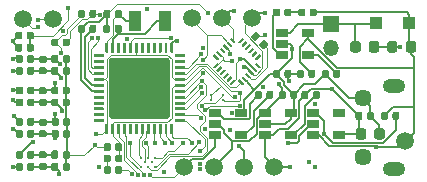
<source format=gbr>
G04 #@! TF.GenerationSoftware,KiCad,Pcbnew,(5.1.2-1)-1*
G04 #@! TF.CreationDate,2020-01-08T15:13:26-05:00*
G04 #@! TF.ProjectId,ARBO Mini,4152424f-204d-4696-9e69-2e6b69636164,rev?*
G04 #@! TF.SameCoordinates,Original*
G04 #@! TF.FileFunction,Copper,L4,Bot*
G04 #@! TF.FilePolarity,Positive*
%FSLAX46Y46*%
G04 Gerber Fmt 4.6, Leading zero omitted, Abs format (unit mm)*
G04 Created by KiCad (PCBNEW (5.1.2-1)-1) date 2020-01-08 15:13:26*
%MOMM*%
%LPD*%
G04 APERTURE LIST*
%ADD10C,0.250000*%
%ADD11C,0.200000*%
%ADD12O,1.350000X1.350000*%
%ADD13R,1.350000X1.350000*%
%ADD14C,0.100000*%
%ADD15C,0.590000*%
%ADD16R,1.060000X0.650000*%
%ADD17C,1.500000*%
%ADD18R,1.000000X1.800000*%
%ADD19C,5.150000*%
%ADD20O,1.900000X1.200000*%
%ADD21C,1.450000*%
%ADD22R,1.100000X1.100000*%
%ADD23C,0.875000*%
%ADD24C,0.400000*%
%ADD25C,0.152400*%
%ADD26C,0.154000*%
G04 APERTURE END LIST*
D10*
X123918600Y-61212200D03*
X123918600Y-61622200D03*
X122918600Y-61212200D03*
X122918600Y-61622200D03*
D11*
X116986200Y-66522600D03*
X117286200Y-66922600D03*
X116986200Y-67322600D03*
X117586200Y-66522600D03*
X117586200Y-67322600D03*
X117886200Y-66922600D03*
X118186200Y-66522600D03*
X118186200Y-67322600D03*
D12*
X133096000Y-57245000D03*
D13*
X133096000Y-55245000D03*
D14*
G36*
X124621208Y-56368944D02*
G01*
X124626062Y-56369664D01*
X124630821Y-56370856D01*
X124635441Y-56372509D01*
X124639877Y-56374607D01*
X124644086Y-56377130D01*
X124648027Y-56380052D01*
X124651662Y-56383348D01*
X124969860Y-56701546D01*
X124973156Y-56705181D01*
X124976078Y-56709122D01*
X124978601Y-56713331D01*
X124980699Y-56717767D01*
X124982352Y-56722387D01*
X124983544Y-56727146D01*
X124984264Y-56732000D01*
X124984505Y-56736901D01*
X124984264Y-56741802D01*
X124983544Y-56746656D01*
X124982352Y-56751415D01*
X124980699Y-56756035D01*
X124978601Y-56760471D01*
X124976078Y-56764680D01*
X124973156Y-56768621D01*
X124969860Y-56772256D01*
X124899150Y-56842966D01*
X124895515Y-56846262D01*
X124891574Y-56849184D01*
X124887365Y-56851707D01*
X124882929Y-56853805D01*
X124878309Y-56855458D01*
X124873550Y-56856650D01*
X124868696Y-56857370D01*
X124863795Y-56857611D01*
X124858894Y-56857370D01*
X124854040Y-56856650D01*
X124849281Y-56855458D01*
X124844661Y-56853805D01*
X124840225Y-56851707D01*
X124836016Y-56849184D01*
X124832075Y-56846262D01*
X124828440Y-56842966D01*
X124510242Y-56524768D01*
X124506946Y-56521133D01*
X124504024Y-56517192D01*
X124501501Y-56512983D01*
X124499403Y-56508547D01*
X124497750Y-56503927D01*
X124496558Y-56499168D01*
X124495838Y-56494314D01*
X124495597Y-56489413D01*
X124495838Y-56484512D01*
X124496558Y-56479658D01*
X124497750Y-56474899D01*
X124499403Y-56470279D01*
X124501501Y-56465843D01*
X124504024Y-56461634D01*
X124506946Y-56457693D01*
X124510242Y-56454058D01*
X124580952Y-56383348D01*
X124584587Y-56380052D01*
X124588528Y-56377130D01*
X124592737Y-56374607D01*
X124597173Y-56372509D01*
X124601793Y-56370856D01*
X124606552Y-56369664D01*
X124611406Y-56368944D01*
X124616307Y-56368703D01*
X124621208Y-56368944D01*
X124621208Y-56368944D01*
G37*
D11*
X124740051Y-56613157D03*
D14*
G36*
X124338365Y-56651787D02*
G01*
X124343219Y-56652507D01*
X124347978Y-56653699D01*
X124352598Y-56655352D01*
X124357034Y-56657450D01*
X124361243Y-56659973D01*
X124365184Y-56662895D01*
X124368819Y-56666191D01*
X124687017Y-56984389D01*
X124690313Y-56988024D01*
X124693235Y-56991965D01*
X124695758Y-56996174D01*
X124697856Y-57000610D01*
X124699509Y-57005230D01*
X124700701Y-57009989D01*
X124701421Y-57014843D01*
X124701662Y-57019744D01*
X124701421Y-57024645D01*
X124700701Y-57029499D01*
X124699509Y-57034258D01*
X124697856Y-57038878D01*
X124695758Y-57043314D01*
X124693235Y-57047523D01*
X124690313Y-57051464D01*
X124687017Y-57055099D01*
X124616307Y-57125809D01*
X124612672Y-57129105D01*
X124608731Y-57132027D01*
X124604522Y-57134550D01*
X124600086Y-57136648D01*
X124595466Y-57138301D01*
X124590707Y-57139493D01*
X124585853Y-57140213D01*
X124580952Y-57140454D01*
X124576051Y-57140213D01*
X124571197Y-57139493D01*
X124566438Y-57138301D01*
X124561818Y-57136648D01*
X124557382Y-57134550D01*
X124553173Y-57132027D01*
X124549232Y-57129105D01*
X124545597Y-57125809D01*
X124227399Y-56807611D01*
X124224103Y-56803976D01*
X124221181Y-56800035D01*
X124218658Y-56795826D01*
X124216560Y-56791390D01*
X124214907Y-56786770D01*
X124213715Y-56782011D01*
X124212995Y-56777157D01*
X124212754Y-56772256D01*
X124212995Y-56767355D01*
X124213715Y-56762501D01*
X124214907Y-56757742D01*
X124216560Y-56753122D01*
X124218658Y-56748686D01*
X124221181Y-56744477D01*
X124224103Y-56740536D01*
X124227399Y-56736901D01*
X124298109Y-56666191D01*
X124301744Y-56662895D01*
X124305685Y-56659973D01*
X124309894Y-56657450D01*
X124314330Y-56655352D01*
X124318950Y-56653699D01*
X124323709Y-56652507D01*
X124328563Y-56651787D01*
X124333464Y-56651546D01*
X124338365Y-56651787D01*
X124338365Y-56651787D01*
G37*
D11*
X124457208Y-56896000D03*
D14*
G36*
X124055522Y-56934629D02*
G01*
X124060376Y-56935349D01*
X124065135Y-56936541D01*
X124069755Y-56938194D01*
X124074191Y-56940292D01*
X124078400Y-56942815D01*
X124082341Y-56945737D01*
X124085976Y-56949033D01*
X124404174Y-57267231D01*
X124407470Y-57270866D01*
X124410392Y-57274807D01*
X124412915Y-57279016D01*
X124415013Y-57283452D01*
X124416666Y-57288072D01*
X124417858Y-57292831D01*
X124418578Y-57297685D01*
X124418819Y-57302586D01*
X124418578Y-57307487D01*
X124417858Y-57312341D01*
X124416666Y-57317100D01*
X124415013Y-57321720D01*
X124412915Y-57326156D01*
X124410392Y-57330365D01*
X124407470Y-57334306D01*
X124404174Y-57337941D01*
X124333464Y-57408651D01*
X124329829Y-57411947D01*
X124325888Y-57414869D01*
X124321679Y-57417392D01*
X124317243Y-57419490D01*
X124312623Y-57421143D01*
X124307864Y-57422335D01*
X124303010Y-57423055D01*
X124298109Y-57423296D01*
X124293208Y-57423055D01*
X124288354Y-57422335D01*
X124283595Y-57421143D01*
X124278975Y-57419490D01*
X124274539Y-57417392D01*
X124270330Y-57414869D01*
X124266389Y-57411947D01*
X124262754Y-57408651D01*
X123944556Y-57090453D01*
X123941260Y-57086818D01*
X123938338Y-57082877D01*
X123935815Y-57078668D01*
X123933717Y-57074232D01*
X123932064Y-57069612D01*
X123930872Y-57064853D01*
X123930152Y-57059999D01*
X123929911Y-57055098D01*
X123930152Y-57050197D01*
X123930872Y-57045343D01*
X123932064Y-57040584D01*
X123933717Y-57035964D01*
X123935815Y-57031528D01*
X123938338Y-57027319D01*
X123941260Y-57023378D01*
X123944556Y-57019743D01*
X124015266Y-56949033D01*
X124018901Y-56945737D01*
X124022842Y-56942815D01*
X124027051Y-56940292D01*
X124031487Y-56938194D01*
X124036107Y-56936541D01*
X124040866Y-56935349D01*
X124045720Y-56934629D01*
X124050621Y-56934388D01*
X124055522Y-56934629D01*
X124055522Y-56934629D01*
G37*
D11*
X124174365Y-57178842D03*
D14*
G36*
X123772679Y-57217472D02*
G01*
X123777533Y-57218192D01*
X123782292Y-57219384D01*
X123786912Y-57221037D01*
X123791348Y-57223135D01*
X123795557Y-57225658D01*
X123799498Y-57228580D01*
X123803133Y-57231876D01*
X124121331Y-57550074D01*
X124124627Y-57553709D01*
X124127549Y-57557650D01*
X124130072Y-57561859D01*
X124132170Y-57566295D01*
X124133823Y-57570915D01*
X124135015Y-57575674D01*
X124135735Y-57580528D01*
X124135976Y-57585429D01*
X124135735Y-57590330D01*
X124135015Y-57595184D01*
X124133823Y-57599943D01*
X124132170Y-57604563D01*
X124130072Y-57608999D01*
X124127549Y-57613208D01*
X124124627Y-57617149D01*
X124121331Y-57620784D01*
X124050621Y-57691494D01*
X124046986Y-57694790D01*
X124043045Y-57697712D01*
X124038836Y-57700235D01*
X124034400Y-57702333D01*
X124029780Y-57703986D01*
X124025021Y-57705178D01*
X124020167Y-57705898D01*
X124015266Y-57706139D01*
X124010365Y-57705898D01*
X124005511Y-57705178D01*
X124000752Y-57703986D01*
X123996132Y-57702333D01*
X123991696Y-57700235D01*
X123987487Y-57697712D01*
X123983546Y-57694790D01*
X123979911Y-57691494D01*
X123661713Y-57373296D01*
X123658417Y-57369661D01*
X123655495Y-57365720D01*
X123652972Y-57361511D01*
X123650874Y-57357075D01*
X123649221Y-57352455D01*
X123648029Y-57347696D01*
X123647309Y-57342842D01*
X123647068Y-57337941D01*
X123647309Y-57333040D01*
X123648029Y-57328186D01*
X123649221Y-57323427D01*
X123650874Y-57318807D01*
X123652972Y-57314371D01*
X123655495Y-57310162D01*
X123658417Y-57306221D01*
X123661713Y-57302586D01*
X123732423Y-57231876D01*
X123736058Y-57228580D01*
X123739999Y-57225658D01*
X123744208Y-57223135D01*
X123748644Y-57221037D01*
X123753264Y-57219384D01*
X123758023Y-57218192D01*
X123762877Y-57217472D01*
X123767778Y-57217231D01*
X123772679Y-57217472D01*
X123772679Y-57217472D01*
G37*
D11*
X123891522Y-57461685D03*
D14*
G36*
X123489837Y-57500315D02*
G01*
X123494691Y-57501035D01*
X123499450Y-57502227D01*
X123504070Y-57503880D01*
X123508506Y-57505978D01*
X123512715Y-57508501D01*
X123516656Y-57511423D01*
X123520291Y-57514719D01*
X123838489Y-57832917D01*
X123841785Y-57836552D01*
X123844707Y-57840493D01*
X123847230Y-57844702D01*
X123849328Y-57849138D01*
X123850981Y-57853758D01*
X123852173Y-57858517D01*
X123852893Y-57863371D01*
X123853134Y-57868272D01*
X123852893Y-57873173D01*
X123852173Y-57878027D01*
X123850981Y-57882786D01*
X123849328Y-57887406D01*
X123847230Y-57891842D01*
X123844707Y-57896051D01*
X123841785Y-57899992D01*
X123838489Y-57903627D01*
X123767779Y-57974337D01*
X123764144Y-57977633D01*
X123760203Y-57980555D01*
X123755994Y-57983078D01*
X123751558Y-57985176D01*
X123746938Y-57986829D01*
X123742179Y-57988021D01*
X123737325Y-57988741D01*
X123732424Y-57988982D01*
X123727523Y-57988741D01*
X123722669Y-57988021D01*
X123717910Y-57986829D01*
X123713290Y-57985176D01*
X123708854Y-57983078D01*
X123704645Y-57980555D01*
X123700704Y-57977633D01*
X123697069Y-57974337D01*
X123378871Y-57656139D01*
X123375575Y-57652504D01*
X123372653Y-57648563D01*
X123370130Y-57644354D01*
X123368032Y-57639918D01*
X123366379Y-57635298D01*
X123365187Y-57630539D01*
X123364467Y-57625685D01*
X123364226Y-57620784D01*
X123364467Y-57615883D01*
X123365187Y-57611029D01*
X123366379Y-57606270D01*
X123368032Y-57601650D01*
X123370130Y-57597214D01*
X123372653Y-57593005D01*
X123375575Y-57589064D01*
X123378871Y-57585429D01*
X123449581Y-57514719D01*
X123453216Y-57511423D01*
X123457157Y-57508501D01*
X123461366Y-57505978D01*
X123465802Y-57503880D01*
X123470422Y-57502227D01*
X123475181Y-57501035D01*
X123480035Y-57500315D01*
X123484936Y-57500074D01*
X123489837Y-57500315D01*
X123489837Y-57500315D01*
G37*
D11*
X123608680Y-57744528D03*
D14*
G36*
X123206994Y-57783158D02*
G01*
X123211848Y-57783878D01*
X123216607Y-57785070D01*
X123221227Y-57786723D01*
X123225663Y-57788821D01*
X123229872Y-57791344D01*
X123233813Y-57794266D01*
X123237448Y-57797562D01*
X123555646Y-58115760D01*
X123558942Y-58119395D01*
X123561864Y-58123336D01*
X123564387Y-58127545D01*
X123566485Y-58131981D01*
X123568138Y-58136601D01*
X123569330Y-58141360D01*
X123570050Y-58146214D01*
X123570291Y-58151115D01*
X123570050Y-58156016D01*
X123569330Y-58160870D01*
X123568138Y-58165629D01*
X123566485Y-58170249D01*
X123564387Y-58174685D01*
X123561864Y-58178894D01*
X123558942Y-58182835D01*
X123555646Y-58186470D01*
X123484936Y-58257180D01*
X123481301Y-58260476D01*
X123477360Y-58263398D01*
X123473151Y-58265921D01*
X123468715Y-58268019D01*
X123464095Y-58269672D01*
X123459336Y-58270864D01*
X123454482Y-58271584D01*
X123449581Y-58271825D01*
X123444680Y-58271584D01*
X123439826Y-58270864D01*
X123435067Y-58269672D01*
X123430447Y-58268019D01*
X123426011Y-58265921D01*
X123421802Y-58263398D01*
X123417861Y-58260476D01*
X123414226Y-58257180D01*
X123096028Y-57938982D01*
X123092732Y-57935347D01*
X123089810Y-57931406D01*
X123087287Y-57927197D01*
X123085189Y-57922761D01*
X123083536Y-57918141D01*
X123082344Y-57913382D01*
X123081624Y-57908528D01*
X123081383Y-57903627D01*
X123081624Y-57898726D01*
X123082344Y-57893872D01*
X123083536Y-57889113D01*
X123085189Y-57884493D01*
X123087287Y-57880057D01*
X123089810Y-57875848D01*
X123092732Y-57871907D01*
X123096028Y-57868272D01*
X123166738Y-57797562D01*
X123170373Y-57794266D01*
X123174314Y-57791344D01*
X123178523Y-57788821D01*
X123182959Y-57786723D01*
X123187579Y-57785070D01*
X123192338Y-57783878D01*
X123197192Y-57783158D01*
X123202093Y-57782917D01*
X123206994Y-57783158D01*
X123206994Y-57783158D01*
G37*
D11*
X123325837Y-58027371D03*
D14*
G36*
X123454482Y-58490264D02*
G01*
X123459336Y-58490984D01*
X123464095Y-58492176D01*
X123468715Y-58493829D01*
X123473151Y-58495927D01*
X123477360Y-58498450D01*
X123481301Y-58501372D01*
X123484936Y-58504668D01*
X123555646Y-58575378D01*
X123558942Y-58579013D01*
X123561864Y-58582954D01*
X123564387Y-58587163D01*
X123566485Y-58591599D01*
X123568138Y-58596219D01*
X123569330Y-58600978D01*
X123570050Y-58605832D01*
X123570291Y-58610733D01*
X123570050Y-58615634D01*
X123569330Y-58620488D01*
X123568138Y-58625247D01*
X123566485Y-58629867D01*
X123564387Y-58634303D01*
X123561864Y-58638512D01*
X123558942Y-58642453D01*
X123555646Y-58646088D01*
X123237448Y-58964286D01*
X123233813Y-58967582D01*
X123229872Y-58970504D01*
X123225663Y-58973027D01*
X123221227Y-58975125D01*
X123216607Y-58976778D01*
X123211848Y-58977970D01*
X123206994Y-58978690D01*
X123202093Y-58978931D01*
X123197192Y-58978690D01*
X123192338Y-58977970D01*
X123187579Y-58976778D01*
X123182959Y-58975125D01*
X123178523Y-58973027D01*
X123174314Y-58970504D01*
X123170373Y-58967582D01*
X123166738Y-58964286D01*
X123096028Y-58893576D01*
X123092732Y-58889941D01*
X123089810Y-58886000D01*
X123087287Y-58881791D01*
X123085189Y-58877355D01*
X123083536Y-58872735D01*
X123082344Y-58867976D01*
X123081624Y-58863122D01*
X123081383Y-58858221D01*
X123081624Y-58853320D01*
X123082344Y-58848466D01*
X123083536Y-58843707D01*
X123085189Y-58839087D01*
X123087287Y-58834651D01*
X123089810Y-58830442D01*
X123092732Y-58826501D01*
X123096028Y-58822866D01*
X123414226Y-58504668D01*
X123417861Y-58501372D01*
X123421802Y-58498450D01*
X123426011Y-58495927D01*
X123430447Y-58493829D01*
X123435067Y-58492176D01*
X123439826Y-58490984D01*
X123444680Y-58490264D01*
X123449581Y-58490023D01*
X123454482Y-58490264D01*
X123454482Y-58490264D01*
G37*
D11*
X123325837Y-58734477D03*
D14*
G36*
X123737325Y-58773107D02*
G01*
X123742179Y-58773827D01*
X123746938Y-58775019D01*
X123751558Y-58776672D01*
X123755994Y-58778770D01*
X123760203Y-58781293D01*
X123764144Y-58784215D01*
X123767779Y-58787511D01*
X123838489Y-58858221D01*
X123841785Y-58861856D01*
X123844707Y-58865797D01*
X123847230Y-58870006D01*
X123849328Y-58874442D01*
X123850981Y-58879062D01*
X123852173Y-58883821D01*
X123852893Y-58888675D01*
X123853134Y-58893576D01*
X123852893Y-58898477D01*
X123852173Y-58903331D01*
X123850981Y-58908090D01*
X123849328Y-58912710D01*
X123847230Y-58917146D01*
X123844707Y-58921355D01*
X123841785Y-58925296D01*
X123838489Y-58928931D01*
X123520291Y-59247129D01*
X123516656Y-59250425D01*
X123512715Y-59253347D01*
X123508506Y-59255870D01*
X123504070Y-59257968D01*
X123499450Y-59259621D01*
X123494691Y-59260813D01*
X123489837Y-59261533D01*
X123484936Y-59261774D01*
X123480035Y-59261533D01*
X123475181Y-59260813D01*
X123470422Y-59259621D01*
X123465802Y-59257968D01*
X123461366Y-59255870D01*
X123457157Y-59253347D01*
X123453216Y-59250425D01*
X123449581Y-59247129D01*
X123378871Y-59176419D01*
X123375575Y-59172784D01*
X123372653Y-59168843D01*
X123370130Y-59164634D01*
X123368032Y-59160198D01*
X123366379Y-59155578D01*
X123365187Y-59150819D01*
X123364467Y-59145965D01*
X123364226Y-59141064D01*
X123364467Y-59136163D01*
X123365187Y-59131309D01*
X123366379Y-59126550D01*
X123368032Y-59121930D01*
X123370130Y-59117494D01*
X123372653Y-59113285D01*
X123375575Y-59109344D01*
X123378871Y-59105709D01*
X123697069Y-58787511D01*
X123700704Y-58784215D01*
X123704645Y-58781293D01*
X123708854Y-58778770D01*
X123713290Y-58776672D01*
X123717910Y-58775019D01*
X123722669Y-58773827D01*
X123727523Y-58773107D01*
X123732424Y-58772866D01*
X123737325Y-58773107D01*
X123737325Y-58773107D01*
G37*
D11*
X123608680Y-59017320D03*
D14*
G36*
X124020167Y-59055950D02*
G01*
X124025021Y-59056670D01*
X124029780Y-59057862D01*
X124034400Y-59059515D01*
X124038836Y-59061613D01*
X124043045Y-59064136D01*
X124046986Y-59067058D01*
X124050621Y-59070354D01*
X124121331Y-59141064D01*
X124124627Y-59144699D01*
X124127549Y-59148640D01*
X124130072Y-59152849D01*
X124132170Y-59157285D01*
X124133823Y-59161905D01*
X124135015Y-59166664D01*
X124135735Y-59171518D01*
X124135976Y-59176419D01*
X124135735Y-59181320D01*
X124135015Y-59186174D01*
X124133823Y-59190933D01*
X124132170Y-59195553D01*
X124130072Y-59199989D01*
X124127549Y-59204198D01*
X124124627Y-59208139D01*
X124121331Y-59211774D01*
X123803133Y-59529972D01*
X123799498Y-59533268D01*
X123795557Y-59536190D01*
X123791348Y-59538713D01*
X123786912Y-59540811D01*
X123782292Y-59542464D01*
X123777533Y-59543656D01*
X123772679Y-59544376D01*
X123767778Y-59544617D01*
X123762877Y-59544376D01*
X123758023Y-59543656D01*
X123753264Y-59542464D01*
X123748644Y-59540811D01*
X123744208Y-59538713D01*
X123739999Y-59536190D01*
X123736058Y-59533268D01*
X123732423Y-59529972D01*
X123661713Y-59459262D01*
X123658417Y-59455627D01*
X123655495Y-59451686D01*
X123652972Y-59447477D01*
X123650874Y-59443041D01*
X123649221Y-59438421D01*
X123648029Y-59433662D01*
X123647309Y-59428808D01*
X123647068Y-59423907D01*
X123647309Y-59419006D01*
X123648029Y-59414152D01*
X123649221Y-59409393D01*
X123650874Y-59404773D01*
X123652972Y-59400337D01*
X123655495Y-59396128D01*
X123658417Y-59392187D01*
X123661713Y-59388552D01*
X123979911Y-59070354D01*
X123983546Y-59067058D01*
X123987487Y-59064136D01*
X123991696Y-59061613D01*
X123996132Y-59059515D01*
X124000752Y-59057862D01*
X124005511Y-59056670D01*
X124010365Y-59055950D01*
X124015266Y-59055709D01*
X124020167Y-59055950D01*
X124020167Y-59055950D01*
G37*
D11*
X123891522Y-59300163D03*
D14*
G36*
X124303010Y-59338793D02*
G01*
X124307864Y-59339513D01*
X124312623Y-59340705D01*
X124317243Y-59342358D01*
X124321679Y-59344456D01*
X124325888Y-59346979D01*
X124329829Y-59349901D01*
X124333464Y-59353197D01*
X124404174Y-59423907D01*
X124407470Y-59427542D01*
X124410392Y-59431483D01*
X124412915Y-59435692D01*
X124415013Y-59440128D01*
X124416666Y-59444748D01*
X124417858Y-59449507D01*
X124418578Y-59454361D01*
X124418819Y-59459262D01*
X124418578Y-59464163D01*
X124417858Y-59469017D01*
X124416666Y-59473776D01*
X124415013Y-59478396D01*
X124412915Y-59482832D01*
X124410392Y-59487041D01*
X124407470Y-59490982D01*
X124404174Y-59494617D01*
X124085976Y-59812815D01*
X124082341Y-59816111D01*
X124078400Y-59819033D01*
X124074191Y-59821556D01*
X124069755Y-59823654D01*
X124065135Y-59825307D01*
X124060376Y-59826499D01*
X124055522Y-59827219D01*
X124050621Y-59827460D01*
X124045720Y-59827219D01*
X124040866Y-59826499D01*
X124036107Y-59825307D01*
X124031487Y-59823654D01*
X124027051Y-59821556D01*
X124022842Y-59819033D01*
X124018901Y-59816111D01*
X124015266Y-59812815D01*
X123944556Y-59742105D01*
X123941260Y-59738470D01*
X123938338Y-59734529D01*
X123935815Y-59730320D01*
X123933717Y-59725884D01*
X123932064Y-59721264D01*
X123930872Y-59716505D01*
X123930152Y-59711651D01*
X123929911Y-59706750D01*
X123930152Y-59701849D01*
X123930872Y-59696995D01*
X123932064Y-59692236D01*
X123933717Y-59687616D01*
X123935815Y-59683180D01*
X123938338Y-59678971D01*
X123941260Y-59675030D01*
X123944556Y-59671395D01*
X124262754Y-59353197D01*
X124266389Y-59349901D01*
X124270330Y-59346979D01*
X124274539Y-59344456D01*
X124278975Y-59342358D01*
X124283595Y-59340705D01*
X124288354Y-59339513D01*
X124293208Y-59338793D01*
X124298109Y-59338552D01*
X124303010Y-59338793D01*
X124303010Y-59338793D01*
G37*
D11*
X124174365Y-59583006D03*
D14*
G36*
X124585853Y-59621635D02*
G01*
X124590707Y-59622355D01*
X124595466Y-59623547D01*
X124600086Y-59625200D01*
X124604522Y-59627298D01*
X124608731Y-59629821D01*
X124612672Y-59632743D01*
X124616307Y-59636039D01*
X124687017Y-59706749D01*
X124690313Y-59710384D01*
X124693235Y-59714325D01*
X124695758Y-59718534D01*
X124697856Y-59722970D01*
X124699509Y-59727590D01*
X124700701Y-59732349D01*
X124701421Y-59737203D01*
X124701662Y-59742104D01*
X124701421Y-59747005D01*
X124700701Y-59751859D01*
X124699509Y-59756618D01*
X124697856Y-59761238D01*
X124695758Y-59765674D01*
X124693235Y-59769883D01*
X124690313Y-59773824D01*
X124687017Y-59777459D01*
X124368819Y-60095657D01*
X124365184Y-60098953D01*
X124361243Y-60101875D01*
X124357034Y-60104398D01*
X124352598Y-60106496D01*
X124347978Y-60108149D01*
X124343219Y-60109341D01*
X124338365Y-60110061D01*
X124333464Y-60110302D01*
X124328563Y-60110061D01*
X124323709Y-60109341D01*
X124318950Y-60108149D01*
X124314330Y-60106496D01*
X124309894Y-60104398D01*
X124305685Y-60101875D01*
X124301744Y-60098953D01*
X124298109Y-60095657D01*
X124227399Y-60024947D01*
X124224103Y-60021312D01*
X124221181Y-60017371D01*
X124218658Y-60013162D01*
X124216560Y-60008726D01*
X124214907Y-60004106D01*
X124213715Y-59999347D01*
X124212995Y-59994493D01*
X124212754Y-59989592D01*
X124212995Y-59984691D01*
X124213715Y-59979837D01*
X124214907Y-59975078D01*
X124216560Y-59970458D01*
X124218658Y-59966022D01*
X124221181Y-59961813D01*
X124224103Y-59957872D01*
X124227399Y-59954237D01*
X124545597Y-59636039D01*
X124549232Y-59632743D01*
X124553173Y-59629821D01*
X124557382Y-59627298D01*
X124561818Y-59625200D01*
X124566438Y-59623547D01*
X124571197Y-59622355D01*
X124576051Y-59621635D01*
X124580952Y-59621394D01*
X124585853Y-59621635D01*
X124585853Y-59621635D01*
G37*
D11*
X124457208Y-59865848D03*
D14*
G36*
X124868696Y-59904478D02*
G01*
X124873550Y-59905198D01*
X124878309Y-59906390D01*
X124882929Y-59908043D01*
X124887365Y-59910141D01*
X124891574Y-59912664D01*
X124895515Y-59915586D01*
X124899150Y-59918882D01*
X124969860Y-59989592D01*
X124973156Y-59993227D01*
X124976078Y-59997168D01*
X124978601Y-60001377D01*
X124980699Y-60005813D01*
X124982352Y-60010433D01*
X124983544Y-60015192D01*
X124984264Y-60020046D01*
X124984505Y-60024947D01*
X124984264Y-60029848D01*
X124983544Y-60034702D01*
X124982352Y-60039461D01*
X124980699Y-60044081D01*
X124978601Y-60048517D01*
X124976078Y-60052726D01*
X124973156Y-60056667D01*
X124969860Y-60060302D01*
X124651662Y-60378500D01*
X124648027Y-60381796D01*
X124644086Y-60384718D01*
X124639877Y-60387241D01*
X124635441Y-60389339D01*
X124630821Y-60390992D01*
X124626062Y-60392184D01*
X124621208Y-60392904D01*
X124616307Y-60393145D01*
X124611406Y-60392904D01*
X124606552Y-60392184D01*
X124601793Y-60390992D01*
X124597173Y-60389339D01*
X124592737Y-60387241D01*
X124588528Y-60384718D01*
X124584587Y-60381796D01*
X124580952Y-60378500D01*
X124510242Y-60307790D01*
X124506946Y-60304155D01*
X124504024Y-60300214D01*
X124501501Y-60296005D01*
X124499403Y-60291569D01*
X124497750Y-60286949D01*
X124496558Y-60282190D01*
X124495838Y-60277336D01*
X124495597Y-60272435D01*
X124495838Y-60267534D01*
X124496558Y-60262680D01*
X124497750Y-60257921D01*
X124499403Y-60253301D01*
X124501501Y-60248865D01*
X124504024Y-60244656D01*
X124506946Y-60240715D01*
X124510242Y-60237080D01*
X124828440Y-59918882D01*
X124832075Y-59915586D01*
X124836016Y-59912664D01*
X124840225Y-59910141D01*
X124844661Y-59908043D01*
X124849281Y-59906390D01*
X124854040Y-59905198D01*
X124858894Y-59904478D01*
X124863795Y-59904237D01*
X124868696Y-59904478D01*
X124868696Y-59904478D01*
G37*
D11*
X124740051Y-60148691D03*
D14*
G36*
X125328314Y-59904478D02*
G01*
X125333168Y-59905198D01*
X125337927Y-59906390D01*
X125342547Y-59908043D01*
X125346983Y-59910141D01*
X125351192Y-59912664D01*
X125355133Y-59915586D01*
X125358768Y-59918882D01*
X125676966Y-60237080D01*
X125680262Y-60240715D01*
X125683184Y-60244656D01*
X125685707Y-60248865D01*
X125687805Y-60253301D01*
X125689458Y-60257921D01*
X125690650Y-60262680D01*
X125691370Y-60267534D01*
X125691611Y-60272435D01*
X125691370Y-60277336D01*
X125690650Y-60282190D01*
X125689458Y-60286949D01*
X125687805Y-60291569D01*
X125685707Y-60296005D01*
X125683184Y-60300214D01*
X125680262Y-60304155D01*
X125676966Y-60307790D01*
X125606256Y-60378500D01*
X125602621Y-60381796D01*
X125598680Y-60384718D01*
X125594471Y-60387241D01*
X125590035Y-60389339D01*
X125585415Y-60390992D01*
X125580656Y-60392184D01*
X125575802Y-60392904D01*
X125570901Y-60393145D01*
X125566000Y-60392904D01*
X125561146Y-60392184D01*
X125556387Y-60390992D01*
X125551767Y-60389339D01*
X125547331Y-60387241D01*
X125543122Y-60384718D01*
X125539181Y-60381796D01*
X125535546Y-60378500D01*
X125217348Y-60060302D01*
X125214052Y-60056667D01*
X125211130Y-60052726D01*
X125208607Y-60048517D01*
X125206509Y-60044081D01*
X125204856Y-60039461D01*
X125203664Y-60034702D01*
X125202944Y-60029848D01*
X125202703Y-60024947D01*
X125202944Y-60020046D01*
X125203664Y-60015192D01*
X125204856Y-60010433D01*
X125206509Y-60005813D01*
X125208607Y-60001377D01*
X125211130Y-59997168D01*
X125214052Y-59993227D01*
X125217348Y-59989592D01*
X125288058Y-59918882D01*
X125291693Y-59915586D01*
X125295634Y-59912664D01*
X125299843Y-59910141D01*
X125304279Y-59908043D01*
X125308899Y-59906390D01*
X125313658Y-59905198D01*
X125318512Y-59904478D01*
X125323413Y-59904237D01*
X125328314Y-59904478D01*
X125328314Y-59904478D01*
G37*
D11*
X125447157Y-60148691D03*
D14*
G36*
X125611157Y-59621635D02*
G01*
X125616011Y-59622355D01*
X125620770Y-59623547D01*
X125625390Y-59625200D01*
X125629826Y-59627298D01*
X125634035Y-59629821D01*
X125637976Y-59632743D01*
X125641611Y-59636039D01*
X125959809Y-59954237D01*
X125963105Y-59957872D01*
X125966027Y-59961813D01*
X125968550Y-59966022D01*
X125970648Y-59970458D01*
X125972301Y-59975078D01*
X125973493Y-59979837D01*
X125974213Y-59984691D01*
X125974454Y-59989592D01*
X125974213Y-59994493D01*
X125973493Y-59999347D01*
X125972301Y-60004106D01*
X125970648Y-60008726D01*
X125968550Y-60013162D01*
X125966027Y-60017371D01*
X125963105Y-60021312D01*
X125959809Y-60024947D01*
X125889099Y-60095657D01*
X125885464Y-60098953D01*
X125881523Y-60101875D01*
X125877314Y-60104398D01*
X125872878Y-60106496D01*
X125868258Y-60108149D01*
X125863499Y-60109341D01*
X125858645Y-60110061D01*
X125853744Y-60110302D01*
X125848843Y-60110061D01*
X125843989Y-60109341D01*
X125839230Y-60108149D01*
X125834610Y-60106496D01*
X125830174Y-60104398D01*
X125825965Y-60101875D01*
X125822024Y-60098953D01*
X125818389Y-60095657D01*
X125500191Y-59777459D01*
X125496895Y-59773824D01*
X125493973Y-59769883D01*
X125491450Y-59765674D01*
X125489352Y-59761238D01*
X125487699Y-59756618D01*
X125486507Y-59751859D01*
X125485787Y-59747005D01*
X125485546Y-59742104D01*
X125485787Y-59737203D01*
X125486507Y-59732349D01*
X125487699Y-59727590D01*
X125489352Y-59722970D01*
X125491450Y-59718534D01*
X125493973Y-59714325D01*
X125496895Y-59710384D01*
X125500191Y-59706749D01*
X125570901Y-59636039D01*
X125574536Y-59632743D01*
X125578477Y-59629821D01*
X125582686Y-59627298D01*
X125587122Y-59625200D01*
X125591742Y-59623547D01*
X125596501Y-59622355D01*
X125601355Y-59621635D01*
X125606256Y-59621394D01*
X125611157Y-59621635D01*
X125611157Y-59621635D01*
G37*
D11*
X125730000Y-59865848D03*
D14*
G36*
X125894000Y-59338793D02*
G01*
X125898854Y-59339513D01*
X125903613Y-59340705D01*
X125908233Y-59342358D01*
X125912669Y-59344456D01*
X125916878Y-59346979D01*
X125920819Y-59349901D01*
X125924454Y-59353197D01*
X126242652Y-59671395D01*
X126245948Y-59675030D01*
X126248870Y-59678971D01*
X126251393Y-59683180D01*
X126253491Y-59687616D01*
X126255144Y-59692236D01*
X126256336Y-59696995D01*
X126257056Y-59701849D01*
X126257297Y-59706750D01*
X126257056Y-59711651D01*
X126256336Y-59716505D01*
X126255144Y-59721264D01*
X126253491Y-59725884D01*
X126251393Y-59730320D01*
X126248870Y-59734529D01*
X126245948Y-59738470D01*
X126242652Y-59742105D01*
X126171942Y-59812815D01*
X126168307Y-59816111D01*
X126164366Y-59819033D01*
X126160157Y-59821556D01*
X126155721Y-59823654D01*
X126151101Y-59825307D01*
X126146342Y-59826499D01*
X126141488Y-59827219D01*
X126136587Y-59827460D01*
X126131686Y-59827219D01*
X126126832Y-59826499D01*
X126122073Y-59825307D01*
X126117453Y-59823654D01*
X126113017Y-59821556D01*
X126108808Y-59819033D01*
X126104867Y-59816111D01*
X126101232Y-59812815D01*
X125783034Y-59494617D01*
X125779738Y-59490982D01*
X125776816Y-59487041D01*
X125774293Y-59482832D01*
X125772195Y-59478396D01*
X125770542Y-59473776D01*
X125769350Y-59469017D01*
X125768630Y-59464163D01*
X125768389Y-59459262D01*
X125768630Y-59454361D01*
X125769350Y-59449507D01*
X125770542Y-59444748D01*
X125772195Y-59440128D01*
X125774293Y-59435692D01*
X125776816Y-59431483D01*
X125779738Y-59427542D01*
X125783034Y-59423907D01*
X125853744Y-59353197D01*
X125857379Y-59349901D01*
X125861320Y-59346979D01*
X125865529Y-59344456D01*
X125869965Y-59342358D01*
X125874585Y-59340705D01*
X125879344Y-59339513D01*
X125884198Y-59338793D01*
X125889099Y-59338552D01*
X125894000Y-59338793D01*
X125894000Y-59338793D01*
G37*
D11*
X126012843Y-59583006D03*
D14*
G36*
X126176843Y-59055950D02*
G01*
X126181697Y-59056670D01*
X126186456Y-59057862D01*
X126191076Y-59059515D01*
X126195512Y-59061613D01*
X126199721Y-59064136D01*
X126203662Y-59067058D01*
X126207297Y-59070354D01*
X126525495Y-59388552D01*
X126528791Y-59392187D01*
X126531713Y-59396128D01*
X126534236Y-59400337D01*
X126536334Y-59404773D01*
X126537987Y-59409393D01*
X126539179Y-59414152D01*
X126539899Y-59419006D01*
X126540140Y-59423907D01*
X126539899Y-59428808D01*
X126539179Y-59433662D01*
X126537987Y-59438421D01*
X126536334Y-59443041D01*
X126534236Y-59447477D01*
X126531713Y-59451686D01*
X126528791Y-59455627D01*
X126525495Y-59459262D01*
X126454785Y-59529972D01*
X126451150Y-59533268D01*
X126447209Y-59536190D01*
X126443000Y-59538713D01*
X126438564Y-59540811D01*
X126433944Y-59542464D01*
X126429185Y-59543656D01*
X126424331Y-59544376D01*
X126419430Y-59544617D01*
X126414529Y-59544376D01*
X126409675Y-59543656D01*
X126404916Y-59542464D01*
X126400296Y-59540811D01*
X126395860Y-59538713D01*
X126391651Y-59536190D01*
X126387710Y-59533268D01*
X126384075Y-59529972D01*
X126065877Y-59211774D01*
X126062581Y-59208139D01*
X126059659Y-59204198D01*
X126057136Y-59199989D01*
X126055038Y-59195553D01*
X126053385Y-59190933D01*
X126052193Y-59186174D01*
X126051473Y-59181320D01*
X126051232Y-59176419D01*
X126051473Y-59171518D01*
X126052193Y-59166664D01*
X126053385Y-59161905D01*
X126055038Y-59157285D01*
X126057136Y-59152849D01*
X126059659Y-59148640D01*
X126062581Y-59144699D01*
X126065877Y-59141064D01*
X126136587Y-59070354D01*
X126140222Y-59067058D01*
X126144163Y-59064136D01*
X126148372Y-59061613D01*
X126152808Y-59059515D01*
X126157428Y-59057862D01*
X126162187Y-59056670D01*
X126167041Y-59055950D01*
X126171942Y-59055709D01*
X126176843Y-59055950D01*
X126176843Y-59055950D01*
G37*
D11*
X126295686Y-59300163D03*
D14*
G36*
X126459685Y-58773107D02*
G01*
X126464539Y-58773827D01*
X126469298Y-58775019D01*
X126473918Y-58776672D01*
X126478354Y-58778770D01*
X126482563Y-58781293D01*
X126486504Y-58784215D01*
X126490139Y-58787511D01*
X126808337Y-59105709D01*
X126811633Y-59109344D01*
X126814555Y-59113285D01*
X126817078Y-59117494D01*
X126819176Y-59121930D01*
X126820829Y-59126550D01*
X126822021Y-59131309D01*
X126822741Y-59136163D01*
X126822982Y-59141064D01*
X126822741Y-59145965D01*
X126822021Y-59150819D01*
X126820829Y-59155578D01*
X126819176Y-59160198D01*
X126817078Y-59164634D01*
X126814555Y-59168843D01*
X126811633Y-59172784D01*
X126808337Y-59176419D01*
X126737627Y-59247129D01*
X126733992Y-59250425D01*
X126730051Y-59253347D01*
X126725842Y-59255870D01*
X126721406Y-59257968D01*
X126716786Y-59259621D01*
X126712027Y-59260813D01*
X126707173Y-59261533D01*
X126702272Y-59261774D01*
X126697371Y-59261533D01*
X126692517Y-59260813D01*
X126687758Y-59259621D01*
X126683138Y-59257968D01*
X126678702Y-59255870D01*
X126674493Y-59253347D01*
X126670552Y-59250425D01*
X126666917Y-59247129D01*
X126348719Y-58928931D01*
X126345423Y-58925296D01*
X126342501Y-58921355D01*
X126339978Y-58917146D01*
X126337880Y-58912710D01*
X126336227Y-58908090D01*
X126335035Y-58903331D01*
X126334315Y-58898477D01*
X126334074Y-58893576D01*
X126334315Y-58888675D01*
X126335035Y-58883821D01*
X126336227Y-58879062D01*
X126337880Y-58874442D01*
X126339978Y-58870006D01*
X126342501Y-58865797D01*
X126345423Y-58861856D01*
X126348719Y-58858221D01*
X126419429Y-58787511D01*
X126423064Y-58784215D01*
X126427005Y-58781293D01*
X126431214Y-58778770D01*
X126435650Y-58776672D01*
X126440270Y-58775019D01*
X126445029Y-58773827D01*
X126449883Y-58773107D01*
X126454784Y-58772866D01*
X126459685Y-58773107D01*
X126459685Y-58773107D01*
G37*
D11*
X126578528Y-59017320D03*
D14*
G36*
X126742528Y-58490264D02*
G01*
X126747382Y-58490984D01*
X126752141Y-58492176D01*
X126756761Y-58493829D01*
X126761197Y-58495927D01*
X126765406Y-58498450D01*
X126769347Y-58501372D01*
X126772982Y-58504668D01*
X127091180Y-58822866D01*
X127094476Y-58826501D01*
X127097398Y-58830442D01*
X127099921Y-58834651D01*
X127102019Y-58839087D01*
X127103672Y-58843707D01*
X127104864Y-58848466D01*
X127105584Y-58853320D01*
X127105825Y-58858221D01*
X127105584Y-58863122D01*
X127104864Y-58867976D01*
X127103672Y-58872735D01*
X127102019Y-58877355D01*
X127099921Y-58881791D01*
X127097398Y-58886000D01*
X127094476Y-58889941D01*
X127091180Y-58893576D01*
X127020470Y-58964286D01*
X127016835Y-58967582D01*
X127012894Y-58970504D01*
X127008685Y-58973027D01*
X127004249Y-58975125D01*
X126999629Y-58976778D01*
X126994870Y-58977970D01*
X126990016Y-58978690D01*
X126985115Y-58978931D01*
X126980214Y-58978690D01*
X126975360Y-58977970D01*
X126970601Y-58976778D01*
X126965981Y-58975125D01*
X126961545Y-58973027D01*
X126957336Y-58970504D01*
X126953395Y-58967582D01*
X126949760Y-58964286D01*
X126631562Y-58646088D01*
X126628266Y-58642453D01*
X126625344Y-58638512D01*
X126622821Y-58634303D01*
X126620723Y-58629867D01*
X126619070Y-58625247D01*
X126617878Y-58620488D01*
X126617158Y-58615634D01*
X126616917Y-58610733D01*
X126617158Y-58605832D01*
X126617878Y-58600978D01*
X126619070Y-58596219D01*
X126620723Y-58591599D01*
X126622821Y-58587163D01*
X126625344Y-58582954D01*
X126628266Y-58579013D01*
X126631562Y-58575378D01*
X126702272Y-58504668D01*
X126705907Y-58501372D01*
X126709848Y-58498450D01*
X126714057Y-58495927D01*
X126718493Y-58493829D01*
X126723113Y-58492176D01*
X126727872Y-58490984D01*
X126732726Y-58490264D01*
X126737627Y-58490023D01*
X126742528Y-58490264D01*
X126742528Y-58490264D01*
G37*
D11*
X126861371Y-58734477D03*
D14*
G36*
X126990016Y-57783158D02*
G01*
X126994870Y-57783878D01*
X126999629Y-57785070D01*
X127004249Y-57786723D01*
X127008685Y-57788821D01*
X127012894Y-57791344D01*
X127016835Y-57794266D01*
X127020470Y-57797562D01*
X127091180Y-57868272D01*
X127094476Y-57871907D01*
X127097398Y-57875848D01*
X127099921Y-57880057D01*
X127102019Y-57884493D01*
X127103672Y-57889113D01*
X127104864Y-57893872D01*
X127105584Y-57898726D01*
X127105825Y-57903627D01*
X127105584Y-57908528D01*
X127104864Y-57913382D01*
X127103672Y-57918141D01*
X127102019Y-57922761D01*
X127099921Y-57927197D01*
X127097398Y-57931406D01*
X127094476Y-57935347D01*
X127091180Y-57938982D01*
X126772982Y-58257180D01*
X126769347Y-58260476D01*
X126765406Y-58263398D01*
X126761197Y-58265921D01*
X126756761Y-58268019D01*
X126752141Y-58269672D01*
X126747382Y-58270864D01*
X126742528Y-58271584D01*
X126737627Y-58271825D01*
X126732726Y-58271584D01*
X126727872Y-58270864D01*
X126723113Y-58269672D01*
X126718493Y-58268019D01*
X126714057Y-58265921D01*
X126709848Y-58263398D01*
X126705907Y-58260476D01*
X126702272Y-58257180D01*
X126631562Y-58186470D01*
X126628266Y-58182835D01*
X126625344Y-58178894D01*
X126622821Y-58174685D01*
X126620723Y-58170249D01*
X126619070Y-58165629D01*
X126617878Y-58160870D01*
X126617158Y-58156016D01*
X126616917Y-58151115D01*
X126617158Y-58146214D01*
X126617878Y-58141360D01*
X126619070Y-58136601D01*
X126620723Y-58131981D01*
X126622821Y-58127545D01*
X126625344Y-58123336D01*
X126628266Y-58119395D01*
X126631562Y-58115760D01*
X126949760Y-57797562D01*
X126953395Y-57794266D01*
X126957336Y-57791344D01*
X126961545Y-57788821D01*
X126965981Y-57786723D01*
X126970601Y-57785070D01*
X126975360Y-57783878D01*
X126980214Y-57783158D01*
X126985115Y-57782917D01*
X126990016Y-57783158D01*
X126990016Y-57783158D01*
G37*
D11*
X126861371Y-58027371D03*
D14*
G36*
X126707173Y-57500315D02*
G01*
X126712027Y-57501035D01*
X126716786Y-57502227D01*
X126721406Y-57503880D01*
X126725842Y-57505978D01*
X126730051Y-57508501D01*
X126733992Y-57511423D01*
X126737627Y-57514719D01*
X126808337Y-57585429D01*
X126811633Y-57589064D01*
X126814555Y-57593005D01*
X126817078Y-57597214D01*
X126819176Y-57601650D01*
X126820829Y-57606270D01*
X126822021Y-57611029D01*
X126822741Y-57615883D01*
X126822982Y-57620784D01*
X126822741Y-57625685D01*
X126822021Y-57630539D01*
X126820829Y-57635298D01*
X126819176Y-57639918D01*
X126817078Y-57644354D01*
X126814555Y-57648563D01*
X126811633Y-57652504D01*
X126808337Y-57656139D01*
X126490139Y-57974337D01*
X126486504Y-57977633D01*
X126482563Y-57980555D01*
X126478354Y-57983078D01*
X126473918Y-57985176D01*
X126469298Y-57986829D01*
X126464539Y-57988021D01*
X126459685Y-57988741D01*
X126454784Y-57988982D01*
X126449883Y-57988741D01*
X126445029Y-57988021D01*
X126440270Y-57986829D01*
X126435650Y-57985176D01*
X126431214Y-57983078D01*
X126427005Y-57980555D01*
X126423064Y-57977633D01*
X126419429Y-57974337D01*
X126348719Y-57903627D01*
X126345423Y-57899992D01*
X126342501Y-57896051D01*
X126339978Y-57891842D01*
X126337880Y-57887406D01*
X126336227Y-57882786D01*
X126335035Y-57878027D01*
X126334315Y-57873173D01*
X126334074Y-57868272D01*
X126334315Y-57863371D01*
X126335035Y-57858517D01*
X126336227Y-57853758D01*
X126337880Y-57849138D01*
X126339978Y-57844702D01*
X126342501Y-57840493D01*
X126345423Y-57836552D01*
X126348719Y-57832917D01*
X126666917Y-57514719D01*
X126670552Y-57511423D01*
X126674493Y-57508501D01*
X126678702Y-57505978D01*
X126683138Y-57503880D01*
X126687758Y-57502227D01*
X126692517Y-57501035D01*
X126697371Y-57500315D01*
X126702272Y-57500074D01*
X126707173Y-57500315D01*
X126707173Y-57500315D01*
G37*
D11*
X126578528Y-57744528D03*
D14*
G36*
X126424331Y-57217472D02*
G01*
X126429185Y-57218192D01*
X126433944Y-57219384D01*
X126438564Y-57221037D01*
X126443000Y-57223135D01*
X126447209Y-57225658D01*
X126451150Y-57228580D01*
X126454785Y-57231876D01*
X126525495Y-57302586D01*
X126528791Y-57306221D01*
X126531713Y-57310162D01*
X126534236Y-57314371D01*
X126536334Y-57318807D01*
X126537987Y-57323427D01*
X126539179Y-57328186D01*
X126539899Y-57333040D01*
X126540140Y-57337941D01*
X126539899Y-57342842D01*
X126539179Y-57347696D01*
X126537987Y-57352455D01*
X126536334Y-57357075D01*
X126534236Y-57361511D01*
X126531713Y-57365720D01*
X126528791Y-57369661D01*
X126525495Y-57373296D01*
X126207297Y-57691494D01*
X126203662Y-57694790D01*
X126199721Y-57697712D01*
X126195512Y-57700235D01*
X126191076Y-57702333D01*
X126186456Y-57703986D01*
X126181697Y-57705178D01*
X126176843Y-57705898D01*
X126171942Y-57706139D01*
X126167041Y-57705898D01*
X126162187Y-57705178D01*
X126157428Y-57703986D01*
X126152808Y-57702333D01*
X126148372Y-57700235D01*
X126144163Y-57697712D01*
X126140222Y-57694790D01*
X126136587Y-57691494D01*
X126065877Y-57620784D01*
X126062581Y-57617149D01*
X126059659Y-57613208D01*
X126057136Y-57608999D01*
X126055038Y-57604563D01*
X126053385Y-57599943D01*
X126052193Y-57595184D01*
X126051473Y-57590330D01*
X126051232Y-57585429D01*
X126051473Y-57580528D01*
X126052193Y-57575674D01*
X126053385Y-57570915D01*
X126055038Y-57566295D01*
X126057136Y-57561859D01*
X126059659Y-57557650D01*
X126062581Y-57553709D01*
X126065877Y-57550074D01*
X126384075Y-57231876D01*
X126387710Y-57228580D01*
X126391651Y-57225658D01*
X126395860Y-57223135D01*
X126400296Y-57221037D01*
X126404916Y-57219384D01*
X126409675Y-57218192D01*
X126414529Y-57217472D01*
X126419430Y-57217231D01*
X126424331Y-57217472D01*
X126424331Y-57217472D01*
G37*
D11*
X126295686Y-57461685D03*
D14*
G36*
X126141488Y-56934629D02*
G01*
X126146342Y-56935349D01*
X126151101Y-56936541D01*
X126155721Y-56938194D01*
X126160157Y-56940292D01*
X126164366Y-56942815D01*
X126168307Y-56945737D01*
X126171942Y-56949033D01*
X126242652Y-57019743D01*
X126245948Y-57023378D01*
X126248870Y-57027319D01*
X126251393Y-57031528D01*
X126253491Y-57035964D01*
X126255144Y-57040584D01*
X126256336Y-57045343D01*
X126257056Y-57050197D01*
X126257297Y-57055098D01*
X126257056Y-57059999D01*
X126256336Y-57064853D01*
X126255144Y-57069612D01*
X126253491Y-57074232D01*
X126251393Y-57078668D01*
X126248870Y-57082877D01*
X126245948Y-57086818D01*
X126242652Y-57090453D01*
X125924454Y-57408651D01*
X125920819Y-57411947D01*
X125916878Y-57414869D01*
X125912669Y-57417392D01*
X125908233Y-57419490D01*
X125903613Y-57421143D01*
X125898854Y-57422335D01*
X125894000Y-57423055D01*
X125889099Y-57423296D01*
X125884198Y-57423055D01*
X125879344Y-57422335D01*
X125874585Y-57421143D01*
X125869965Y-57419490D01*
X125865529Y-57417392D01*
X125861320Y-57414869D01*
X125857379Y-57411947D01*
X125853744Y-57408651D01*
X125783034Y-57337941D01*
X125779738Y-57334306D01*
X125776816Y-57330365D01*
X125774293Y-57326156D01*
X125772195Y-57321720D01*
X125770542Y-57317100D01*
X125769350Y-57312341D01*
X125768630Y-57307487D01*
X125768389Y-57302586D01*
X125768630Y-57297685D01*
X125769350Y-57292831D01*
X125770542Y-57288072D01*
X125772195Y-57283452D01*
X125774293Y-57279016D01*
X125776816Y-57274807D01*
X125779738Y-57270866D01*
X125783034Y-57267231D01*
X126101232Y-56949033D01*
X126104867Y-56945737D01*
X126108808Y-56942815D01*
X126113017Y-56940292D01*
X126117453Y-56938194D01*
X126122073Y-56936541D01*
X126126832Y-56935349D01*
X126131686Y-56934629D01*
X126136587Y-56934388D01*
X126141488Y-56934629D01*
X126141488Y-56934629D01*
G37*
D11*
X126012843Y-57178842D03*
D14*
G36*
X125858645Y-56651787D02*
G01*
X125863499Y-56652507D01*
X125868258Y-56653699D01*
X125872878Y-56655352D01*
X125877314Y-56657450D01*
X125881523Y-56659973D01*
X125885464Y-56662895D01*
X125889099Y-56666191D01*
X125959809Y-56736901D01*
X125963105Y-56740536D01*
X125966027Y-56744477D01*
X125968550Y-56748686D01*
X125970648Y-56753122D01*
X125972301Y-56757742D01*
X125973493Y-56762501D01*
X125974213Y-56767355D01*
X125974454Y-56772256D01*
X125974213Y-56777157D01*
X125973493Y-56782011D01*
X125972301Y-56786770D01*
X125970648Y-56791390D01*
X125968550Y-56795826D01*
X125966027Y-56800035D01*
X125963105Y-56803976D01*
X125959809Y-56807611D01*
X125641611Y-57125809D01*
X125637976Y-57129105D01*
X125634035Y-57132027D01*
X125629826Y-57134550D01*
X125625390Y-57136648D01*
X125620770Y-57138301D01*
X125616011Y-57139493D01*
X125611157Y-57140213D01*
X125606256Y-57140454D01*
X125601355Y-57140213D01*
X125596501Y-57139493D01*
X125591742Y-57138301D01*
X125587122Y-57136648D01*
X125582686Y-57134550D01*
X125578477Y-57132027D01*
X125574536Y-57129105D01*
X125570901Y-57125809D01*
X125500191Y-57055099D01*
X125496895Y-57051464D01*
X125493973Y-57047523D01*
X125491450Y-57043314D01*
X125489352Y-57038878D01*
X125487699Y-57034258D01*
X125486507Y-57029499D01*
X125485787Y-57024645D01*
X125485546Y-57019744D01*
X125485787Y-57014843D01*
X125486507Y-57009989D01*
X125487699Y-57005230D01*
X125489352Y-57000610D01*
X125491450Y-56996174D01*
X125493973Y-56991965D01*
X125496895Y-56988024D01*
X125500191Y-56984389D01*
X125818389Y-56666191D01*
X125822024Y-56662895D01*
X125825965Y-56659973D01*
X125830174Y-56657450D01*
X125834610Y-56655352D01*
X125839230Y-56653699D01*
X125843989Y-56652507D01*
X125848843Y-56651787D01*
X125853744Y-56651546D01*
X125858645Y-56651787D01*
X125858645Y-56651787D01*
G37*
D11*
X125730000Y-56896000D03*
D14*
G36*
X125575802Y-56368944D02*
G01*
X125580656Y-56369664D01*
X125585415Y-56370856D01*
X125590035Y-56372509D01*
X125594471Y-56374607D01*
X125598680Y-56377130D01*
X125602621Y-56380052D01*
X125606256Y-56383348D01*
X125676966Y-56454058D01*
X125680262Y-56457693D01*
X125683184Y-56461634D01*
X125685707Y-56465843D01*
X125687805Y-56470279D01*
X125689458Y-56474899D01*
X125690650Y-56479658D01*
X125691370Y-56484512D01*
X125691611Y-56489413D01*
X125691370Y-56494314D01*
X125690650Y-56499168D01*
X125689458Y-56503927D01*
X125687805Y-56508547D01*
X125685707Y-56512983D01*
X125683184Y-56517192D01*
X125680262Y-56521133D01*
X125676966Y-56524768D01*
X125358768Y-56842966D01*
X125355133Y-56846262D01*
X125351192Y-56849184D01*
X125346983Y-56851707D01*
X125342547Y-56853805D01*
X125337927Y-56855458D01*
X125333168Y-56856650D01*
X125328314Y-56857370D01*
X125323413Y-56857611D01*
X125318512Y-56857370D01*
X125313658Y-56856650D01*
X125308899Y-56855458D01*
X125304279Y-56853805D01*
X125299843Y-56851707D01*
X125295634Y-56849184D01*
X125291693Y-56846262D01*
X125288058Y-56842966D01*
X125217348Y-56772256D01*
X125214052Y-56768621D01*
X125211130Y-56764680D01*
X125208607Y-56760471D01*
X125206509Y-56756035D01*
X125204856Y-56751415D01*
X125203664Y-56746656D01*
X125202944Y-56741802D01*
X125202703Y-56736901D01*
X125202944Y-56732000D01*
X125203664Y-56727146D01*
X125204856Y-56722387D01*
X125206509Y-56717767D01*
X125208607Y-56713331D01*
X125211130Y-56709122D01*
X125214052Y-56705181D01*
X125217348Y-56701546D01*
X125535546Y-56383348D01*
X125539181Y-56380052D01*
X125543122Y-56377130D01*
X125547331Y-56374607D01*
X125551767Y-56372509D01*
X125556387Y-56370856D01*
X125561146Y-56369664D01*
X125566000Y-56368944D01*
X125570901Y-56368703D01*
X125575802Y-56368944D01*
X125575802Y-56368944D01*
G37*
D11*
X125447157Y-56613157D03*
D14*
G36*
X114279358Y-66279510D02*
G01*
X114293676Y-66281634D01*
X114307717Y-66285151D01*
X114321346Y-66290028D01*
X114334431Y-66296217D01*
X114346847Y-66303658D01*
X114358473Y-66312281D01*
X114369198Y-66322002D01*
X114378919Y-66332727D01*
X114387542Y-66344353D01*
X114394983Y-66356769D01*
X114401172Y-66369854D01*
X114406049Y-66383483D01*
X114409566Y-66397524D01*
X114411690Y-66411842D01*
X114412400Y-66426300D01*
X114412400Y-66771300D01*
X114411690Y-66785758D01*
X114409566Y-66800076D01*
X114406049Y-66814117D01*
X114401172Y-66827746D01*
X114394983Y-66840831D01*
X114387542Y-66853247D01*
X114378919Y-66864873D01*
X114369198Y-66875598D01*
X114358473Y-66885319D01*
X114346847Y-66893942D01*
X114334431Y-66901383D01*
X114321346Y-66907572D01*
X114307717Y-66912449D01*
X114293676Y-66915966D01*
X114279358Y-66918090D01*
X114264900Y-66918800D01*
X113969900Y-66918800D01*
X113955442Y-66918090D01*
X113941124Y-66915966D01*
X113927083Y-66912449D01*
X113913454Y-66907572D01*
X113900369Y-66901383D01*
X113887953Y-66893942D01*
X113876327Y-66885319D01*
X113865602Y-66875598D01*
X113855881Y-66864873D01*
X113847258Y-66853247D01*
X113839817Y-66840831D01*
X113833628Y-66827746D01*
X113828751Y-66814117D01*
X113825234Y-66800076D01*
X113823110Y-66785758D01*
X113822400Y-66771300D01*
X113822400Y-66426300D01*
X113823110Y-66411842D01*
X113825234Y-66397524D01*
X113828751Y-66383483D01*
X113833628Y-66369854D01*
X113839817Y-66356769D01*
X113847258Y-66344353D01*
X113855881Y-66332727D01*
X113865602Y-66322002D01*
X113876327Y-66312281D01*
X113887953Y-66303658D01*
X113900369Y-66296217D01*
X113913454Y-66290028D01*
X113927083Y-66285151D01*
X113941124Y-66281634D01*
X113955442Y-66279510D01*
X113969900Y-66278800D01*
X114264900Y-66278800D01*
X114279358Y-66279510D01*
X114279358Y-66279510D01*
G37*
D15*
X114117400Y-66598800D03*
D14*
G36*
X115249358Y-66279510D02*
G01*
X115263676Y-66281634D01*
X115277717Y-66285151D01*
X115291346Y-66290028D01*
X115304431Y-66296217D01*
X115316847Y-66303658D01*
X115328473Y-66312281D01*
X115339198Y-66322002D01*
X115348919Y-66332727D01*
X115357542Y-66344353D01*
X115364983Y-66356769D01*
X115371172Y-66369854D01*
X115376049Y-66383483D01*
X115379566Y-66397524D01*
X115381690Y-66411842D01*
X115382400Y-66426300D01*
X115382400Y-66771300D01*
X115381690Y-66785758D01*
X115379566Y-66800076D01*
X115376049Y-66814117D01*
X115371172Y-66827746D01*
X115364983Y-66840831D01*
X115357542Y-66853247D01*
X115348919Y-66864873D01*
X115339198Y-66875598D01*
X115328473Y-66885319D01*
X115316847Y-66893942D01*
X115304431Y-66901383D01*
X115291346Y-66907572D01*
X115277717Y-66912449D01*
X115263676Y-66915966D01*
X115249358Y-66918090D01*
X115234900Y-66918800D01*
X114939900Y-66918800D01*
X114925442Y-66918090D01*
X114911124Y-66915966D01*
X114897083Y-66912449D01*
X114883454Y-66907572D01*
X114870369Y-66901383D01*
X114857953Y-66893942D01*
X114846327Y-66885319D01*
X114835602Y-66875598D01*
X114825881Y-66864873D01*
X114817258Y-66853247D01*
X114809817Y-66840831D01*
X114803628Y-66827746D01*
X114798751Y-66814117D01*
X114795234Y-66800076D01*
X114793110Y-66785758D01*
X114792400Y-66771300D01*
X114792400Y-66426300D01*
X114793110Y-66411842D01*
X114795234Y-66397524D01*
X114798751Y-66383483D01*
X114803628Y-66369854D01*
X114809817Y-66356769D01*
X114817258Y-66344353D01*
X114825881Y-66332727D01*
X114835602Y-66322002D01*
X114846327Y-66312281D01*
X114857953Y-66303658D01*
X114870369Y-66296217D01*
X114883454Y-66290028D01*
X114897083Y-66285151D01*
X114911124Y-66281634D01*
X114925442Y-66279510D01*
X114939900Y-66278800D01*
X115234900Y-66278800D01*
X115249358Y-66279510D01*
X115249358Y-66279510D01*
G37*
D15*
X115087400Y-66598800D03*
D16*
X125476000Y-64638000D03*
X125476000Y-62738000D03*
X123276000Y-62738000D03*
X123276000Y-63688000D03*
X123276000Y-64638000D03*
D14*
G36*
X126701842Y-55887842D02*
G01*
X126716160Y-55889966D01*
X126730201Y-55893483D01*
X126743830Y-55898360D01*
X126756915Y-55904549D01*
X126769331Y-55911990D01*
X126780957Y-55920613D01*
X126791682Y-55930334D01*
X127000278Y-56138930D01*
X127009999Y-56149655D01*
X127018622Y-56161281D01*
X127026063Y-56173697D01*
X127032252Y-56186782D01*
X127037129Y-56200411D01*
X127040646Y-56214452D01*
X127042770Y-56228770D01*
X127043480Y-56243228D01*
X127042770Y-56257686D01*
X127040646Y-56272004D01*
X127037129Y-56286045D01*
X127032252Y-56299674D01*
X127026063Y-56312759D01*
X127018622Y-56325175D01*
X127009999Y-56336801D01*
X127000278Y-56347526D01*
X126756326Y-56591478D01*
X126745601Y-56601199D01*
X126733975Y-56609822D01*
X126721559Y-56617263D01*
X126708474Y-56623452D01*
X126694845Y-56628329D01*
X126680804Y-56631846D01*
X126666486Y-56633970D01*
X126652028Y-56634680D01*
X126637570Y-56633970D01*
X126623252Y-56631846D01*
X126609211Y-56628329D01*
X126595582Y-56623452D01*
X126582497Y-56617263D01*
X126570081Y-56609822D01*
X126558455Y-56601199D01*
X126547730Y-56591478D01*
X126339134Y-56382882D01*
X126329413Y-56372157D01*
X126320790Y-56360531D01*
X126313349Y-56348115D01*
X126307160Y-56335030D01*
X126302283Y-56321401D01*
X126298766Y-56307360D01*
X126296642Y-56293042D01*
X126295932Y-56278584D01*
X126296642Y-56264126D01*
X126298766Y-56249808D01*
X126302283Y-56235767D01*
X126307160Y-56222138D01*
X126313349Y-56209053D01*
X126320790Y-56196637D01*
X126329413Y-56185011D01*
X126339134Y-56174286D01*
X126583086Y-55930334D01*
X126593811Y-55920613D01*
X126605437Y-55911990D01*
X126617853Y-55904549D01*
X126630938Y-55898360D01*
X126644567Y-55893483D01*
X126658608Y-55889966D01*
X126672926Y-55887842D01*
X126687384Y-55887132D01*
X126701842Y-55887842D01*
X126701842Y-55887842D01*
G37*
D15*
X126669706Y-56260906D03*
D14*
G36*
X127387736Y-56573736D02*
G01*
X127402054Y-56575860D01*
X127416095Y-56579377D01*
X127429724Y-56584254D01*
X127442809Y-56590443D01*
X127455225Y-56597884D01*
X127466851Y-56606507D01*
X127477576Y-56616228D01*
X127686172Y-56824824D01*
X127695893Y-56835549D01*
X127704516Y-56847175D01*
X127711957Y-56859591D01*
X127718146Y-56872676D01*
X127723023Y-56886305D01*
X127726540Y-56900346D01*
X127728664Y-56914664D01*
X127729374Y-56929122D01*
X127728664Y-56943580D01*
X127726540Y-56957898D01*
X127723023Y-56971939D01*
X127718146Y-56985568D01*
X127711957Y-56998653D01*
X127704516Y-57011069D01*
X127695893Y-57022695D01*
X127686172Y-57033420D01*
X127442220Y-57277372D01*
X127431495Y-57287093D01*
X127419869Y-57295716D01*
X127407453Y-57303157D01*
X127394368Y-57309346D01*
X127380739Y-57314223D01*
X127366698Y-57317740D01*
X127352380Y-57319864D01*
X127337922Y-57320574D01*
X127323464Y-57319864D01*
X127309146Y-57317740D01*
X127295105Y-57314223D01*
X127281476Y-57309346D01*
X127268391Y-57303157D01*
X127255975Y-57295716D01*
X127244349Y-57287093D01*
X127233624Y-57277372D01*
X127025028Y-57068776D01*
X127015307Y-57058051D01*
X127006684Y-57046425D01*
X126999243Y-57034009D01*
X126993054Y-57020924D01*
X126988177Y-57007295D01*
X126984660Y-56993254D01*
X126982536Y-56978936D01*
X126981826Y-56964478D01*
X126982536Y-56950020D01*
X126984660Y-56935702D01*
X126988177Y-56921661D01*
X126993054Y-56908032D01*
X126999243Y-56894947D01*
X127006684Y-56882531D01*
X127015307Y-56870905D01*
X127025028Y-56860180D01*
X127268980Y-56616228D01*
X127279705Y-56606507D01*
X127291331Y-56597884D01*
X127303747Y-56590443D01*
X127316832Y-56584254D01*
X127330461Y-56579377D01*
X127344502Y-56575860D01*
X127358820Y-56573736D01*
X127373278Y-56573026D01*
X127387736Y-56573736D01*
X127387736Y-56573736D01*
G37*
D15*
X127355600Y-56946800D03*
D14*
G36*
X106786958Y-56905710D02*
G01*
X106801276Y-56907834D01*
X106815317Y-56911351D01*
X106828946Y-56916228D01*
X106842031Y-56922417D01*
X106854447Y-56929858D01*
X106866073Y-56938481D01*
X106876798Y-56948202D01*
X106886519Y-56958927D01*
X106895142Y-56970553D01*
X106902583Y-56982969D01*
X106908772Y-56996054D01*
X106913649Y-57009683D01*
X106917166Y-57023724D01*
X106919290Y-57038042D01*
X106920000Y-57052500D01*
X106920000Y-57397500D01*
X106919290Y-57411958D01*
X106917166Y-57426276D01*
X106913649Y-57440317D01*
X106908772Y-57453946D01*
X106902583Y-57467031D01*
X106895142Y-57479447D01*
X106886519Y-57491073D01*
X106876798Y-57501798D01*
X106866073Y-57511519D01*
X106854447Y-57520142D01*
X106842031Y-57527583D01*
X106828946Y-57533772D01*
X106815317Y-57538649D01*
X106801276Y-57542166D01*
X106786958Y-57544290D01*
X106772500Y-57545000D01*
X106477500Y-57545000D01*
X106463042Y-57544290D01*
X106448724Y-57542166D01*
X106434683Y-57538649D01*
X106421054Y-57533772D01*
X106407969Y-57527583D01*
X106395553Y-57520142D01*
X106383927Y-57511519D01*
X106373202Y-57501798D01*
X106363481Y-57491073D01*
X106354858Y-57479447D01*
X106347417Y-57467031D01*
X106341228Y-57453946D01*
X106336351Y-57440317D01*
X106332834Y-57426276D01*
X106330710Y-57411958D01*
X106330000Y-57397500D01*
X106330000Y-57052500D01*
X106330710Y-57038042D01*
X106332834Y-57023724D01*
X106336351Y-57009683D01*
X106341228Y-56996054D01*
X106347417Y-56982969D01*
X106354858Y-56970553D01*
X106363481Y-56958927D01*
X106373202Y-56948202D01*
X106383927Y-56938481D01*
X106395553Y-56929858D01*
X106407969Y-56922417D01*
X106421054Y-56916228D01*
X106434683Y-56911351D01*
X106448724Y-56907834D01*
X106463042Y-56905710D01*
X106477500Y-56905000D01*
X106772500Y-56905000D01*
X106786958Y-56905710D01*
X106786958Y-56905710D01*
G37*
D15*
X106625000Y-57225000D03*
D14*
G36*
X107756958Y-56905710D02*
G01*
X107771276Y-56907834D01*
X107785317Y-56911351D01*
X107798946Y-56916228D01*
X107812031Y-56922417D01*
X107824447Y-56929858D01*
X107836073Y-56938481D01*
X107846798Y-56948202D01*
X107856519Y-56958927D01*
X107865142Y-56970553D01*
X107872583Y-56982969D01*
X107878772Y-56996054D01*
X107883649Y-57009683D01*
X107887166Y-57023724D01*
X107889290Y-57038042D01*
X107890000Y-57052500D01*
X107890000Y-57397500D01*
X107889290Y-57411958D01*
X107887166Y-57426276D01*
X107883649Y-57440317D01*
X107878772Y-57453946D01*
X107872583Y-57467031D01*
X107865142Y-57479447D01*
X107856519Y-57491073D01*
X107846798Y-57501798D01*
X107836073Y-57511519D01*
X107824447Y-57520142D01*
X107812031Y-57527583D01*
X107798946Y-57533772D01*
X107785317Y-57538649D01*
X107771276Y-57542166D01*
X107756958Y-57544290D01*
X107742500Y-57545000D01*
X107447500Y-57545000D01*
X107433042Y-57544290D01*
X107418724Y-57542166D01*
X107404683Y-57538649D01*
X107391054Y-57533772D01*
X107377969Y-57527583D01*
X107365553Y-57520142D01*
X107353927Y-57511519D01*
X107343202Y-57501798D01*
X107333481Y-57491073D01*
X107324858Y-57479447D01*
X107317417Y-57467031D01*
X107311228Y-57453946D01*
X107306351Y-57440317D01*
X107302834Y-57426276D01*
X107300710Y-57411958D01*
X107300000Y-57397500D01*
X107300000Y-57052500D01*
X107300710Y-57038042D01*
X107302834Y-57023724D01*
X107306351Y-57009683D01*
X107311228Y-56996054D01*
X107317417Y-56982969D01*
X107324858Y-56970553D01*
X107333481Y-56958927D01*
X107343202Y-56948202D01*
X107353927Y-56938481D01*
X107365553Y-56929858D01*
X107377969Y-56922417D01*
X107391054Y-56916228D01*
X107404683Y-56911351D01*
X107418724Y-56907834D01*
X107433042Y-56905710D01*
X107447500Y-56905000D01*
X107742500Y-56905000D01*
X107756958Y-56905710D01*
X107756958Y-56905710D01*
G37*
D15*
X107595000Y-57225000D03*
D14*
G36*
X106786958Y-55870710D02*
G01*
X106801276Y-55872834D01*
X106815317Y-55876351D01*
X106828946Y-55881228D01*
X106842031Y-55887417D01*
X106854447Y-55894858D01*
X106866073Y-55903481D01*
X106876798Y-55913202D01*
X106886519Y-55923927D01*
X106895142Y-55935553D01*
X106902583Y-55947969D01*
X106908772Y-55961054D01*
X106913649Y-55974683D01*
X106917166Y-55988724D01*
X106919290Y-56003042D01*
X106920000Y-56017500D01*
X106920000Y-56362500D01*
X106919290Y-56376958D01*
X106917166Y-56391276D01*
X106913649Y-56405317D01*
X106908772Y-56418946D01*
X106902583Y-56432031D01*
X106895142Y-56444447D01*
X106886519Y-56456073D01*
X106876798Y-56466798D01*
X106866073Y-56476519D01*
X106854447Y-56485142D01*
X106842031Y-56492583D01*
X106828946Y-56498772D01*
X106815317Y-56503649D01*
X106801276Y-56507166D01*
X106786958Y-56509290D01*
X106772500Y-56510000D01*
X106477500Y-56510000D01*
X106463042Y-56509290D01*
X106448724Y-56507166D01*
X106434683Y-56503649D01*
X106421054Y-56498772D01*
X106407969Y-56492583D01*
X106395553Y-56485142D01*
X106383927Y-56476519D01*
X106373202Y-56466798D01*
X106363481Y-56456073D01*
X106354858Y-56444447D01*
X106347417Y-56432031D01*
X106341228Y-56418946D01*
X106336351Y-56405317D01*
X106332834Y-56391276D01*
X106330710Y-56376958D01*
X106330000Y-56362500D01*
X106330000Y-56017500D01*
X106330710Y-56003042D01*
X106332834Y-55988724D01*
X106336351Y-55974683D01*
X106341228Y-55961054D01*
X106347417Y-55947969D01*
X106354858Y-55935553D01*
X106363481Y-55923927D01*
X106373202Y-55913202D01*
X106383927Y-55903481D01*
X106395553Y-55894858D01*
X106407969Y-55887417D01*
X106421054Y-55881228D01*
X106434683Y-55876351D01*
X106448724Y-55872834D01*
X106463042Y-55870710D01*
X106477500Y-55870000D01*
X106772500Y-55870000D01*
X106786958Y-55870710D01*
X106786958Y-55870710D01*
G37*
D15*
X106625000Y-56190000D03*
D14*
G36*
X107756958Y-55870710D02*
G01*
X107771276Y-55872834D01*
X107785317Y-55876351D01*
X107798946Y-55881228D01*
X107812031Y-55887417D01*
X107824447Y-55894858D01*
X107836073Y-55903481D01*
X107846798Y-55913202D01*
X107856519Y-55923927D01*
X107865142Y-55935553D01*
X107872583Y-55947969D01*
X107878772Y-55961054D01*
X107883649Y-55974683D01*
X107887166Y-55988724D01*
X107889290Y-56003042D01*
X107890000Y-56017500D01*
X107890000Y-56362500D01*
X107889290Y-56376958D01*
X107887166Y-56391276D01*
X107883649Y-56405317D01*
X107878772Y-56418946D01*
X107872583Y-56432031D01*
X107865142Y-56444447D01*
X107856519Y-56456073D01*
X107846798Y-56466798D01*
X107836073Y-56476519D01*
X107824447Y-56485142D01*
X107812031Y-56492583D01*
X107798946Y-56498772D01*
X107785317Y-56503649D01*
X107771276Y-56507166D01*
X107756958Y-56509290D01*
X107742500Y-56510000D01*
X107447500Y-56510000D01*
X107433042Y-56509290D01*
X107418724Y-56507166D01*
X107404683Y-56503649D01*
X107391054Y-56498772D01*
X107377969Y-56492583D01*
X107365553Y-56485142D01*
X107353927Y-56476519D01*
X107343202Y-56466798D01*
X107333481Y-56456073D01*
X107324858Y-56444447D01*
X107317417Y-56432031D01*
X107311228Y-56418946D01*
X107306351Y-56405317D01*
X107302834Y-56391276D01*
X107300710Y-56376958D01*
X107300000Y-56362500D01*
X107300000Y-56017500D01*
X107300710Y-56003042D01*
X107302834Y-55988724D01*
X107306351Y-55974683D01*
X107311228Y-55961054D01*
X107317417Y-55947969D01*
X107324858Y-55935553D01*
X107333481Y-55923927D01*
X107343202Y-55913202D01*
X107353927Y-55903481D01*
X107365553Y-55894858D01*
X107377969Y-55887417D01*
X107391054Y-55881228D01*
X107404683Y-55876351D01*
X107418724Y-55872834D01*
X107433042Y-55870710D01*
X107447500Y-55870000D01*
X107742500Y-55870000D01*
X107756958Y-55870710D01*
X107756958Y-55870710D01*
G37*
D15*
X107595000Y-56190000D03*
D14*
G36*
X108848158Y-63251710D02*
G01*
X108862476Y-63253834D01*
X108876517Y-63257351D01*
X108890146Y-63262228D01*
X108903231Y-63268417D01*
X108915647Y-63275858D01*
X108927273Y-63284481D01*
X108937998Y-63294202D01*
X108947719Y-63304927D01*
X108956342Y-63316553D01*
X108963783Y-63328969D01*
X108969972Y-63342054D01*
X108974849Y-63355683D01*
X108978366Y-63369724D01*
X108980490Y-63384042D01*
X108981200Y-63398500D01*
X108981200Y-63693500D01*
X108980490Y-63707958D01*
X108978366Y-63722276D01*
X108974849Y-63736317D01*
X108969972Y-63749946D01*
X108963783Y-63763031D01*
X108956342Y-63775447D01*
X108947719Y-63787073D01*
X108937998Y-63797798D01*
X108927273Y-63807519D01*
X108915647Y-63816142D01*
X108903231Y-63823583D01*
X108890146Y-63829772D01*
X108876517Y-63834649D01*
X108862476Y-63838166D01*
X108848158Y-63840290D01*
X108833700Y-63841000D01*
X108488700Y-63841000D01*
X108474242Y-63840290D01*
X108459924Y-63838166D01*
X108445883Y-63834649D01*
X108432254Y-63829772D01*
X108419169Y-63823583D01*
X108406753Y-63816142D01*
X108395127Y-63807519D01*
X108384402Y-63797798D01*
X108374681Y-63787073D01*
X108366058Y-63775447D01*
X108358617Y-63763031D01*
X108352428Y-63749946D01*
X108347551Y-63736317D01*
X108344034Y-63722276D01*
X108341910Y-63707958D01*
X108341200Y-63693500D01*
X108341200Y-63398500D01*
X108341910Y-63384042D01*
X108344034Y-63369724D01*
X108347551Y-63355683D01*
X108352428Y-63342054D01*
X108358617Y-63328969D01*
X108366058Y-63316553D01*
X108374681Y-63304927D01*
X108384402Y-63294202D01*
X108395127Y-63284481D01*
X108406753Y-63275858D01*
X108419169Y-63268417D01*
X108432254Y-63262228D01*
X108445883Y-63257351D01*
X108459924Y-63253834D01*
X108474242Y-63251710D01*
X108488700Y-63251000D01*
X108833700Y-63251000D01*
X108848158Y-63251710D01*
X108848158Y-63251710D01*
G37*
D15*
X108661200Y-63546000D03*
D14*
G36*
X108848158Y-64221710D02*
G01*
X108862476Y-64223834D01*
X108876517Y-64227351D01*
X108890146Y-64232228D01*
X108903231Y-64238417D01*
X108915647Y-64245858D01*
X108927273Y-64254481D01*
X108937998Y-64264202D01*
X108947719Y-64274927D01*
X108956342Y-64286553D01*
X108963783Y-64298969D01*
X108969972Y-64312054D01*
X108974849Y-64325683D01*
X108978366Y-64339724D01*
X108980490Y-64354042D01*
X108981200Y-64368500D01*
X108981200Y-64663500D01*
X108980490Y-64677958D01*
X108978366Y-64692276D01*
X108974849Y-64706317D01*
X108969972Y-64719946D01*
X108963783Y-64733031D01*
X108956342Y-64745447D01*
X108947719Y-64757073D01*
X108937998Y-64767798D01*
X108927273Y-64777519D01*
X108915647Y-64786142D01*
X108903231Y-64793583D01*
X108890146Y-64799772D01*
X108876517Y-64804649D01*
X108862476Y-64808166D01*
X108848158Y-64810290D01*
X108833700Y-64811000D01*
X108488700Y-64811000D01*
X108474242Y-64810290D01*
X108459924Y-64808166D01*
X108445883Y-64804649D01*
X108432254Y-64799772D01*
X108419169Y-64793583D01*
X108406753Y-64786142D01*
X108395127Y-64777519D01*
X108384402Y-64767798D01*
X108374681Y-64757073D01*
X108366058Y-64745447D01*
X108358617Y-64733031D01*
X108352428Y-64719946D01*
X108347551Y-64706317D01*
X108344034Y-64692276D01*
X108341910Y-64677958D01*
X108341200Y-64663500D01*
X108341200Y-64368500D01*
X108341910Y-64354042D01*
X108344034Y-64339724D01*
X108347551Y-64325683D01*
X108352428Y-64312054D01*
X108358617Y-64298969D01*
X108366058Y-64286553D01*
X108374681Y-64274927D01*
X108384402Y-64264202D01*
X108395127Y-64254481D01*
X108406753Y-64245858D01*
X108419169Y-64238417D01*
X108432254Y-64232228D01*
X108445883Y-64227351D01*
X108459924Y-64223834D01*
X108474242Y-64221710D01*
X108488700Y-64221000D01*
X108833700Y-64221000D01*
X108848158Y-64221710D01*
X108848158Y-64221710D01*
G37*
D15*
X108661200Y-64516000D03*
D14*
G36*
X115249358Y-65314310D02*
G01*
X115263676Y-65316434D01*
X115277717Y-65319951D01*
X115291346Y-65324828D01*
X115304431Y-65331017D01*
X115316847Y-65338458D01*
X115328473Y-65347081D01*
X115339198Y-65356802D01*
X115348919Y-65367527D01*
X115357542Y-65379153D01*
X115364983Y-65391569D01*
X115371172Y-65404654D01*
X115376049Y-65418283D01*
X115379566Y-65432324D01*
X115381690Y-65446642D01*
X115382400Y-65461100D01*
X115382400Y-65806100D01*
X115381690Y-65820558D01*
X115379566Y-65834876D01*
X115376049Y-65848917D01*
X115371172Y-65862546D01*
X115364983Y-65875631D01*
X115357542Y-65888047D01*
X115348919Y-65899673D01*
X115339198Y-65910398D01*
X115328473Y-65920119D01*
X115316847Y-65928742D01*
X115304431Y-65936183D01*
X115291346Y-65942372D01*
X115277717Y-65947249D01*
X115263676Y-65950766D01*
X115249358Y-65952890D01*
X115234900Y-65953600D01*
X114939900Y-65953600D01*
X114925442Y-65952890D01*
X114911124Y-65950766D01*
X114897083Y-65947249D01*
X114883454Y-65942372D01*
X114870369Y-65936183D01*
X114857953Y-65928742D01*
X114846327Y-65920119D01*
X114835602Y-65910398D01*
X114825881Y-65899673D01*
X114817258Y-65888047D01*
X114809817Y-65875631D01*
X114803628Y-65862546D01*
X114798751Y-65848917D01*
X114795234Y-65834876D01*
X114793110Y-65820558D01*
X114792400Y-65806100D01*
X114792400Y-65461100D01*
X114793110Y-65446642D01*
X114795234Y-65432324D01*
X114798751Y-65418283D01*
X114803628Y-65404654D01*
X114809817Y-65391569D01*
X114817258Y-65379153D01*
X114825881Y-65367527D01*
X114835602Y-65356802D01*
X114846327Y-65347081D01*
X114857953Y-65338458D01*
X114870369Y-65331017D01*
X114883454Y-65324828D01*
X114897083Y-65319951D01*
X114911124Y-65316434D01*
X114925442Y-65314310D01*
X114939900Y-65313600D01*
X115234900Y-65313600D01*
X115249358Y-65314310D01*
X115249358Y-65314310D01*
G37*
D15*
X115087400Y-65633600D03*
D14*
G36*
X114279358Y-65314310D02*
G01*
X114293676Y-65316434D01*
X114307717Y-65319951D01*
X114321346Y-65324828D01*
X114334431Y-65331017D01*
X114346847Y-65338458D01*
X114358473Y-65347081D01*
X114369198Y-65356802D01*
X114378919Y-65367527D01*
X114387542Y-65379153D01*
X114394983Y-65391569D01*
X114401172Y-65404654D01*
X114406049Y-65418283D01*
X114409566Y-65432324D01*
X114411690Y-65446642D01*
X114412400Y-65461100D01*
X114412400Y-65806100D01*
X114411690Y-65820558D01*
X114409566Y-65834876D01*
X114406049Y-65848917D01*
X114401172Y-65862546D01*
X114394983Y-65875631D01*
X114387542Y-65888047D01*
X114378919Y-65899673D01*
X114369198Y-65910398D01*
X114358473Y-65920119D01*
X114346847Y-65928742D01*
X114334431Y-65936183D01*
X114321346Y-65942372D01*
X114307717Y-65947249D01*
X114293676Y-65950766D01*
X114279358Y-65952890D01*
X114264900Y-65953600D01*
X113969900Y-65953600D01*
X113955442Y-65952890D01*
X113941124Y-65950766D01*
X113927083Y-65947249D01*
X113913454Y-65942372D01*
X113900369Y-65936183D01*
X113887953Y-65928742D01*
X113876327Y-65920119D01*
X113865602Y-65910398D01*
X113855881Y-65899673D01*
X113847258Y-65888047D01*
X113839817Y-65875631D01*
X113833628Y-65862546D01*
X113828751Y-65848917D01*
X113825234Y-65834876D01*
X113823110Y-65820558D01*
X113822400Y-65806100D01*
X113822400Y-65461100D01*
X113823110Y-65446642D01*
X113825234Y-65432324D01*
X113828751Y-65418283D01*
X113833628Y-65404654D01*
X113839817Y-65391569D01*
X113847258Y-65379153D01*
X113855881Y-65367527D01*
X113865602Y-65356802D01*
X113876327Y-65347081D01*
X113887953Y-65338458D01*
X113900369Y-65331017D01*
X113913454Y-65324828D01*
X113927083Y-65319951D01*
X113941124Y-65316434D01*
X113955442Y-65314310D01*
X113969900Y-65313600D01*
X114264900Y-65313600D01*
X114279358Y-65314310D01*
X114279358Y-65314310D01*
G37*
D15*
X114117400Y-65633600D03*
D17*
X109550200Y-54787800D03*
X107010200Y-54762400D03*
X125730000Y-67310000D03*
X126365000Y-54737000D03*
X121285000Y-54737000D03*
X123825000Y-54737000D03*
X120650000Y-67310000D03*
X123190000Y-67310000D03*
X128270000Y-67310000D03*
X139319000Y-65151000D03*
D14*
G36*
X107807158Y-65974710D02*
G01*
X107821476Y-65976834D01*
X107835517Y-65980351D01*
X107849146Y-65985228D01*
X107862231Y-65991417D01*
X107874647Y-65998858D01*
X107886273Y-66007481D01*
X107896998Y-66017202D01*
X107906719Y-66027927D01*
X107915342Y-66039553D01*
X107922783Y-66051969D01*
X107928972Y-66065054D01*
X107933849Y-66078683D01*
X107937366Y-66092724D01*
X107939490Y-66107042D01*
X107940200Y-66121500D01*
X107940200Y-66466500D01*
X107939490Y-66480958D01*
X107937366Y-66495276D01*
X107933849Y-66509317D01*
X107928972Y-66522946D01*
X107922783Y-66536031D01*
X107915342Y-66548447D01*
X107906719Y-66560073D01*
X107896998Y-66570798D01*
X107886273Y-66580519D01*
X107874647Y-66589142D01*
X107862231Y-66596583D01*
X107849146Y-66602772D01*
X107835517Y-66607649D01*
X107821476Y-66611166D01*
X107807158Y-66613290D01*
X107792700Y-66614000D01*
X107497700Y-66614000D01*
X107483242Y-66613290D01*
X107468924Y-66611166D01*
X107454883Y-66607649D01*
X107441254Y-66602772D01*
X107428169Y-66596583D01*
X107415753Y-66589142D01*
X107404127Y-66580519D01*
X107393402Y-66570798D01*
X107383681Y-66560073D01*
X107375058Y-66548447D01*
X107367617Y-66536031D01*
X107361428Y-66522946D01*
X107356551Y-66509317D01*
X107353034Y-66495276D01*
X107350910Y-66480958D01*
X107350200Y-66466500D01*
X107350200Y-66121500D01*
X107350910Y-66107042D01*
X107353034Y-66092724D01*
X107356551Y-66078683D01*
X107361428Y-66065054D01*
X107367617Y-66051969D01*
X107375058Y-66039553D01*
X107383681Y-66027927D01*
X107393402Y-66017202D01*
X107404127Y-66007481D01*
X107415753Y-65998858D01*
X107428169Y-65991417D01*
X107441254Y-65985228D01*
X107454883Y-65980351D01*
X107468924Y-65976834D01*
X107483242Y-65974710D01*
X107497700Y-65974000D01*
X107792700Y-65974000D01*
X107807158Y-65974710D01*
X107807158Y-65974710D01*
G37*
D15*
X107645200Y-66294000D03*
D14*
G36*
X106837158Y-65974710D02*
G01*
X106851476Y-65976834D01*
X106865517Y-65980351D01*
X106879146Y-65985228D01*
X106892231Y-65991417D01*
X106904647Y-65998858D01*
X106916273Y-66007481D01*
X106926998Y-66017202D01*
X106936719Y-66027927D01*
X106945342Y-66039553D01*
X106952783Y-66051969D01*
X106958972Y-66065054D01*
X106963849Y-66078683D01*
X106967366Y-66092724D01*
X106969490Y-66107042D01*
X106970200Y-66121500D01*
X106970200Y-66466500D01*
X106969490Y-66480958D01*
X106967366Y-66495276D01*
X106963849Y-66509317D01*
X106958972Y-66522946D01*
X106952783Y-66536031D01*
X106945342Y-66548447D01*
X106936719Y-66560073D01*
X106926998Y-66570798D01*
X106916273Y-66580519D01*
X106904647Y-66589142D01*
X106892231Y-66596583D01*
X106879146Y-66602772D01*
X106865517Y-66607649D01*
X106851476Y-66611166D01*
X106837158Y-66613290D01*
X106822700Y-66614000D01*
X106527700Y-66614000D01*
X106513242Y-66613290D01*
X106498924Y-66611166D01*
X106484883Y-66607649D01*
X106471254Y-66602772D01*
X106458169Y-66596583D01*
X106445753Y-66589142D01*
X106434127Y-66580519D01*
X106423402Y-66570798D01*
X106413681Y-66560073D01*
X106405058Y-66548447D01*
X106397617Y-66536031D01*
X106391428Y-66522946D01*
X106386551Y-66509317D01*
X106383034Y-66495276D01*
X106380910Y-66480958D01*
X106380200Y-66466500D01*
X106380200Y-66121500D01*
X106380910Y-66107042D01*
X106383034Y-66092724D01*
X106386551Y-66078683D01*
X106391428Y-66065054D01*
X106397617Y-66051969D01*
X106405058Y-66039553D01*
X106413681Y-66027927D01*
X106423402Y-66017202D01*
X106434127Y-66007481D01*
X106445753Y-65998858D01*
X106458169Y-65991417D01*
X106471254Y-65985228D01*
X106484883Y-65980351D01*
X106498924Y-65976834D01*
X106513242Y-65974710D01*
X106527700Y-65974000D01*
X106822700Y-65974000D01*
X106837158Y-65974710D01*
X106837158Y-65974710D01*
G37*
D15*
X106675200Y-66294000D03*
D14*
G36*
X107807158Y-66990710D02*
G01*
X107821476Y-66992834D01*
X107835517Y-66996351D01*
X107849146Y-67001228D01*
X107862231Y-67007417D01*
X107874647Y-67014858D01*
X107886273Y-67023481D01*
X107896998Y-67033202D01*
X107906719Y-67043927D01*
X107915342Y-67055553D01*
X107922783Y-67067969D01*
X107928972Y-67081054D01*
X107933849Y-67094683D01*
X107937366Y-67108724D01*
X107939490Y-67123042D01*
X107940200Y-67137500D01*
X107940200Y-67482500D01*
X107939490Y-67496958D01*
X107937366Y-67511276D01*
X107933849Y-67525317D01*
X107928972Y-67538946D01*
X107922783Y-67552031D01*
X107915342Y-67564447D01*
X107906719Y-67576073D01*
X107896998Y-67586798D01*
X107886273Y-67596519D01*
X107874647Y-67605142D01*
X107862231Y-67612583D01*
X107849146Y-67618772D01*
X107835517Y-67623649D01*
X107821476Y-67627166D01*
X107807158Y-67629290D01*
X107792700Y-67630000D01*
X107497700Y-67630000D01*
X107483242Y-67629290D01*
X107468924Y-67627166D01*
X107454883Y-67623649D01*
X107441254Y-67618772D01*
X107428169Y-67612583D01*
X107415753Y-67605142D01*
X107404127Y-67596519D01*
X107393402Y-67586798D01*
X107383681Y-67576073D01*
X107375058Y-67564447D01*
X107367617Y-67552031D01*
X107361428Y-67538946D01*
X107356551Y-67525317D01*
X107353034Y-67511276D01*
X107350910Y-67496958D01*
X107350200Y-67482500D01*
X107350200Y-67137500D01*
X107350910Y-67123042D01*
X107353034Y-67108724D01*
X107356551Y-67094683D01*
X107361428Y-67081054D01*
X107367617Y-67067969D01*
X107375058Y-67055553D01*
X107383681Y-67043927D01*
X107393402Y-67033202D01*
X107404127Y-67023481D01*
X107415753Y-67014858D01*
X107428169Y-67007417D01*
X107441254Y-67001228D01*
X107454883Y-66996351D01*
X107468924Y-66992834D01*
X107483242Y-66990710D01*
X107497700Y-66990000D01*
X107792700Y-66990000D01*
X107807158Y-66990710D01*
X107807158Y-66990710D01*
G37*
D15*
X107645200Y-67310000D03*
D14*
G36*
X106837158Y-66990710D02*
G01*
X106851476Y-66992834D01*
X106865517Y-66996351D01*
X106879146Y-67001228D01*
X106892231Y-67007417D01*
X106904647Y-67014858D01*
X106916273Y-67023481D01*
X106926998Y-67033202D01*
X106936719Y-67043927D01*
X106945342Y-67055553D01*
X106952783Y-67067969D01*
X106958972Y-67081054D01*
X106963849Y-67094683D01*
X106967366Y-67108724D01*
X106969490Y-67123042D01*
X106970200Y-67137500D01*
X106970200Y-67482500D01*
X106969490Y-67496958D01*
X106967366Y-67511276D01*
X106963849Y-67525317D01*
X106958972Y-67538946D01*
X106952783Y-67552031D01*
X106945342Y-67564447D01*
X106936719Y-67576073D01*
X106926998Y-67586798D01*
X106916273Y-67596519D01*
X106904647Y-67605142D01*
X106892231Y-67612583D01*
X106879146Y-67618772D01*
X106865517Y-67623649D01*
X106851476Y-67627166D01*
X106837158Y-67629290D01*
X106822700Y-67630000D01*
X106527700Y-67630000D01*
X106513242Y-67629290D01*
X106498924Y-67627166D01*
X106484883Y-67623649D01*
X106471254Y-67618772D01*
X106458169Y-67612583D01*
X106445753Y-67605142D01*
X106434127Y-67596519D01*
X106423402Y-67586798D01*
X106413681Y-67576073D01*
X106405058Y-67564447D01*
X106397617Y-67552031D01*
X106391428Y-67538946D01*
X106386551Y-67525317D01*
X106383034Y-67511276D01*
X106380910Y-67496958D01*
X106380200Y-67482500D01*
X106380200Y-67137500D01*
X106380910Y-67123042D01*
X106383034Y-67108724D01*
X106386551Y-67094683D01*
X106391428Y-67081054D01*
X106397617Y-67067969D01*
X106405058Y-67055553D01*
X106413681Y-67043927D01*
X106423402Y-67033202D01*
X106434127Y-67023481D01*
X106445753Y-67014858D01*
X106458169Y-67007417D01*
X106471254Y-67001228D01*
X106484883Y-66996351D01*
X106498924Y-66992834D01*
X106513242Y-66990710D01*
X106527700Y-66990000D01*
X106822700Y-66990000D01*
X106837158Y-66990710D01*
X106837158Y-66990710D01*
G37*
D15*
X106675200Y-67310000D03*
D14*
G36*
X110804358Y-56449710D02*
G01*
X110818676Y-56451834D01*
X110832717Y-56455351D01*
X110846346Y-56460228D01*
X110859431Y-56466417D01*
X110871847Y-56473858D01*
X110883473Y-56482481D01*
X110894198Y-56492202D01*
X110903919Y-56502927D01*
X110912542Y-56514553D01*
X110919983Y-56526969D01*
X110926172Y-56540054D01*
X110931049Y-56553683D01*
X110934566Y-56567724D01*
X110936690Y-56582042D01*
X110937400Y-56596500D01*
X110937400Y-56941500D01*
X110936690Y-56955958D01*
X110934566Y-56970276D01*
X110931049Y-56984317D01*
X110926172Y-56997946D01*
X110919983Y-57011031D01*
X110912542Y-57023447D01*
X110903919Y-57035073D01*
X110894198Y-57045798D01*
X110883473Y-57055519D01*
X110871847Y-57064142D01*
X110859431Y-57071583D01*
X110846346Y-57077772D01*
X110832717Y-57082649D01*
X110818676Y-57086166D01*
X110804358Y-57088290D01*
X110789900Y-57089000D01*
X110494900Y-57089000D01*
X110480442Y-57088290D01*
X110466124Y-57086166D01*
X110452083Y-57082649D01*
X110438454Y-57077772D01*
X110425369Y-57071583D01*
X110412953Y-57064142D01*
X110401327Y-57055519D01*
X110390602Y-57045798D01*
X110380881Y-57035073D01*
X110372258Y-57023447D01*
X110364817Y-57011031D01*
X110358628Y-56997946D01*
X110353751Y-56984317D01*
X110350234Y-56970276D01*
X110348110Y-56955958D01*
X110347400Y-56941500D01*
X110347400Y-56596500D01*
X110348110Y-56582042D01*
X110350234Y-56567724D01*
X110353751Y-56553683D01*
X110358628Y-56540054D01*
X110364817Y-56526969D01*
X110372258Y-56514553D01*
X110380881Y-56502927D01*
X110390602Y-56492202D01*
X110401327Y-56482481D01*
X110412953Y-56473858D01*
X110425369Y-56466417D01*
X110438454Y-56460228D01*
X110452083Y-56455351D01*
X110466124Y-56451834D01*
X110480442Y-56449710D01*
X110494900Y-56449000D01*
X110789900Y-56449000D01*
X110804358Y-56449710D01*
X110804358Y-56449710D01*
G37*
D15*
X110642400Y-56769000D03*
D14*
G36*
X109834358Y-56449710D02*
G01*
X109848676Y-56451834D01*
X109862717Y-56455351D01*
X109876346Y-56460228D01*
X109889431Y-56466417D01*
X109901847Y-56473858D01*
X109913473Y-56482481D01*
X109924198Y-56492202D01*
X109933919Y-56502927D01*
X109942542Y-56514553D01*
X109949983Y-56526969D01*
X109956172Y-56540054D01*
X109961049Y-56553683D01*
X109964566Y-56567724D01*
X109966690Y-56582042D01*
X109967400Y-56596500D01*
X109967400Y-56941500D01*
X109966690Y-56955958D01*
X109964566Y-56970276D01*
X109961049Y-56984317D01*
X109956172Y-56997946D01*
X109949983Y-57011031D01*
X109942542Y-57023447D01*
X109933919Y-57035073D01*
X109924198Y-57045798D01*
X109913473Y-57055519D01*
X109901847Y-57064142D01*
X109889431Y-57071583D01*
X109876346Y-57077772D01*
X109862717Y-57082649D01*
X109848676Y-57086166D01*
X109834358Y-57088290D01*
X109819900Y-57089000D01*
X109524900Y-57089000D01*
X109510442Y-57088290D01*
X109496124Y-57086166D01*
X109482083Y-57082649D01*
X109468454Y-57077772D01*
X109455369Y-57071583D01*
X109442953Y-57064142D01*
X109431327Y-57055519D01*
X109420602Y-57045798D01*
X109410881Y-57035073D01*
X109402258Y-57023447D01*
X109394817Y-57011031D01*
X109388628Y-56997946D01*
X109383751Y-56984317D01*
X109380234Y-56970276D01*
X109378110Y-56955958D01*
X109377400Y-56941500D01*
X109377400Y-56596500D01*
X109378110Y-56582042D01*
X109380234Y-56567724D01*
X109383751Y-56553683D01*
X109388628Y-56540054D01*
X109394817Y-56526969D01*
X109402258Y-56514553D01*
X109410881Y-56502927D01*
X109420602Y-56492202D01*
X109431327Y-56482481D01*
X109442953Y-56473858D01*
X109455369Y-56466417D01*
X109468454Y-56460228D01*
X109482083Y-56455351D01*
X109496124Y-56451834D01*
X109510442Y-56449710D01*
X109524900Y-56449000D01*
X109819900Y-56449000D01*
X109834358Y-56449710D01*
X109834358Y-56449710D01*
G37*
D15*
X109672400Y-56769000D03*
D14*
G36*
X107807158Y-63180710D02*
G01*
X107821476Y-63182834D01*
X107835517Y-63186351D01*
X107849146Y-63191228D01*
X107862231Y-63197417D01*
X107874647Y-63204858D01*
X107886273Y-63213481D01*
X107896998Y-63223202D01*
X107906719Y-63233927D01*
X107915342Y-63245553D01*
X107922783Y-63257969D01*
X107928972Y-63271054D01*
X107933849Y-63284683D01*
X107937366Y-63298724D01*
X107939490Y-63313042D01*
X107940200Y-63327500D01*
X107940200Y-63672500D01*
X107939490Y-63686958D01*
X107937366Y-63701276D01*
X107933849Y-63715317D01*
X107928972Y-63728946D01*
X107922783Y-63742031D01*
X107915342Y-63754447D01*
X107906719Y-63766073D01*
X107896998Y-63776798D01*
X107886273Y-63786519D01*
X107874647Y-63795142D01*
X107862231Y-63802583D01*
X107849146Y-63808772D01*
X107835517Y-63813649D01*
X107821476Y-63817166D01*
X107807158Y-63819290D01*
X107792700Y-63820000D01*
X107497700Y-63820000D01*
X107483242Y-63819290D01*
X107468924Y-63817166D01*
X107454883Y-63813649D01*
X107441254Y-63808772D01*
X107428169Y-63802583D01*
X107415753Y-63795142D01*
X107404127Y-63786519D01*
X107393402Y-63776798D01*
X107383681Y-63766073D01*
X107375058Y-63754447D01*
X107367617Y-63742031D01*
X107361428Y-63728946D01*
X107356551Y-63715317D01*
X107353034Y-63701276D01*
X107350910Y-63686958D01*
X107350200Y-63672500D01*
X107350200Y-63327500D01*
X107350910Y-63313042D01*
X107353034Y-63298724D01*
X107356551Y-63284683D01*
X107361428Y-63271054D01*
X107367617Y-63257969D01*
X107375058Y-63245553D01*
X107383681Y-63233927D01*
X107393402Y-63223202D01*
X107404127Y-63213481D01*
X107415753Y-63204858D01*
X107428169Y-63197417D01*
X107441254Y-63191228D01*
X107454883Y-63186351D01*
X107468924Y-63182834D01*
X107483242Y-63180710D01*
X107497700Y-63180000D01*
X107792700Y-63180000D01*
X107807158Y-63180710D01*
X107807158Y-63180710D01*
G37*
D15*
X107645200Y-63500000D03*
D14*
G36*
X106837158Y-63180710D02*
G01*
X106851476Y-63182834D01*
X106865517Y-63186351D01*
X106879146Y-63191228D01*
X106892231Y-63197417D01*
X106904647Y-63204858D01*
X106916273Y-63213481D01*
X106926998Y-63223202D01*
X106936719Y-63233927D01*
X106945342Y-63245553D01*
X106952783Y-63257969D01*
X106958972Y-63271054D01*
X106963849Y-63284683D01*
X106967366Y-63298724D01*
X106969490Y-63313042D01*
X106970200Y-63327500D01*
X106970200Y-63672500D01*
X106969490Y-63686958D01*
X106967366Y-63701276D01*
X106963849Y-63715317D01*
X106958972Y-63728946D01*
X106952783Y-63742031D01*
X106945342Y-63754447D01*
X106936719Y-63766073D01*
X106926998Y-63776798D01*
X106916273Y-63786519D01*
X106904647Y-63795142D01*
X106892231Y-63802583D01*
X106879146Y-63808772D01*
X106865517Y-63813649D01*
X106851476Y-63817166D01*
X106837158Y-63819290D01*
X106822700Y-63820000D01*
X106527700Y-63820000D01*
X106513242Y-63819290D01*
X106498924Y-63817166D01*
X106484883Y-63813649D01*
X106471254Y-63808772D01*
X106458169Y-63802583D01*
X106445753Y-63795142D01*
X106434127Y-63786519D01*
X106423402Y-63776798D01*
X106413681Y-63766073D01*
X106405058Y-63754447D01*
X106397617Y-63742031D01*
X106391428Y-63728946D01*
X106386551Y-63715317D01*
X106383034Y-63701276D01*
X106380910Y-63686958D01*
X106380200Y-63672500D01*
X106380200Y-63327500D01*
X106380910Y-63313042D01*
X106383034Y-63298724D01*
X106386551Y-63284683D01*
X106391428Y-63271054D01*
X106397617Y-63257969D01*
X106405058Y-63245553D01*
X106413681Y-63233927D01*
X106423402Y-63223202D01*
X106434127Y-63213481D01*
X106445753Y-63204858D01*
X106458169Y-63197417D01*
X106471254Y-63191228D01*
X106484883Y-63186351D01*
X106498924Y-63182834D01*
X106513242Y-63180710D01*
X106527700Y-63180000D01*
X106822700Y-63180000D01*
X106837158Y-63180710D01*
X106837158Y-63180710D01*
G37*
D15*
X106675200Y-63500000D03*
D14*
G36*
X107807158Y-64196710D02*
G01*
X107821476Y-64198834D01*
X107835517Y-64202351D01*
X107849146Y-64207228D01*
X107862231Y-64213417D01*
X107874647Y-64220858D01*
X107886273Y-64229481D01*
X107896998Y-64239202D01*
X107906719Y-64249927D01*
X107915342Y-64261553D01*
X107922783Y-64273969D01*
X107928972Y-64287054D01*
X107933849Y-64300683D01*
X107937366Y-64314724D01*
X107939490Y-64329042D01*
X107940200Y-64343500D01*
X107940200Y-64688500D01*
X107939490Y-64702958D01*
X107937366Y-64717276D01*
X107933849Y-64731317D01*
X107928972Y-64744946D01*
X107922783Y-64758031D01*
X107915342Y-64770447D01*
X107906719Y-64782073D01*
X107896998Y-64792798D01*
X107886273Y-64802519D01*
X107874647Y-64811142D01*
X107862231Y-64818583D01*
X107849146Y-64824772D01*
X107835517Y-64829649D01*
X107821476Y-64833166D01*
X107807158Y-64835290D01*
X107792700Y-64836000D01*
X107497700Y-64836000D01*
X107483242Y-64835290D01*
X107468924Y-64833166D01*
X107454883Y-64829649D01*
X107441254Y-64824772D01*
X107428169Y-64818583D01*
X107415753Y-64811142D01*
X107404127Y-64802519D01*
X107393402Y-64792798D01*
X107383681Y-64782073D01*
X107375058Y-64770447D01*
X107367617Y-64758031D01*
X107361428Y-64744946D01*
X107356551Y-64731317D01*
X107353034Y-64717276D01*
X107350910Y-64702958D01*
X107350200Y-64688500D01*
X107350200Y-64343500D01*
X107350910Y-64329042D01*
X107353034Y-64314724D01*
X107356551Y-64300683D01*
X107361428Y-64287054D01*
X107367617Y-64273969D01*
X107375058Y-64261553D01*
X107383681Y-64249927D01*
X107393402Y-64239202D01*
X107404127Y-64229481D01*
X107415753Y-64220858D01*
X107428169Y-64213417D01*
X107441254Y-64207228D01*
X107454883Y-64202351D01*
X107468924Y-64198834D01*
X107483242Y-64196710D01*
X107497700Y-64196000D01*
X107792700Y-64196000D01*
X107807158Y-64196710D01*
X107807158Y-64196710D01*
G37*
D15*
X107645200Y-64516000D03*
D14*
G36*
X106837158Y-64196710D02*
G01*
X106851476Y-64198834D01*
X106865517Y-64202351D01*
X106879146Y-64207228D01*
X106892231Y-64213417D01*
X106904647Y-64220858D01*
X106916273Y-64229481D01*
X106926998Y-64239202D01*
X106936719Y-64249927D01*
X106945342Y-64261553D01*
X106952783Y-64273969D01*
X106958972Y-64287054D01*
X106963849Y-64300683D01*
X106967366Y-64314724D01*
X106969490Y-64329042D01*
X106970200Y-64343500D01*
X106970200Y-64688500D01*
X106969490Y-64702958D01*
X106967366Y-64717276D01*
X106963849Y-64731317D01*
X106958972Y-64744946D01*
X106952783Y-64758031D01*
X106945342Y-64770447D01*
X106936719Y-64782073D01*
X106926998Y-64792798D01*
X106916273Y-64802519D01*
X106904647Y-64811142D01*
X106892231Y-64818583D01*
X106879146Y-64824772D01*
X106865517Y-64829649D01*
X106851476Y-64833166D01*
X106837158Y-64835290D01*
X106822700Y-64836000D01*
X106527700Y-64836000D01*
X106513242Y-64835290D01*
X106498924Y-64833166D01*
X106484883Y-64829649D01*
X106471254Y-64824772D01*
X106458169Y-64818583D01*
X106445753Y-64811142D01*
X106434127Y-64802519D01*
X106423402Y-64792798D01*
X106413681Y-64782073D01*
X106405058Y-64770447D01*
X106397617Y-64758031D01*
X106391428Y-64744946D01*
X106386551Y-64731317D01*
X106383034Y-64717276D01*
X106380910Y-64702958D01*
X106380200Y-64688500D01*
X106380200Y-64343500D01*
X106380910Y-64329042D01*
X106383034Y-64314724D01*
X106386551Y-64300683D01*
X106391428Y-64287054D01*
X106397617Y-64273969D01*
X106405058Y-64261553D01*
X106413681Y-64249927D01*
X106423402Y-64239202D01*
X106434127Y-64229481D01*
X106445753Y-64220858D01*
X106458169Y-64213417D01*
X106471254Y-64207228D01*
X106484883Y-64202351D01*
X106498924Y-64198834D01*
X106513242Y-64196710D01*
X106527700Y-64196000D01*
X106822700Y-64196000D01*
X106837158Y-64196710D01*
X106837158Y-64196710D01*
G37*
D15*
X106675200Y-64516000D03*
D14*
G36*
X107807158Y-60513710D02*
G01*
X107821476Y-60515834D01*
X107835517Y-60519351D01*
X107849146Y-60524228D01*
X107862231Y-60530417D01*
X107874647Y-60537858D01*
X107886273Y-60546481D01*
X107896998Y-60556202D01*
X107906719Y-60566927D01*
X107915342Y-60578553D01*
X107922783Y-60590969D01*
X107928972Y-60604054D01*
X107933849Y-60617683D01*
X107937366Y-60631724D01*
X107939490Y-60646042D01*
X107940200Y-60660500D01*
X107940200Y-61005500D01*
X107939490Y-61019958D01*
X107937366Y-61034276D01*
X107933849Y-61048317D01*
X107928972Y-61061946D01*
X107922783Y-61075031D01*
X107915342Y-61087447D01*
X107906719Y-61099073D01*
X107896998Y-61109798D01*
X107886273Y-61119519D01*
X107874647Y-61128142D01*
X107862231Y-61135583D01*
X107849146Y-61141772D01*
X107835517Y-61146649D01*
X107821476Y-61150166D01*
X107807158Y-61152290D01*
X107792700Y-61153000D01*
X107497700Y-61153000D01*
X107483242Y-61152290D01*
X107468924Y-61150166D01*
X107454883Y-61146649D01*
X107441254Y-61141772D01*
X107428169Y-61135583D01*
X107415753Y-61128142D01*
X107404127Y-61119519D01*
X107393402Y-61109798D01*
X107383681Y-61099073D01*
X107375058Y-61087447D01*
X107367617Y-61075031D01*
X107361428Y-61061946D01*
X107356551Y-61048317D01*
X107353034Y-61034276D01*
X107350910Y-61019958D01*
X107350200Y-61005500D01*
X107350200Y-60660500D01*
X107350910Y-60646042D01*
X107353034Y-60631724D01*
X107356551Y-60617683D01*
X107361428Y-60604054D01*
X107367617Y-60590969D01*
X107375058Y-60578553D01*
X107383681Y-60566927D01*
X107393402Y-60556202D01*
X107404127Y-60546481D01*
X107415753Y-60537858D01*
X107428169Y-60530417D01*
X107441254Y-60524228D01*
X107454883Y-60519351D01*
X107468924Y-60515834D01*
X107483242Y-60513710D01*
X107497700Y-60513000D01*
X107792700Y-60513000D01*
X107807158Y-60513710D01*
X107807158Y-60513710D01*
G37*
D15*
X107645200Y-60833000D03*
D14*
G36*
X106837158Y-60513710D02*
G01*
X106851476Y-60515834D01*
X106865517Y-60519351D01*
X106879146Y-60524228D01*
X106892231Y-60530417D01*
X106904647Y-60537858D01*
X106916273Y-60546481D01*
X106926998Y-60556202D01*
X106936719Y-60566927D01*
X106945342Y-60578553D01*
X106952783Y-60590969D01*
X106958972Y-60604054D01*
X106963849Y-60617683D01*
X106967366Y-60631724D01*
X106969490Y-60646042D01*
X106970200Y-60660500D01*
X106970200Y-61005500D01*
X106969490Y-61019958D01*
X106967366Y-61034276D01*
X106963849Y-61048317D01*
X106958972Y-61061946D01*
X106952783Y-61075031D01*
X106945342Y-61087447D01*
X106936719Y-61099073D01*
X106926998Y-61109798D01*
X106916273Y-61119519D01*
X106904647Y-61128142D01*
X106892231Y-61135583D01*
X106879146Y-61141772D01*
X106865517Y-61146649D01*
X106851476Y-61150166D01*
X106837158Y-61152290D01*
X106822700Y-61153000D01*
X106527700Y-61153000D01*
X106513242Y-61152290D01*
X106498924Y-61150166D01*
X106484883Y-61146649D01*
X106471254Y-61141772D01*
X106458169Y-61135583D01*
X106445753Y-61128142D01*
X106434127Y-61119519D01*
X106423402Y-61109798D01*
X106413681Y-61099073D01*
X106405058Y-61087447D01*
X106397617Y-61075031D01*
X106391428Y-61061946D01*
X106386551Y-61048317D01*
X106383034Y-61034276D01*
X106380910Y-61019958D01*
X106380200Y-61005500D01*
X106380200Y-60660500D01*
X106380910Y-60646042D01*
X106383034Y-60631724D01*
X106386551Y-60617683D01*
X106391428Y-60604054D01*
X106397617Y-60590969D01*
X106405058Y-60578553D01*
X106413681Y-60566927D01*
X106423402Y-60556202D01*
X106434127Y-60546481D01*
X106445753Y-60537858D01*
X106458169Y-60530417D01*
X106471254Y-60524228D01*
X106484883Y-60519351D01*
X106498924Y-60515834D01*
X106513242Y-60513710D01*
X106527700Y-60513000D01*
X106822700Y-60513000D01*
X106837158Y-60513710D01*
X106837158Y-60513710D01*
G37*
D15*
X106675200Y-60833000D03*
D14*
G36*
X107807158Y-61529710D02*
G01*
X107821476Y-61531834D01*
X107835517Y-61535351D01*
X107849146Y-61540228D01*
X107862231Y-61546417D01*
X107874647Y-61553858D01*
X107886273Y-61562481D01*
X107896998Y-61572202D01*
X107906719Y-61582927D01*
X107915342Y-61594553D01*
X107922783Y-61606969D01*
X107928972Y-61620054D01*
X107933849Y-61633683D01*
X107937366Y-61647724D01*
X107939490Y-61662042D01*
X107940200Y-61676500D01*
X107940200Y-62021500D01*
X107939490Y-62035958D01*
X107937366Y-62050276D01*
X107933849Y-62064317D01*
X107928972Y-62077946D01*
X107922783Y-62091031D01*
X107915342Y-62103447D01*
X107906719Y-62115073D01*
X107896998Y-62125798D01*
X107886273Y-62135519D01*
X107874647Y-62144142D01*
X107862231Y-62151583D01*
X107849146Y-62157772D01*
X107835517Y-62162649D01*
X107821476Y-62166166D01*
X107807158Y-62168290D01*
X107792700Y-62169000D01*
X107497700Y-62169000D01*
X107483242Y-62168290D01*
X107468924Y-62166166D01*
X107454883Y-62162649D01*
X107441254Y-62157772D01*
X107428169Y-62151583D01*
X107415753Y-62144142D01*
X107404127Y-62135519D01*
X107393402Y-62125798D01*
X107383681Y-62115073D01*
X107375058Y-62103447D01*
X107367617Y-62091031D01*
X107361428Y-62077946D01*
X107356551Y-62064317D01*
X107353034Y-62050276D01*
X107350910Y-62035958D01*
X107350200Y-62021500D01*
X107350200Y-61676500D01*
X107350910Y-61662042D01*
X107353034Y-61647724D01*
X107356551Y-61633683D01*
X107361428Y-61620054D01*
X107367617Y-61606969D01*
X107375058Y-61594553D01*
X107383681Y-61582927D01*
X107393402Y-61572202D01*
X107404127Y-61562481D01*
X107415753Y-61553858D01*
X107428169Y-61546417D01*
X107441254Y-61540228D01*
X107454883Y-61535351D01*
X107468924Y-61531834D01*
X107483242Y-61529710D01*
X107497700Y-61529000D01*
X107792700Y-61529000D01*
X107807158Y-61529710D01*
X107807158Y-61529710D01*
G37*
D15*
X107645200Y-61849000D03*
D14*
G36*
X106837158Y-61529710D02*
G01*
X106851476Y-61531834D01*
X106865517Y-61535351D01*
X106879146Y-61540228D01*
X106892231Y-61546417D01*
X106904647Y-61553858D01*
X106916273Y-61562481D01*
X106926998Y-61572202D01*
X106936719Y-61582927D01*
X106945342Y-61594553D01*
X106952783Y-61606969D01*
X106958972Y-61620054D01*
X106963849Y-61633683D01*
X106967366Y-61647724D01*
X106969490Y-61662042D01*
X106970200Y-61676500D01*
X106970200Y-62021500D01*
X106969490Y-62035958D01*
X106967366Y-62050276D01*
X106963849Y-62064317D01*
X106958972Y-62077946D01*
X106952783Y-62091031D01*
X106945342Y-62103447D01*
X106936719Y-62115073D01*
X106926998Y-62125798D01*
X106916273Y-62135519D01*
X106904647Y-62144142D01*
X106892231Y-62151583D01*
X106879146Y-62157772D01*
X106865517Y-62162649D01*
X106851476Y-62166166D01*
X106837158Y-62168290D01*
X106822700Y-62169000D01*
X106527700Y-62169000D01*
X106513242Y-62168290D01*
X106498924Y-62166166D01*
X106484883Y-62162649D01*
X106471254Y-62157772D01*
X106458169Y-62151583D01*
X106445753Y-62144142D01*
X106434127Y-62135519D01*
X106423402Y-62125798D01*
X106413681Y-62115073D01*
X106405058Y-62103447D01*
X106397617Y-62091031D01*
X106391428Y-62077946D01*
X106386551Y-62064317D01*
X106383034Y-62050276D01*
X106380910Y-62035958D01*
X106380200Y-62021500D01*
X106380200Y-61676500D01*
X106380910Y-61662042D01*
X106383034Y-61647724D01*
X106386551Y-61633683D01*
X106391428Y-61620054D01*
X106397617Y-61606969D01*
X106405058Y-61594553D01*
X106413681Y-61582927D01*
X106423402Y-61572202D01*
X106434127Y-61562481D01*
X106445753Y-61553858D01*
X106458169Y-61546417D01*
X106471254Y-61540228D01*
X106484883Y-61535351D01*
X106498924Y-61531834D01*
X106513242Y-61529710D01*
X106527700Y-61529000D01*
X106822700Y-61529000D01*
X106837158Y-61529710D01*
X106837158Y-61529710D01*
G37*
D15*
X106675200Y-61849000D03*
D14*
G36*
X107784158Y-57846710D02*
G01*
X107798476Y-57848834D01*
X107812517Y-57852351D01*
X107826146Y-57857228D01*
X107839231Y-57863417D01*
X107851647Y-57870858D01*
X107863273Y-57879481D01*
X107873998Y-57889202D01*
X107883719Y-57899927D01*
X107892342Y-57911553D01*
X107899783Y-57923969D01*
X107905972Y-57937054D01*
X107910849Y-57950683D01*
X107914366Y-57964724D01*
X107916490Y-57979042D01*
X107917200Y-57993500D01*
X107917200Y-58338500D01*
X107916490Y-58352958D01*
X107914366Y-58367276D01*
X107910849Y-58381317D01*
X107905972Y-58394946D01*
X107899783Y-58408031D01*
X107892342Y-58420447D01*
X107883719Y-58432073D01*
X107873998Y-58442798D01*
X107863273Y-58452519D01*
X107851647Y-58461142D01*
X107839231Y-58468583D01*
X107826146Y-58474772D01*
X107812517Y-58479649D01*
X107798476Y-58483166D01*
X107784158Y-58485290D01*
X107769700Y-58486000D01*
X107474700Y-58486000D01*
X107460242Y-58485290D01*
X107445924Y-58483166D01*
X107431883Y-58479649D01*
X107418254Y-58474772D01*
X107405169Y-58468583D01*
X107392753Y-58461142D01*
X107381127Y-58452519D01*
X107370402Y-58442798D01*
X107360681Y-58432073D01*
X107352058Y-58420447D01*
X107344617Y-58408031D01*
X107338428Y-58394946D01*
X107333551Y-58381317D01*
X107330034Y-58367276D01*
X107327910Y-58352958D01*
X107327200Y-58338500D01*
X107327200Y-57993500D01*
X107327910Y-57979042D01*
X107330034Y-57964724D01*
X107333551Y-57950683D01*
X107338428Y-57937054D01*
X107344617Y-57923969D01*
X107352058Y-57911553D01*
X107360681Y-57899927D01*
X107370402Y-57889202D01*
X107381127Y-57879481D01*
X107392753Y-57870858D01*
X107405169Y-57863417D01*
X107418254Y-57857228D01*
X107431883Y-57852351D01*
X107445924Y-57848834D01*
X107460242Y-57846710D01*
X107474700Y-57846000D01*
X107769700Y-57846000D01*
X107784158Y-57846710D01*
X107784158Y-57846710D01*
G37*
D15*
X107622200Y-58166000D03*
D14*
G36*
X106814158Y-57846710D02*
G01*
X106828476Y-57848834D01*
X106842517Y-57852351D01*
X106856146Y-57857228D01*
X106869231Y-57863417D01*
X106881647Y-57870858D01*
X106893273Y-57879481D01*
X106903998Y-57889202D01*
X106913719Y-57899927D01*
X106922342Y-57911553D01*
X106929783Y-57923969D01*
X106935972Y-57937054D01*
X106940849Y-57950683D01*
X106944366Y-57964724D01*
X106946490Y-57979042D01*
X106947200Y-57993500D01*
X106947200Y-58338500D01*
X106946490Y-58352958D01*
X106944366Y-58367276D01*
X106940849Y-58381317D01*
X106935972Y-58394946D01*
X106929783Y-58408031D01*
X106922342Y-58420447D01*
X106913719Y-58432073D01*
X106903998Y-58442798D01*
X106893273Y-58452519D01*
X106881647Y-58461142D01*
X106869231Y-58468583D01*
X106856146Y-58474772D01*
X106842517Y-58479649D01*
X106828476Y-58483166D01*
X106814158Y-58485290D01*
X106799700Y-58486000D01*
X106504700Y-58486000D01*
X106490242Y-58485290D01*
X106475924Y-58483166D01*
X106461883Y-58479649D01*
X106448254Y-58474772D01*
X106435169Y-58468583D01*
X106422753Y-58461142D01*
X106411127Y-58452519D01*
X106400402Y-58442798D01*
X106390681Y-58432073D01*
X106382058Y-58420447D01*
X106374617Y-58408031D01*
X106368428Y-58394946D01*
X106363551Y-58381317D01*
X106360034Y-58367276D01*
X106357910Y-58352958D01*
X106357200Y-58338500D01*
X106357200Y-57993500D01*
X106357910Y-57979042D01*
X106360034Y-57964724D01*
X106363551Y-57950683D01*
X106368428Y-57937054D01*
X106374617Y-57923969D01*
X106382058Y-57911553D01*
X106390681Y-57899927D01*
X106400402Y-57889202D01*
X106411127Y-57879481D01*
X106422753Y-57870858D01*
X106435169Y-57863417D01*
X106448254Y-57857228D01*
X106461883Y-57852351D01*
X106475924Y-57848834D01*
X106490242Y-57846710D01*
X106504700Y-57846000D01*
X106799700Y-57846000D01*
X106814158Y-57846710D01*
X106814158Y-57846710D01*
G37*
D15*
X106652200Y-58166000D03*
D14*
G36*
X107807158Y-58862710D02*
G01*
X107821476Y-58864834D01*
X107835517Y-58868351D01*
X107849146Y-58873228D01*
X107862231Y-58879417D01*
X107874647Y-58886858D01*
X107886273Y-58895481D01*
X107896998Y-58905202D01*
X107906719Y-58915927D01*
X107915342Y-58927553D01*
X107922783Y-58939969D01*
X107928972Y-58953054D01*
X107933849Y-58966683D01*
X107937366Y-58980724D01*
X107939490Y-58995042D01*
X107940200Y-59009500D01*
X107940200Y-59354500D01*
X107939490Y-59368958D01*
X107937366Y-59383276D01*
X107933849Y-59397317D01*
X107928972Y-59410946D01*
X107922783Y-59424031D01*
X107915342Y-59436447D01*
X107906719Y-59448073D01*
X107896998Y-59458798D01*
X107886273Y-59468519D01*
X107874647Y-59477142D01*
X107862231Y-59484583D01*
X107849146Y-59490772D01*
X107835517Y-59495649D01*
X107821476Y-59499166D01*
X107807158Y-59501290D01*
X107792700Y-59502000D01*
X107497700Y-59502000D01*
X107483242Y-59501290D01*
X107468924Y-59499166D01*
X107454883Y-59495649D01*
X107441254Y-59490772D01*
X107428169Y-59484583D01*
X107415753Y-59477142D01*
X107404127Y-59468519D01*
X107393402Y-59458798D01*
X107383681Y-59448073D01*
X107375058Y-59436447D01*
X107367617Y-59424031D01*
X107361428Y-59410946D01*
X107356551Y-59397317D01*
X107353034Y-59383276D01*
X107350910Y-59368958D01*
X107350200Y-59354500D01*
X107350200Y-59009500D01*
X107350910Y-58995042D01*
X107353034Y-58980724D01*
X107356551Y-58966683D01*
X107361428Y-58953054D01*
X107367617Y-58939969D01*
X107375058Y-58927553D01*
X107383681Y-58915927D01*
X107393402Y-58905202D01*
X107404127Y-58895481D01*
X107415753Y-58886858D01*
X107428169Y-58879417D01*
X107441254Y-58873228D01*
X107454883Y-58868351D01*
X107468924Y-58864834D01*
X107483242Y-58862710D01*
X107497700Y-58862000D01*
X107792700Y-58862000D01*
X107807158Y-58862710D01*
X107807158Y-58862710D01*
G37*
D15*
X107645200Y-59182000D03*
D14*
G36*
X106837158Y-58862710D02*
G01*
X106851476Y-58864834D01*
X106865517Y-58868351D01*
X106879146Y-58873228D01*
X106892231Y-58879417D01*
X106904647Y-58886858D01*
X106916273Y-58895481D01*
X106926998Y-58905202D01*
X106936719Y-58915927D01*
X106945342Y-58927553D01*
X106952783Y-58939969D01*
X106958972Y-58953054D01*
X106963849Y-58966683D01*
X106967366Y-58980724D01*
X106969490Y-58995042D01*
X106970200Y-59009500D01*
X106970200Y-59354500D01*
X106969490Y-59368958D01*
X106967366Y-59383276D01*
X106963849Y-59397317D01*
X106958972Y-59410946D01*
X106952783Y-59424031D01*
X106945342Y-59436447D01*
X106936719Y-59448073D01*
X106926998Y-59458798D01*
X106916273Y-59468519D01*
X106904647Y-59477142D01*
X106892231Y-59484583D01*
X106879146Y-59490772D01*
X106865517Y-59495649D01*
X106851476Y-59499166D01*
X106837158Y-59501290D01*
X106822700Y-59502000D01*
X106527700Y-59502000D01*
X106513242Y-59501290D01*
X106498924Y-59499166D01*
X106484883Y-59495649D01*
X106471254Y-59490772D01*
X106458169Y-59484583D01*
X106445753Y-59477142D01*
X106434127Y-59468519D01*
X106423402Y-59458798D01*
X106413681Y-59448073D01*
X106405058Y-59436447D01*
X106397617Y-59424031D01*
X106391428Y-59410946D01*
X106386551Y-59397317D01*
X106383034Y-59383276D01*
X106380910Y-59368958D01*
X106380200Y-59354500D01*
X106380200Y-59009500D01*
X106380910Y-58995042D01*
X106383034Y-58980724D01*
X106386551Y-58966683D01*
X106391428Y-58953054D01*
X106397617Y-58939969D01*
X106405058Y-58927553D01*
X106413681Y-58915927D01*
X106423402Y-58905202D01*
X106434127Y-58895481D01*
X106445753Y-58886858D01*
X106458169Y-58879417D01*
X106471254Y-58873228D01*
X106484883Y-58868351D01*
X106498924Y-58864834D01*
X106513242Y-58862710D01*
X106527700Y-58862000D01*
X106822700Y-58862000D01*
X106837158Y-58862710D01*
X106837158Y-58862710D01*
G37*
D15*
X106675200Y-59182000D03*
D14*
G36*
X133719958Y-59116710D02*
G01*
X133734276Y-59118834D01*
X133748317Y-59122351D01*
X133761946Y-59127228D01*
X133775031Y-59133417D01*
X133787447Y-59140858D01*
X133799073Y-59149481D01*
X133809798Y-59159202D01*
X133819519Y-59169927D01*
X133828142Y-59181553D01*
X133835583Y-59193969D01*
X133841772Y-59207054D01*
X133846649Y-59220683D01*
X133850166Y-59234724D01*
X133852290Y-59249042D01*
X133853000Y-59263500D01*
X133853000Y-59608500D01*
X133852290Y-59622958D01*
X133850166Y-59637276D01*
X133846649Y-59651317D01*
X133841772Y-59664946D01*
X133835583Y-59678031D01*
X133828142Y-59690447D01*
X133819519Y-59702073D01*
X133809798Y-59712798D01*
X133799073Y-59722519D01*
X133787447Y-59731142D01*
X133775031Y-59738583D01*
X133761946Y-59744772D01*
X133748317Y-59749649D01*
X133734276Y-59753166D01*
X133719958Y-59755290D01*
X133705500Y-59756000D01*
X133410500Y-59756000D01*
X133396042Y-59755290D01*
X133381724Y-59753166D01*
X133367683Y-59749649D01*
X133354054Y-59744772D01*
X133340969Y-59738583D01*
X133328553Y-59731142D01*
X133316927Y-59722519D01*
X133306202Y-59712798D01*
X133296481Y-59702073D01*
X133287858Y-59690447D01*
X133280417Y-59678031D01*
X133274228Y-59664946D01*
X133269351Y-59651317D01*
X133265834Y-59637276D01*
X133263710Y-59622958D01*
X133263000Y-59608500D01*
X133263000Y-59263500D01*
X133263710Y-59249042D01*
X133265834Y-59234724D01*
X133269351Y-59220683D01*
X133274228Y-59207054D01*
X133280417Y-59193969D01*
X133287858Y-59181553D01*
X133296481Y-59169927D01*
X133306202Y-59159202D01*
X133316927Y-59149481D01*
X133328553Y-59140858D01*
X133340969Y-59133417D01*
X133354054Y-59127228D01*
X133367683Y-59122351D01*
X133381724Y-59118834D01*
X133396042Y-59116710D01*
X133410500Y-59116000D01*
X133705500Y-59116000D01*
X133719958Y-59116710D01*
X133719958Y-59116710D01*
G37*
D15*
X133558000Y-59436000D03*
D14*
G36*
X132749958Y-59116710D02*
G01*
X132764276Y-59118834D01*
X132778317Y-59122351D01*
X132791946Y-59127228D01*
X132805031Y-59133417D01*
X132817447Y-59140858D01*
X132829073Y-59149481D01*
X132839798Y-59159202D01*
X132849519Y-59169927D01*
X132858142Y-59181553D01*
X132865583Y-59193969D01*
X132871772Y-59207054D01*
X132876649Y-59220683D01*
X132880166Y-59234724D01*
X132882290Y-59249042D01*
X132883000Y-59263500D01*
X132883000Y-59608500D01*
X132882290Y-59622958D01*
X132880166Y-59637276D01*
X132876649Y-59651317D01*
X132871772Y-59664946D01*
X132865583Y-59678031D01*
X132858142Y-59690447D01*
X132849519Y-59702073D01*
X132839798Y-59712798D01*
X132829073Y-59722519D01*
X132817447Y-59731142D01*
X132805031Y-59738583D01*
X132791946Y-59744772D01*
X132778317Y-59749649D01*
X132764276Y-59753166D01*
X132749958Y-59755290D01*
X132735500Y-59756000D01*
X132440500Y-59756000D01*
X132426042Y-59755290D01*
X132411724Y-59753166D01*
X132397683Y-59749649D01*
X132384054Y-59744772D01*
X132370969Y-59738583D01*
X132358553Y-59731142D01*
X132346927Y-59722519D01*
X132336202Y-59712798D01*
X132326481Y-59702073D01*
X132317858Y-59690447D01*
X132310417Y-59678031D01*
X132304228Y-59664946D01*
X132299351Y-59651317D01*
X132295834Y-59637276D01*
X132293710Y-59622958D01*
X132293000Y-59608500D01*
X132293000Y-59263500D01*
X132293710Y-59249042D01*
X132295834Y-59234724D01*
X132299351Y-59220683D01*
X132304228Y-59207054D01*
X132310417Y-59193969D01*
X132317858Y-59181553D01*
X132326481Y-59169927D01*
X132336202Y-59159202D01*
X132346927Y-59149481D01*
X132358553Y-59140858D01*
X132370969Y-59133417D01*
X132384054Y-59127228D01*
X132397683Y-59122351D01*
X132411724Y-59118834D01*
X132426042Y-59116710D01*
X132440500Y-59116000D01*
X132735500Y-59116000D01*
X132749958Y-59116710D01*
X132749958Y-59116710D01*
G37*
D15*
X132588000Y-59436000D03*
D14*
G36*
X129574958Y-59116710D02*
G01*
X129589276Y-59118834D01*
X129603317Y-59122351D01*
X129616946Y-59127228D01*
X129630031Y-59133417D01*
X129642447Y-59140858D01*
X129654073Y-59149481D01*
X129664798Y-59159202D01*
X129674519Y-59169927D01*
X129683142Y-59181553D01*
X129690583Y-59193969D01*
X129696772Y-59207054D01*
X129701649Y-59220683D01*
X129705166Y-59234724D01*
X129707290Y-59249042D01*
X129708000Y-59263500D01*
X129708000Y-59608500D01*
X129707290Y-59622958D01*
X129705166Y-59637276D01*
X129701649Y-59651317D01*
X129696772Y-59664946D01*
X129690583Y-59678031D01*
X129683142Y-59690447D01*
X129674519Y-59702073D01*
X129664798Y-59712798D01*
X129654073Y-59722519D01*
X129642447Y-59731142D01*
X129630031Y-59738583D01*
X129616946Y-59744772D01*
X129603317Y-59749649D01*
X129589276Y-59753166D01*
X129574958Y-59755290D01*
X129560500Y-59756000D01*
X129265500Y-59756000D01*
X129251042Y-59755290D01*
X129236724Y-59753166D01*
X129222683Y-59749649D01*
X129209054Y-59744772D01*
X129195969Y-59738583D01*
X129183553Y-59731142D01*
X129171927Y-59722519D01*
X129161202Y-59712798D01*
X129151481Y-59702073D01*
X129142858Y-59690447D01*
X129135417Y-59678031D01*
X129129228Y-59664946D01*
X129124351Y-59651317D01*
X129120834Y-59637276D01*
X129118710Y-59622958D01*
X129118000Y-59608500D01*
X129118000Y-59263500D01*
X129118710Y-59249042D01*
X129120834Y-59234724D01*
X129124351Y-59220683D01*
X129129228Y-59207054D01*
X129135417Y-59193969D01*
X129142858Y-59181553D01*
X129151481Y-59169927D01*
X129161202Y-59159202D01*
X129171927Y-59149481D01*
X129183553Y-59140858D01*
X129195969Y-59133417D01*
X129209054Y-59127228D01*
X129222683Y-59122351D01*
X129236724Y-59118834D01*
X129251042Y-59116710D01*
X129265500Y-59116000D01*
X129560500Y-59116000D01*
X129574958Y-59116710D01*
X129574958Y-59116710D01*
G37*
D15*
X129413000Y-59436000D03*
D14*
G36*
X128604958Y-59116710D02*
G01*
X128619276Y-59118834D01*
X128633317Y-59122351D01*
X128646946Y-59127228D01*
X128660031Y-59133417D01*
X128672447Y-59140858D01*
X128684073Y-59149481D01*
X128694798Y-59159202D01*
X128704519Y-59169927D01*
X128713142Y-59181553D01*
X128720583Y-59193969D01*
X128726772Y-59207054D01*
X128731649Y-59220683D01*
X128735166Y-59234724D01*
X128737290Y-59249042D01*
X128738000Y-59263500D01*
X128738000Y-59608500D01*
X128737290Y-59622958D01*
X128735166Y-59637276D01*
X128731649Y-59651317D01*
X128726772Y-59664946D01*
X128720583Y-59678031D01*
X128713142Y-59690447D01*
X128704519Y-59702073D01*
X128694798Y-59712798D01*
X128684073Y-59722519D01*
X128672447Y-59731142D01*
X128660031Y-59738583D01*
X128646946Y-59744772D01*
X128633317Y-59749649D01*
X128619276Y-59753166D01*
X128604958Y-59755290D01*
X128590500Y-59756000D01*
X128295500Y-59756000D01*
X128281042Y-59755290D01*
X128266724Y-59753166D01*
X128252683Y-59749649D01*
X128239054Y-59744772D01*
X128225969Y-59738583D01*
X128213553Y-59731142D01*
X128201927Y-59722519D01*
X128191202Y-59712798D01*
X128181481Y-59702073D01*
X128172858Y-59690447D01*
X128165417Y-59678031D01*
X128159228Y-59664946D01*
X128154351Y-59651317D01*
X128150834Y-59637276D01*
X128148710Y-59622958D01*
X128148000Y-59608500D01*
X128148000Y-59263500D01*
X128148710Y-59249042D01*
X128150834Y-59234724D01*
X128154351Y-59220683D01*
X128159228Y-59207054D01*
X128165417Y-59193969D01*
X128172858Y-59181553D01*
X128181481Y-59169927D01*
X128191202Y-59159202D01*
X128201927Y-59149481D01*
X128213553Y-59140858D01*
X128225969Y-59133417D01*
X128239054Y-59127228D01*
X128252683Y-59122351D01*
X128266724Y-59118834D01*
X128281042Y-59116710D01*
X128295500Y-59116000D01*
X128590500Y-59116000D01*
X128604958Y-59116710D01*
X128604958Y-59116710D01*
G37*
D15*
X128443000Y-59436000D03*
D14*
G36*
X131987958Y-60894710D02*
G01*
X132002276Y-60896834D01*
X132016317Y-60900351D01*
X132029946Y-60905228D01*
X132043031Y-60911417D01*
X132055447Y-60918858D01*
X132067073Y-60927481D01*
X132077798Y-60937202D01*
X132087519Y-60947927D01*
X132096142Y-60959553D01*
X132103583Y-60971969D01*
X132109772Y-60985054D01*
X132114649Y-60998683D01*
X132118166Y-61012724D01*
X132120290Y-61027042D01*
X132121000Y-61041500D01*
X132121000Y-61386500D01*
X132120290Y-61400958D01*
X132118166Y-61415276D01*
X132114649Y-61429317D01*
X132109772Y-61442946D01*
X132103583Y-61456031D01*
X132096142Y-61468447D01*
X132087519Y-61480073D01*
X132077798Y-61490798D01*
X132067073Y-61500519D01*
X132055447Y-61509142D01*
X132043031Y-61516583D01*
X132029946Y-61522772D01*
X132016317Y-61527649D01*
X132002276Y-61531166D01*
X131987958Y-61533290D01*
X131973500Y-61534000D01*
X131678500Y-61534000D01*
X131664042Y-61533290D01*
X131649724Y-61531166D01*
X131635683Y-61527649D01*
X131622054Y-61522772D01*
X131608969Y-61516583D01*
X131596553Y-61509142D01*
X131584927Y-61500519D01*
X131574202Y-61490798D01*
X131564481Y-61480073D01*
X131555858Y-61468447D01*
X131548417Y-61456031D01*
X131542228Y-61442946D01*
X131537351Y-61429317D01*
X131533834Y-61415276D01*
X131531710Y-61400958D01*
X131531000Y-61386500D01*
X131531000Y-61041500D01*
X131531710Y-61027042D01*
X131533834Y-61012724D01*
X131537351Y-60998683D01*
X131542228Y-60985054D01*
X131548417Y-60971969D01*
X131555858Y-60959553D01*
X131564481Y-60947927D01*
X131574202Y-60937202D01*
X131584927Y-60927481D01*
X131596553Y-60918858D01*
X131608969Y-60911417D01*
X131622054Y-60905228D01*
X131635683Y-60900351D01*
X131649724Y-60896834D01*
X131664042Y-60894710D01*
X131678500Y-60894000D01*
X131973500Y-60894000D01*
X131987958Y-60894710D01*
X131987958Y-60894710D01*
G37*
D15*
X131826000Y-61214000D03*
D14*
G36*
X131017958Y-60894710D02*
G01*
X131032276Y-60896834D01*
X131046317Y-60900351D01*
X131059946Y-60905228D01*
X131073031Y-60911417D01*
X131085447Y-60918858D01*
X131097073Y-60927481D01*
X131107798Y-60937202D01*
X131117519Y-60947927D01*
X131126142Y-60959553D01*
X131133583Y-60971969D01*
X131139772Y-60985054D01*
X131144649Y-60998683D01*
X131148166Y-61012724D01*
X131150290Y-61027042D01*
X131151000Y-61041500D01*
X131151000Y-61386500D01*
X131150290Y-61400958D01*
X131148166Y-61415276D01*
X131144649Y-61429317D01*
X131139772Y-61442946D01*
X131133583Y-61456031D01*
X131126142Y-61468447D01*
X131117519Y-61480073D01*
X131107798Y-61490798D01*
X131097073Y-61500519D01*
X131085447Y-61509142D01*
X131073031Y-61516583D01*
X131059946Y-61522772D01*
X131046317Y-61527649D01*
X131032276Y-61531166D01*
X131017958Y-61533290D01*
X131003500Y-61534000D01*
X130708500Y-61534000D01*
X130694042Y-61533290D01*
X130679724Y-61531166D01*
X130665683Y-61527649D01*
X130652054Y-61522772D01*
X130638969Y-61516583D01*
X130626553Y-61509142D01*
X130614927Y-61500519D01*
X130604202Y-61490798D01*
X130594481Y-61480073D01*
X130585858Y-61468447D01*
X130578417Y-61456031D01*
X130572228Y-61442946D01*
X130567351Y-61429317D01*
X130563834Y-61415276D01*
X130561710Y-61400958D01*
X130561000Y-61386500D01*
X130561000Y-61041500D01*
X130561710Y-61027042D01*
X130563834Y-61012724D01*
X130567351Y-60998683D01*
X130572228Y-60985054D01*
X130578417Y-60971969D01*
X130585858Y-60959553D01*
X130594481Y-60947927D01*
X130604202Y-60937202D01*
X130614927Y-60927481D01*
X130626553Y-60918858D01*
X130638969Y-60911417D01*
X130652054Y-60905228D01*
X130665683Y-60900351D01*
X130679724Y-60896834D01*
X130694042Y-60894710D01*
X130708500Y-60894000D01*
X131003500Y-60894000D01*
X131017958Y-60894710D01*
X131017958Y-60894710D01*
G37*
D15*
X130856000Y-61214000D03*
D14*
G36*
X138718958Y-62672710D02*
G01*
X138733276Y-62674834D01*
X138747317Y-62678351D01*
X138760946Y-62683228D01*
X138774031Y-62689417D01*
X138786447Y-62696858D01*
X138798073Y-62705481D01*
X138808798Y-62715202D01*
X138818519Y-62725927D01*
X138827142Y-62737553D01*
X138834583Y-62749969D01*
X138840772Y-62763054D01*
X138845649Y-62776683D01*
X138849166Y-62790724D01*
X138851290Y-62805042D01*
X138852000Y-62819500D01*
X138852000Y-63164500D01*
X138851290Y-63178958D01*
X138849166Y-63193276D01*
X138845649Y-63207317D01*
X138840772Y-63220946D01*
X138834583Y-63234031D01*
X138827142Y-63246447D01*
X138818519Y-63258073D01*
X138808798Y-63268798D01*
X138798073Y-63278519D01*
X138786447Y-63287142D01*
X138774031Y-63294583D01*
X138760946Y-63300772D01*
X138747317Y-63305649D01*
X138733276Y-63309166D01*
X138718958Y-63311290D01*
X138704500Y-63312000D01*
X138409500Y-63312000D01*
X138395042Y-63311290D01*
X138380724Y-63309166D01*
X138366683Y-63305649D01*
X138353054Y-63300772D01*
X138339969Y-63294583D01*
X138327553Y-63287142D01*
X138315927Y-63278519D01*
X138305202Y-63268798D01*
X138295481Y-63258073D01*
X138286858Y-63246447D01*
X138279417Y-63234031D01*
X138273228Y-63220946D01*
X138268351Y-63207317D01*
X138264834Y-63193276D01*
X138262710Y-63178958D01*
X138262000Y-63164500D01*
X138262000Y-62819500D01*
X138262710Y-62805042D01*
X138264834Y-62790724D01*
X138268351Y-62776683D01*
X138273228Y-62763054D01*
X138279417Y-62749969D01*
X138286858Y-62737553D01*
X138295481Y-62725927D01*
X138305202Y-62715202D01*
X138315927Y-62705481D01*
X138327553Y-62696858D01*
X138339969Y-62689417D01*
X138353054Y-62683228D01*
X138366683Y-62678351D01*
X138380724Y-62674834D01*
X138395042Y-62672710D01*
X138409500Y-62672000D01*
X138704500Y-62672000D01*
X138718958Y-62672710D01*
X138718958Y-62672710D01*
G37*
D15*
X138557000Y-62992000D03*
D14*
G36*
X137748958Y-62672710D02*
G01*
X137763276Y-62674834D01*
X137777317Y-62678351D01*
X137790946Y-62683228D01*
X137804031Y-62689417D01*
X137816447Y-62696858D01*
X137828073Y-62705481D01*
X137838798Y-62715202D01*
X137848519Y-62725927D01*
X137857142Y-62737553D01*
X137864583Y-62749969D01*
X137870772Y-62763054D01*
X137875649Y-62776683D01*
X137879166Y-62790724D01*
X137881290Y-62805042D01*
X137882000Y-62819500D01*
X137882000Y-63164500D01*
X137881290Y-63178958D01*
X137879166Y-63193276D01*
X137875649Y-63207317D01*
X137870772Y-63220946D01*
X137864583Y-63234031D01*
X137857142Y-63246447D01*
X137848519Y-63258073D01*
X137838798Y-63268798D01*
X137828073Y-63278519D01*
X137816447Y-63287142D01*
X137804031Y-63294583D01*
X137790946Y-63300772D01*
X137777317Y-63305649D01*
X137763276Y-63309166D01*
X137748958Y-63311290D01*
X137734500Y-63312000D01*
X137439500Y-63312000D01*
X137425042Y-63311290D01*
X137410724Y-63309166D01*
X137396683Y-63305649D01*
X137383054Y-63300772D01*
X137369969Y-63294583D01*
X137357553Y-63287142D01*
X137345927Y-63278519D01*
X137335202Y-63268798D01*
X137325481Y-63258073D01*
X137316858Y-63246447D01*
X137309417Y-63234031D01*
X137303228Y-63220946D01*
X137298351Y-63207317D01*
X137294834Y-63193276D01*
X137292710Y-63178958D01*
X137292000Y-63164500D01*
X137292000Y-62819500D01*
X137292710Y-62805042D01*
X137294834Y-62790724D01*
X137298351Y-62776683D01*
X137303228Y-62763054D01*
X137309417Y-62749969D01*
X137316858Y-62737553D01*
X137325481Y-62725927D01*
X137335202Y-62715202D01*
X137345927Y-62705481D01*
X137357553Y-62696858D01*
X137369969Y-62689417D01*
X137383054Y-62683228D01*
X137396683Y-62678351D01*
X137410724Y-62674834D01*
X137425042Y-62672710D01*
X137439500Y-62672000D01*
X137734500Y-62672000D01*
X137748958Y-62672710D01*
X137748958Y-62672710D01*
G37*
D15*
X137587000Y-62992000D03*
D14*
G36*
X128604958Y-53909710D02*
G01*
X128619276Y-53911834D01*
X128633317Y-53915351D01*
X128646946Y-53920228D01*
X128660031Y-53926417D01*
X128672447Y-53933858D01*
X128684073Y-53942481D01*
X128694798Y-53952202D01*
X128704519Y-53962927D01*
X128713142Y-53974553D01*
X128720583Y-53986969D01*
X128726772Y-54000054D01*
X128731649Y-54013683D01*
X128735166Y-54027724D01*
X128737290Y-54042042D01*
X128738000Y-54056500D01*
X128738000Y-54401500D01*
X128737290Y-54415958D01*
X128735166Y-54430276D01*
X128731649Y-54444317D01*
X128726772Y-54457946D01*
X128720583Y-54471031D01*
X128713142Y-54483447D01*
X128704519Y-54495073D01*
X128694798Y-54505798D01*
X128684073Y-54515519D01*
X128672447Y-54524142D01*
X128660031Y-54531583D01*
X128646946Y-54537772D01*
X128633317Y-54542649D01*
X128619276Y-54546166D01*
X128604958Y-54548290D01*
X128590500Y-54549000D01*
X128295500Y-54549000D01*
X128281042Y-54548290D01*
X128266724Y-54546166D01*
X128252683Y-54542649D01*
X128239054Y-54537772D01*
X128225969Y-54531583D01*
X128213553Y-54524142D01*
X128201927Y-54515519D01*
X128191202Y-54505798D01*
X128181481Y-54495073D01*
X128172858Y-54483447D01*
X128165417Y-54471031D01*
X128159228Y-54457946D01*
X128154351Y-54444317D01*
X128150834Y-54430276D01*
X128148710Y-54415958D01*
X128148000Y-54401500D01*
X128148000Y-54056500D01*
X128148710Y-54042042D01*
X128150834Y-54027724D01*
X128154351Y-54013683D01*
X128159228Y-54000054D01*
X128165417Y-53986969D01*
X128172858Y-53974553D01*
X128181481Y-53962927D01*
X128191202Y-53952202D01*
X128201927Y-53942481D01*
X128213553Y-53933858D01*
X128225969Y-53926417D01*
X128239054Y-53920228D01*
X128252683Y-53915351D01*
X128266724Y-53911834D01*
X128281042Y-53909710D01*
X128295500Y-53909000D01*
X128590500Y-53909000D01*
X128604958Y-53909710D01*
X128604958Y-53909710D01*
G37*
D15*
X128443000Y-54229000D03*
D14*
G36*
X129574958Y-53909710D02*
G01*
X129589276Y-53911834D01*
X129603317Y-53915351D01*
X129616946Y-53920228D01*
X129630031Y-53926417D01*
X129642447Y-53933858D01*
X129654073Y-53942481D01*
X129664798Y-53952202D01*
X129674519Y-53962927D01*
X129683142Y-53974553D01*
X129690583Y-53986969D01*
X129696772Y-54000054D01*
X129701649Y-54013683D01*
X129705166Y-54027724D01*
X129707290Y-54042042D01*
X129708000Y-54056500D01*
X129708000Y-54401500D01*
X129707290Y-54415958D01*
X129705166Y-54430276D01*
X129701649Y-54444317D01*
X129696772Y-54457946D01*
X129690583Y-54471031D01*
X129683142Y-54483447D01*
X129674519Y-54495073D01*
X129664798Y-54505798D01*
X129654073Y-54515519D01*
X129642447Y-54524142D01*
X129630031Y-54531583D01*
X129616946Y-54537772D01*
X129603317Y-54542649D01*
X129589276Y-54546166D01*
X129574958Y-54548290D01*
X129560500Y-54549000D01*
X129265500Y-54549000D01*
X129251042Y-54548290D01*
X129236724Y-54546166D01*
X129222683Y-54542649D01*
X129209054Y-54537772D01*
X129195969Y-54531583D01*
X129183553Y-54524142D01*
X129171927Y-54515519D01*
X129161202Y-54505798D01*
X129151481Y-54495073D01*
X129142858Y-54483447D01*
X129135417Y-54471031D01*
X129129228Y-54457946D01*
X129124351Y-54444317D01*
X129120834Y-54430276D01*
X129118710Y-54415958D01*
X129118000Y-54401500D01*
X129118000Y-54056500D01*
X129118710Y-54042042D01*
X129120834Y-54027724D01*
X129124351Y-54013683D01*
X129129228Y-54000054D01*
X129135417Y-53986969D01*
X129142858Y-53974553D01*
X129151481Y-53962927D01*
X129161202Y-53952202D01*
X129171927Y-53942481D01*
X129183553Y-53933858D01*
X129195969Y-53926417D01*
X129209054Y-53920228D01*
X129222683Y-53915351D01*
X129236724Y-53911834D01*
X129251042Y-53909710D01*
X129265500Y-53909000D01*
X129560500Y-53909000D01*
X129574958Y-53909710D01*
X129574958Y-53909710D01*
G37*
D15*
X129413000Y-54229000D03*
D14*
G36*
X131606958Y-59116710D02*
G01*
X131621276Y-59118834D01*
X131635317Y-59122351D01*
X131648946Y-59127228D01*
X131662031Y-59133417D01*
X131674447Y-59140858D01*
X131686073Y-59149481D01*
X131696798Y-59159202D01*
X131706519Y-59169927D01*
X131715142Y-59181553D01*
X131722583Y-59193969D01*
X131728772Y-59207054D01*
X131733649Y-59220683D01*
X131737166Y-59234724D01*
X131739290Y-59249042D01*
X131740000Y-59263500D01*
X131740000Y-59608500D01*
X131739290Y-59622958D01*
X131737166Y-59637276D01*
X131733649Y-59651317D01*
X131728772Y-59664946D01*
X131722583Y-59678031D01*
X131715142Y-59690447D01*
X131706519Y-59702073D01*
X131696798Y-59712798D01*
X131686073Y-59722519D01*
X131674447Y-59731142D01*
X131662031Y-59738583D01*
X131648946Y-59744772D01*
X131635317Y-59749649D01*
X131621276Y-59753166D01*
X131606958Y-59755290D01*
X131592500Y-59756000D01*
X131297500Y-59756000D01*
X131283042Y-59755290D01*
X131268724Y-59753166D01*
X131254683Y-59749649D01*
X131241054Y-59744772D01*
X131227969Y-59738583D01*
X131215553Y-59731142D01*
X131203927Y-59722519D01*
X131193202Y-59712798D01*
X131183481Y-59702073D01*
X131174858Y-59690447D01*
X131167417Y-59678031D01*
X131161228Y-59664946D01*
X131156351Y-59651317D01*
X131152834Y-59637276D01*
X131150710Y-59622958D01*
X131150000Y-59608500D01*
X131150000Y-59263500D01*
X131150710Y-59249042D01*
X131152834Y-59234724D01*
X131156351Y-59220683D01*
X131161228Y-59207054D01*
X131167417Y-59193969D01*
X131174858Y-59181553D01*
X131183481Y-59169927D01*
X131193202Y-59159202D01*
X131203927Y-59149481D01*
X131215553Y-59140858D01*
X131227969Y-59133417D01*
X131241054Y-59127228D01*
X131254683Y-59122351D01*
X131268724Y-59118834D01*
X131283042Y-59116710D01*
X131297500Y-59116000D01*
X131592500Y-59116000D01*
X131606958Y-59116710D01*
X131606958Y-59116710D01*
G37*
D15*
X131445000Y-59436000D03*
D14*
G36*
X130636958Y-59116710D02*
G01*
X130651276Y-59118834D01*
X130665317Y-59122351D01*
X130678946Y-59127228D01*
X130692031Y-59133417D01*
X130704447Y-59140858D01*
X130716073Y-59149481D01*
X130726798Y-59159202D01*
X130736519Y-59169927D01*
X130745142Y-59181553D01*
X130752583Y-59193969D01*
X130758772Y-59207054D01*
X130763649Y-59220683D01*
X130767166Y-59234724D01*
X130769290Y-59249042D01*
X130770000Y-59263500D01*
X130770000Y-59608500D01*
X130769290Y-59622958D01*
X130767166Y-59637276D01*
X130763649Y-59651317D01*
X130758772Y-59664946D01*
X130752583Y-59678031D01*
X130745142Y-59690447D01*
X130736519Y-59702073D01*
X130726798Y-59712798D01*
X130716073Y-59722519D01*
X130704447Y-59731142D01*
X130692031Y-59738583D01*
X130678946Y-59744772D01*
X130665317Y-59749649D01*
X130651276Y-59753166D01*
X130636958Y-59755290D01*
X130622500Y-59756000D01*
X130327500Y-59756000D01*
X130313042Y-59755290D01*
X130298724Y-59753166D01*
X130284683Y-59749649D01*
X130271054Y-59744772D01*
X130257969Y-59738583D01*
X130245553Y-59731142D01*
X130233927Y-59722519D01*
X130223202Y-59712798D01*
X130213481Y-59702073D01*
X130204858Y-59690447D01*
X130197417Y-59678031D01*
X130191228Y-59664946D01*
X130186351Y-59651317D01*
X130182834Y-59637276D01*
X130180710Y-59622958D01*
X130180000Y-59608500D01*
X130180000Y-59263500D01*
X130180710Y-59249042D01*
X130182834Y-59234724D01*
X130186351Y-59220683D01*
X130191228Y-59207054D01*
X130197417Y-59193969D01*
X130204858Y-59181553D01*
X130213481Y-59169927D01*
X130223202Y-59159202D01*
X130233927Y-59149481D01*
X130245553Y-59140858D01*
X130257969Y-59133417D01*
X130271054Y-59127228D01*
X130284683Y-59122351D01*
X130298724Y-59118834D01*
X130313042Y-59116710D01*
X130327500Y-59116000D01*
X130622500Y-59116000D01*
X130636958Y-59116710D01*
X130636958Y-59116710D01*
G37*
D15*
X130475000Y-59436000D03*
D14*
G36*
X131710958Y-53909710D02*
G01*
X131725276Y-53911834D01*
X131739317Y-53915351D01*
X131752946Y-53920228D01*
X131766031Y-53926417D01*
X131778447Y-53933858D01*
X131790073Y-53942481D01*
X131800798Y-53952202D01*
X131810519Y-53962927D01*
X131819142Y-53974553D01*
X131826583Y-53986969D01*
X131832772Y-54000054D01*
X131837649Y-54013683D01*
X131841166Y-54027724D01*
X131843290Y-54042042D01*
X131844000Y-54056500D01*
X131844000Y-54401500D01*
X131843290Y-54415958D01*
X131841166Y-54430276D01*
X131837649Y-54444317D01*
X131832772Y-54457946D01*
X131826583Y-54471031D01*
X131819142Y-54483447D01*
X131810519Y-54495073D01*
X131800798Y-54505798D01*
X131790073Y-54515519D01*
X131778447Y-54524142D01*
X131766031Y-54531583D01*
X131752946Y-54537772D01*
X131739317Y-54542649D01*
X131725276Y-54546166D01*
X131710958Y-54548290D01*
X131696500Y-54549000D01*
X131401500Y-54549000D01*
X131387042Y-54548290D01*
X131372724Y-54546166D01*
X131358683Y-54542649D01*
X131345054Y-54537772D01*
X131331969Y-54531583D01*
X131319553Y-54524142D01*
X131307927Y-54515519D01*
X131297202Y-54505798D01*
X131287481Y-54495073D01*
X131278858Y-54483447D01*
X131271417Y-54471031D01*
X131265228Y-54457946D01*
X131260351Y-54444317D01*
X131256834Y-54430276D01*
X131254710Y-54415958D01*
X131254000Y-54401500D01*
X131254000Y-54056500D01*
X131254710Y-54042042D01*
X131256834Y-54027724D01*
X131260351Y-54013683D01*
X131265228Y-54000054D01*
X131271417Y-53986969D01*
X131278858Y-53974553D01*
X131287481Y-53962927D01*
X131297202Y-53952202D01*
X131307927Y-53942481D01*
X131319553Y-53933858D01*
X131331969Y-53926417D01*
X131345054Y-53920228D01*
X131358683Y-53915351D01*
X131372724Y-53911834D01*
X131387042Y-53909710D01*
X131401500Y-53909000D01*
X131696500Y-53909000D01*
X131710958Y-53909710D01*
X131710958Y-53909710D01*
G37*
D15*
X131549000Y-54229000D03*
D14*
G36*
X130740958Y-53909710D02*
G01*
X130755276Y-53911834D01*
X130769317Y-53915351D01*
X130782946Y-53920228D01*
X130796031Y-53926417D01*
X130808447Y-53933858D01*
X130820073Y-53942481D01*
X130830798Y-53952202D01*
X130840519Y-53962927D01*
X130849142Y-53974553D01*
X130856583Y-53986969D01*
X130862772Y-54000054D01*
X130867649Y-54013683D01*
X130871166Y-54027724D01*
X130873290Y-54042042D01*
X130874000Y-54056500D01*
X130874000Y-54401500D01*
X130873290Y-54415958D01*
X130871166Y-54430276D01*
X130867649Y-54444317D01*
X130862772Y-54457946D01*
X130856583Y-54471031D01*
X130849142Y-54483447D01*
X130840519Y-54495073D01*
X130830798Y-54505798D01*
X130820073Y-54515519D01*
X130808447Y-54524142D01*
X130796031Y-54531583D01*
X130782946Y-54537772D01*
X130769317Y-54542649D01*
X130755276Y-54546166D01*
X130740958Y-54548290D01*
X130726500Y-54549000D01*
X130431500Y-54549000D01*
X130417042Y-54548290D01*
X130402724Y-54546166D01*
X130388683Y-54542649D01*
X130375054Y-54537772D01*
X130361969Y-54531583D01*
X130349553Y-54524142D01*
X130337927Y-54515519D01*
X130327202Y-54505798D01*
X130317481Y-54495073D01*
X130308858Y-54483447D01*
X130301417Y-54471031D01*
X130295228Y-54457946D01*
X130290351Y-54444317D01*
X130286834Y-54430276D01*
X130284710Y-54415958D01*
X130284000Y-54401500D01*
X130284000Y-54056500D01*
X130284710Y-54042042D01*
X130286834Y-54027724D01*
X130290351Y-54013683D01*
X130295228Y-54000054D01*
X130301417Y-53986969D01*
X130308858Y-53974553D01*
X130317481Y-53962927D01*
X130327202Y-53952202D01*
X130337927Y-53942481D01*
X130349553Y-53933858D01*
X130361969Y-53926417D01*
X130375054Y-53920228D01*
X130388683Y-53915351D01*
X130402724Y-53911834D01*
X130417042Y-53909710D01*
X130431500Y-53909000D01*
X130726500Y-53909000D01*
X130740958Y-53909710D01*
X130740958Y-53909710D01*
G37*
D15*
X130579000Y-54229000D03*
D14*
G36*
X115249358Y-67244710D02*
G01*
X115263676Y-67246834D01*
X115277717Y-67250351D01*
X115291346Y-67255228D01*
X115304431Y-67261417D01*
X115316847Y-67268858D01*
X115328473Y-67277481D01*
X115339198Y-67287202D01*
X115348919Y-67297927D01*
X115357542Y-67309553D01*
X115364983Y-67321969D01*
X115371172Y-67335054D01*
X115376049Y-67348683D01*
X115379566Y-67362724D01*
X115381690Y-67377042D01*
X115382400Y-67391500D01*
X115382400Y-67736500D01*
X115381690Y-67750958D01*
X115379566Y-67765276D01*
X115376049Y-67779317D01*
X115371172Y-67792946D01*
X115364983Y-67806031D01*
X115357542Y-67818447D01*
X115348919Y-67830073D01*
X115339198Y-67840798D01*
X115328473Y-67850519D01*
X115316847Y-67859142D01*
X115304431Y-67866583D01*
X115291346Y-67872772D01*
X115277717Y-67877649D01*
X115263676Y-67881166D01*
X115249358Y-67883290D01*
X115234900Y-67884000D01*
X114939900Y-67884000D01*
X114925442Y-67883290D01*
X114911124Y-67881166D01*
X114897083Y-67877649D01*
X114883454Y-67872772D01*
X114870369Y-67866583D01*
X114857953Y-67859142D01*
X114846327Y-67850519D01*
X114835602Y-67840798D01*
X114825881Y-67830073D01*
X114817258Y-67818447D01*
X114809817Y-67806031D01*
X114803628Y-67792946D01*
X114798751Y-67779317D01*
X114795234Y-67765276D01*
X114793110Y-67750958D01*
X114792400Y-67736500D01*
X114792400Y-67391500D01*
X114793110Y-67377042D01*
X114795234Y-67362724D01*
X114798751Y-67348683D01*
X114803628Y-67335054D01*
X114809817Y-67321969D01*
X114817258Y-67309553D01*
X114825881Y-67297927D01*
X114835602Y-67287202D01*
X114846327Y-67277481D01*
X114857953Y-67268858D01*
X114870369Y-67261417D01*
X114883454Y-67255228D01*
X114897083Y-67250351D01*
X114911124Y-67246834D01*
X114925442Y-67244710D01*
X114939900Y-67244000D01*
X115234900Y-67244000D01*
X115249358Y-67244710D01*
X115249358Y-67244710D01*
G37*
D15*
X115087400Y-67564000D03*
D14*
G36*
X114279358Y-67244710D02*
G01*
X114293676Y-67246834D01*
X114307717Y-67250351D01*
X114321346Y-67255228D01*
X114334431Y-67261417D01*
X114346847Y-67268858D01*
X114358473Y-67277481D01*
X114369198Y-67287202D01*
X114378919Y-67297927D01*
X114387542Y-67309553D01*
X114394983Y-67321969D01*
X114401172Y-67335054D01*
X114406049Y-67348683D01*
X114409566Y-67362724D01*
X114411690Y-67377042D01*
X114412400Y-67391500D01*
X114412400Y-67736500D01*
X114411690Y-67750958D01*
X114409566Y-67765276D01*
X114406049Y-67779317D01*
X114401172Y-67792946D01*
X114394983Y-67806031D01*
X114387542Y-67818447D01*
X114378919Y-67830073D01*
X114369198Y-67840798D01*
X114358473Y-67850519D01*
X114346847Y-67859142D01*
X114334431Y-67866583D01*
X114321346Y-67872772D01*
X114307717Y-67877649D01*
X114293676Y-67881166D01*
X114279358Y-67883290D01*
X114264900Y-67884000D01*
X113969900Y-67884000D01*
X113955442Y-67883290D01*
X113941124Y-67881166D01*
X113927083Y-67877649D01*
X113913454Y-67872772D01*
X113900369Y-67866583D01*
X113887953Y-67859142D01*
X113876327Y-67850519D01*
X113865602Y-67840798D01*
X113855881Y-67830073D01*
X113847258Y-67818447D01*
X113839817Y-67806031D01*
X113833628Y-67792946D01*
X113828751Y-67779317D01*
X113825234Y-67765276D01*
X113823110Y-67750958D01*
X113822400Y-67736500D01*
X113822400Y-67391500D01*
X113823110Y-67377042D01*
X113825234Y-67362724D01*
X113828751Y-67348683D01*
X113833628Y-67335054D01*
X113839817Y-67321969D01*
X113847258Y-67309553D01*
X113855881Y-67297927D01*
X113865602Y-67287202D01*
X113876327Y-67277481D01*
X113887953Y-67268858D01*
X113900369Y-67261417D01*
X113913454Y-67255228D01*
X113927083Y-67250351D01*
X113941124Y-67246834D01*
X113955442Y-67244710D01*
X113969900Y-67244000D01*
X114264900Y-67244000D01*
X114279358Y-67244710D01*
X114279358Y-67244710D01*
G37*
D15*
X114117400Y-67564000D03*
D18*
X118999000Y-54991000D03*
X116499000Y-54991000D03*
D14*
G36*
X113783626Y-57780501D02*
G01*
X113789693Y-57781401D01*
X113795643Y-57782891D01*
X113801418Y-57784958D01*
X113806962Y-57787580D01*
X113812223Y-57790733D01*
X113817150Y-57794387D01*
X113821694Y-57798506D01*
X113825813Y-57803050D01*
X113829467Y-57807977D01*
X113832620Y-57813238D01*
X113835242Y-57818782D01*
X113837309Y-57824557D01*
X113838799Y-57830507D01*
X113839699Y-57836574D01*
X113840000Y-57842700D01*
X113840000Y-57967700D01*
X113839699Y-57973826D01*
X113838799Y-57979893D01*
X113837309Y-57985843D01*
X113835242Y-57991618D01*
X113832620Y-57997162D01*
X113829467Y-58002423D01*
X113825813Y-58007350D01*
X113821694Y-58011894D01*
X113817150Y-58016013D01*
X113812223Y-58019667D01*
X113806962Y-58022820D01*
X113801418Y-58025442D01*
X113795643Y-58027509D01*
X113789693Y-58028999D01*
X113783626Y-58029899D01*
X113777500Y-58030200D01*
X113027500Y-58030200D01*
X113021374Y-58029899D01*
X113015307Y-58028999D01*
X113009357Y-58027509D01*
X113003582Y-58025442D01*
X112998038Y-58022820D01*
X112992777Y-58019667D01*
X112987850Y-58016013D01*
X112983306Y-58011894D01*
X112979187Y-58007350D01*
X112975533Y-58002423D01*
X112972380Y-57997162D01*
X112969758Y-57991618D01*
X112967691Y-57985843D01*
X112966201Y-57979893D01*
X112965301Y-57973826D01*
X112965000Y-57967700D01*
X112965000Y-57842700D01*
X112965301Y-57836574D01*
X112966201Y-57830507D01*
X112967691Y-57824557D01*
X112969758Y-57818782D01*
X112972380Y-57813238D01*
X112975533Y-57807977D01*
X112979187Y-57803050D01*
X112983306Y-57798506D01*
X112987850Y-57794387D01*
X112992777Y-57790733D01*
X112998038Y-57787580D01*
X113003582Y-57784958D01*
X113009357Y-57782891D01*
X113015307Y-57781401D01*
X113021374Y-57780501D01*
X113027500Y-57780200D01*
X113777500Y-57780200D01*
X113783626Y-57780501D01*
X113783626Y-57780501D01*
G37*
D10*
X113402500Y-57905200D03*
D14*
G36*
X113783626Y-58280501D02*
G01*
X113789693Y-58281401D01*
X113795643Y-58282891D01*
X113801418Y-58284958D01*
X113806962Y-58287580D01*
X113812223Y-58290733D01*
X113817150Y-58294387D01*
X113821694Y-58298506D01*
X113825813Y-58303050D01*
X113829467Y-58307977D01*
X113832620Y-58313238D01*
X113835242Y-58318782D01*
X113837309Y-58324557D01*
X113838799Y-58330507D01*
X113839699Y-58336574D01*
X113840000Y-58342700D01*
X113840000Y-58467700D01*
X113839699Y-58473826D01*
X113838799Y-58479893D01*
X113837309Y-58485843D01*
X113835242Y-58491618D01*
X113832620Y-58497162D01*
X113829467Y-58502423D01*
X113825813Y-58507350D01*
X113821694Y-58511894D01*
X113817150Y-58516013D01*
X113812223Y-58519667D01*
X113806962Y-58522820D01*
X113801418Y-58525442D01*
X113795643Y-58527509D01*
X113789693Y-58528999D01*
X113783626Y-58529899D01*
X113777500Y-58530200D01*
X113027500Y-58530200D01*
X113021374Y-58529899D01*
X113015307Y-58528999D01*
X113009357Y-58527509D01*
X113003582Y-58525442D01*
X112998038Y-58522820D01*
X112992777Y-58519667D01*
X112987850Y-58516013D01*
X112983306Y-58511894D01*
X112979187Y-58507350D01*
X112975533Y-58502423D01*
X112972380Y-58497162D01*
X112969758Y-58491618D01*
X112967691Y-58485843D01*
X112966201Y-58479893D01*
X112965301Y-58473826D01*
X112965000Y-58467700D01*
X112965000Y-58342700D01*
X112965301Y-58336574D01*
X112966201Y-58330507D01*
X112967691Y-58324557D01*
X112969758Y-58318782D01*
X112972380Y-58313238D01*
X112975533Y-58307977D01*
X112979187Y-58303050D01*
X112983306Y-58298506D01*
X112987850Y-58294387D01*
X112992777Y-58290733D01*
X112998038Y-58287580D01*
X113003582Y-58284958D01*
X113009357Y-58282891D01*
X113015307Y-58281401D01*
X113021374Y-58280501D01*
X113027500Y-58280200D01*
X113777500Y-58280200D01*
X113783626Y-58280501D01*
X113783626Y-58280501D01*
G37*
D10*
X113402500Y-58405200D03*
D14*
G36*
X113783626Y-58780501D02*
G01*
X113789693Y-58781401D01*
X113795643Y-58782891D01*
X113801418Y-58784958D01*
X113806962Y-58787580D01*
X113812223Y-58790733D01*
X113817150Y-58794387D01*
X113821694Y-58798506D01*
X113825813Y-58803050D01*
X113829467Y-58807977D01*
X113832620Y-58813238D01*
X113835242Y-58818782D01*
X113837309Y-58824557D01*
X113838799Y-58830507D01*
X113839699Y-58836574D01*
X113840000Y-58842700D01*
X113840000Y-58967700D01*
X113839699Y-58973826D01*
X113838799Y-58979893D01*
X113837309Y-58985843D01*
X113835242Y-58991618D01*
X113832620Y-58997162D01*
X113829467Y-59002423D01*
X113825813Y-59007350D01*
X113821694Y-59011894D01*
X113817150Y-59016013D01*
X113812223Y-59019667D01*
X113806962Y-59022820D01*
X113801418Y-59025442D01*
X113795643Y-59027509D01*
X113789693Y-59028999D01*
X113783626Y-59029899D01*
X113777500Y-59030200D01*
X113027500Y-59030200D01*
X113021374Y-59029899D01*
X113015307Y-59028999D01*
X113009357Y-59027509D01*
X113003582Y-59025442D01*
X112998038Y-59022820D01*
X112992777Y-59019667D01*
X112987850Y-59016013D01*
X112983306Y-59011894D01*
X112979187Y-59007350D01*
X112975533Y-59002423D01*
X112972380Y-58997162D01*
X112969758Y-58991618D01*
X112967691Y-58985843D01*
X112966201Y-58979893D01*
X112965301Y-58973826D01*
X112965000Y-58967700D01*
X112965000Y-58842700D01*
X112965301Y-58836574D01*
X112966201Y-58830507D01*
X112967691Y-58824557D01*
X112969758Y-58818782D01*
X112972380Y-58813238D01*
X112975533Y-58807977D01*
X112979187Y-58803050D01*
X112983306Y-58798506D01*
X112987850Y-58794387D01*
X112992777Y-58790733D01*
X112998038Y-58787580D01*
X113003582Y-58784958D01*
X113009357Y-58782891D01*
X113015307Y-58781401D01*
X113021374Y-58780501D01*
X113027500Y-58780200D01*
X113777500Y-58780200D01*
X113783626Y-58780501D01*
X113783626Y-58780501D01*
G37*
D10*
X113402500Y-58905200D03*
D14*
G36*
X113783626Y-59280501D02*
G01*
X113789693Y-59281401D01*
X113795643Y-59282891D01*
X113801418Y-59284958D01*
X113806962Y-59287580D01*
X113812223Y-59290733D01*
X113817150Y-59294387D01*
X113821694Y-59298506D01*
X113825813Y-59303050D01*
X113829467Y-59307977D01*
X113832620Y-59313238D01*
X113835242Y-59318782D01*
X113837309Y-59324557D01*
X113838799Y-59330507D01*
X113839699Y-59336574D01*
X113840000Y-59342700D01*
X113840000Y-59467700D01*
X113839699Y-59473826D01*
X113838799Y-59479893D01*
X113837309Y-59485843D01*
X113835242Y-59491618D01*
X113832620Y-59497162D01*
X113829467Y-59502423D01*
X113825813Y-59507350D01*
X113821694Y-59511894D01*
X113817150Y-59516013D01*
X113812223Y-59519667D01*
X113806962Y-59522820D01*
X113801418Y-59525442D01*
X113795643Y-59527509D01*
X113789693Y-59528999D01*
X113783626Y-59529899D01*
X113777500Y-59530200D01*
X113027500Y-59530200D01*
X113021374Y-59529899D01*
X113015307Y-59528999D01*
X113009357Y-59527509D01*
X113003582Y-59525442D01*
X112998038Y-59522820D01*
X112992777Y-59519667D01*
X112987850Y-59516013D01*
X112983306Y-59511894D01*
X112979187Y-59507350D01*
X112975533Y-59502423D01*
X112972380Y-59497162D01*
X112969758Y-59491618D01*
X112967691Y-59485843D01*
X112966201Y-59479893D01*
X112965301Y-59473826D01*
X112965000Y-59467700D01*
X112965000Y-59342700D01*
X112965301Y-59336574D01*
X112966201Y-59330507D01*
X112967691Y-59324557D01*
X112969758Y-59318782D01*
X112972380Y-59313238D01*
X112975533Y-59307977D01*
X112979187Y-59303050D01*
X112983306Y-59298506D01*
X112987850Y-59294387D01*
X112992777Y-59290733D01*
X112998038Y-59287580D01*
X113003582Y-59284958D01*
X113009357Y-59282891D01*
X113015307Y-59281401D01*
X113021374Y-59280501D01*
X113027500Y-59280200D01*
X113777500Y-59280200D01*
X113783626Y-59280501D01*
X113783626Y-59280501D01*
G37*
D10*
X113402500Y-59405200D03*
D14*
G36*
X113783626Y-59780501D02*
G01*
X113789693Y-59781401D01*
X113795643Y-59782891D01*
X113801418Y-59784958D01*
X113806962Y-59787580D01*
X113812223Y-59790733D01*
X113817150Y-59794387D01*
X113821694Y-59798506D01*
X113825813Y-59803050D01*
X113829467Y-59807977D01*
X113832620Y-59813238D01*
X113835242Y-59818782D01*
X113837309Y-59824557D01*
X113838799Y-59830507D01*
X113839699Y-59836574D01*
X113840000Y-59842700D01*
X113840000Y-59967700D01*
X113839699Y-59973826D01*
X113838799Y-59979893D01*
X113837309Y-59985843D01*
X113835242Y-59991618D01*
X113832620Y-59997162D01*
X113829467Y-60002423D01*
X113825813Y-60007350D01*
X113821694Y-60011894D01*
X113817150Y-60016013D01*
X113812223Y-60019667D01*
X113806962Y-60022820D01*
X113801418Y-60025442D01*
X113795643Y-60027509D01*
X113789693Y-60028999D01*
X113783626Y-60029899D01*
X113777500Y-60030200D01*
X113027500Y-60030200D01*
X113021374Y-60029899D01*
X113015307Y-60028999D01*
X113009357Y-60027509D01*
X113003582Y-60025442D01*
X112998038Y-60022820D01*
X112992777Y-60019667D01*
X112987850Y-60016013D01*
X112983306Y-60011894D01*
X112979187Y-60007350D01*
X112975533Y-60002423D01*
X112972380Y-59997162D01*
X112969758Y-59991618D01*
X112967691Y-59985843D01*
X112966201Y-59979893D01*
X112965301Y-59973826D01*
X112965000Y-59967700D01*
X112965000Y-59842700D01*
X112965301Y-59836574D01*
X112966201Y-59830507D01*
X112967691Y-59824557D01*
X112969758Y-59818782D01*
X112972380Y-59813238D01*
X112975533Y-59807977D01*
X112979187Y-59803050D01*
X112983306Y-59798506D01*
X112987850Y-59794387D01*
X112992777Y-59790733D01*
X112998038Y-59787580D01*
X113003582Y-59784958D01*
X113009357Y-59782891D01*
X113015307Y-59781401D01*
X113021374Y-59780501D01*
X113027500Y-59780200D01*
X113777500Y-59780200D01*
X113783626Y-59780501D01*
X113783626Y-59780501D01*
G37*
D10*
X113402500Y-59905200D03*
D14*
G36*
X113783626Y-60280501D02*
G01*
X113789693Y-60281401D01*
X113795643Y-60282891D01*
X113801418Y-60284958D01*
X113806962Y-60287580D01*
X113812223Y-60290733D01*
X113817150Y-60294387D01*
X113821694Y-60298506D01*
X113825813Y-60303050D01*
X113829467Y-60307977D01*
X113832620Y-60313238D01*
X113835242Y-60318782D01*
X113837309Y-60324557D01*
X113838799Y-60330507D01*
X113839699Y-60336574D01*
X113840000Y-60342700D01*
X113840000Y-60467700D01*
X113839699Y-60473826D01*
X113838799Y-60479893D01*
X113837309Y-60485843D01*
X113835242Y-60491618D01*
X113832620Y-60497162D01*
X113829467Y-60502423D01*
X113825813Y-60507350D01*
X113821694Y-60511894D01*
X113817150Y-60516013D01*
X113812223Y-60519667D01*
X113806962Y-60522820D01*
X113801418Y-60525442D01*
X113795643Y-60527509D01*
X113789693Y-60528999D01*
X113783626Y-60529899D01*
X113777500Y-60530200D01*
X113027500Y-60530200D01*
X113021374Y-60529899D01*
X113015307Y-60528999D01*
X113009357Y-60527509D01*
X113003582Y-60525442D01*
X112998038Y-60522820D01*
X112992777Y-60519667D01*
X112987850Y-60516013D01*
X112983306Y-60511894D01*
X112979187Y-60507350D01*
X112975533Y-60502423D01*
X112972380Y-60497162D01*
X112969758Y-60491618D01*
X112967691Y-60485843D01*
X112966201Y-60479893D01*
X112965301Y-60473826D01*
X112965000Y-60467700D01*
X112965000Y-60342700D01*
X112965301Y-60336574D01*
X112966201Y-60330507D01*
X112967691Y-60324557D01*
X112969758Y-60318782D01*
X112972380Y-60313238D01*
X112975533Y-60307977D01*
X112979187Y-60303050D01*
X112983306Y-60298506D01*
X112987850Y-60294387D01*
X112992777Y-60290733D01*
X112998038Y-60287580D01*
X113003582Y-60284958D01*
X113009357Y-60282891D01*
X113015307Y-60281401D01*
X113021374Y-60280501D01*
X113027500Y-60280200D01*
X113777500Y-60280200D01*
X113783626Y-60280501D01*
X113783626Y-60280501D01*
G37*
D10*
X113402500Y-60405200D03*
D14*
G36*
X113783626Y-60780501D02*
G01*
X113789693Y-60781401D01*
X113795643Y-60782891D01*
X113801418Y-60784958D01*
X113806962Y-60787580D01*
X113812223Y-60790733D01*
X113817150Y-60794387D01*
X113821694Y-60798506D01*
X113825813Y-60803050D01*
X113829467Y-60807977D01*
X113832620Y-60813238D01*
X113835242Y-60818782D01*
X113837309Y-60824557D01*
X113838799Y-60830507D01*
X113839699Y-60836574D01*
X113840000Y-60842700D01*
X113840000Y-60967700D01*
X113839699Y-60973826D01*
X113838799Y-60979893D01*
X113837309Y-60985843D01*
X113835242Y-60991618D01*
X113832620Y-60997162D01*
X113829467Y-61002423D01*
X113825813Y-61007350D01*
X113821694Y-61011894D01*
X113817150Y-61016013D01*
X113812223Y-61019667D01*
X113806962Y-61022820D01*
X113801418Y-61025442D01*
X113795643Y-61027509D01*
X113789693Y-61028999D01*
X113783626Y-61029899D01*
X113777500Y-61030200D01*
X113027500Y-61030200D01*
X113021374Y-61029899D01*
X113015307Y-61028999D01*
X113009357Y-61027509D01*
X113003582Y-61025442D01*
X112998038Y-61022820D01*
X112992777Y-61019667D01*
X112987850Y-61016013D01*
X112983306Y-61011894D01*
X112979187Y-61007350D01*
X112975533Y-61002423D01*
X112972380Y-60997162D01*
X112969758Y-60991618D01*
X112967691Y-60985843D01*
X112966201Y-60979893D01*
X112965301Y-60973826D01*
X112965000Y-60967700D01*
X112965000Y-60842700D01*
X112965301Y-60836574D01*
X112966201Y-60830507D01*
X112967691Y-60824557D01*
X112969758Y-60818782D01*
X112972380Y-60813238D01*
X112975533Y-60807977D01*
X112979187Y-60803050D01*
X112983306Y-60798506D01*
X112987850Y-60794387D01*
X112992777Y-60790733D01*
X112998038Y-60787580D01*
X113003582Y-60784958D01*
X113009357Y-60782891D01*
X113015307Y-60781401D01*
X113021374Y-60780501D01*
X113027500Y-60780200D01*
X113777500Y-60780200D01*
X113783626Y-60780501D01*
X113783626Y-60780501D01*
G37*
D10*
X113402500Y-60905200D03*
D14*
G36*
X113783626Y-61280501D02*
G01*
X113789693Y-61281401D01*
X113795643Y-61282891D01*
X113801418Y-61284958D01*
X113806962Y-61287580D01*
X113812223Y-61290733D01*
X113817150Y-61294387D01*
X113821694Y-61298506D01*
X113825813Y-61303050D01*
X113829467Y-61307977D01*
X113832620Y-61313238D01*
X113835242Y-61318782D01*
X113837309Y-61324557D01*
X113838799Y-61330507D01*
X113839699Y-61336574D01*
X113840000Y-61342700D01*
X113840000Y-61467700D01*
X113839699Y-61473826D01*
X113838799Y-61479893D01*
X113837309Y-61485843D01*
X113835242Y-61491618D01*
X113832620Y-61497162D01*
X113829467Y-61502423D01*
X113825813Y-61507350D01*
X113821694Y-61511894D01*
X113817150Y-61516013D01*
X113812223Y-61519667D01*
X113806962Y-61522820D01*
X113801418Y-61525442D01*
X113795643Y-61527509D01*
X113789693Y-61528999D01*
X113783626Y-61529899D01*
X113777500Y-61530200D01*
X113027500Y-61530200D01*
X113021374Y-61529899D01*
X113015307Y-61528999D01*
X113009357Y-61527509D01*
X113003582Y-61525442D01*
X112998038Y-61522820D01*
X112992777Y-61519667D01*
X112987850Y-61516013D01*
X112983306Y-61511894D01*
X112979187Y-61507350D01*
X112975533Y-61502423D01*
X112972380Y-61497162D01*
X112969758Y-61491618D01*
X112967691Y-61485843D01*
X112966201Y-61479893D01*
X112965301Y-61473826D01*
X112965000Y-61467700D01*
X112965000Y-61342700D01*
X112965301Y-61336574D01*
X112966201Y-61330507D01*
X112967691Y-61324557D01*
X112969758Y-61318782D01*
X112972380Y-61313238D01*
X112975533Y-61307977D01*
X112979187Y-61303050D01*
X112983306Y-61298506D01*
X112987850Y-61294387D01*
X112992777Y-61290733D01*
X112998038Y-61287580D01*
X113003582Y-61284958D01*
X113009357Y-61282891D01*
X113015307Y-61281401D01*
X113021374Y-61280501D01*
X113027500Y-61280200D01*
X113777500Y-61280200D01*
X113783626Y-61280501D01*
X113783626Y-61280501D01*
G37*
D10*
X113402500Y-61405200D03*
D14*
G36*
X113783626Y-61780501D02*
G01*
X113789693Y-61781401D01*
X113795643Y-61782891D01*
X113801418Y-61784958D01*
X113806962Y-61787580D01*
X113812223Y-61790733D01*
X113817150Y-61794387D01*
X113821694Y-61798506D01*
X113825813Y-61803050D01*
X113829467Y-61807977D01*
X113832620Y-61813238D01*
X113835242Y-61818782D01*
X113837309Y-61824557D01*
X113838799Y-61830507D01*
X113839699Y-61836574D01*
X113840000Y-61842700D01*
X113840000Y-61967700D01*
X113839699Y-61973826D01*
X113838799Y-61979893D01*
X113837309Y-61985843D01*
X113835242Y-61991618D01*
X113832620Y-61997162D01*
X113829467Y-62002423D01*
X113825813Y-62007350D01*
X113821694Y-62011894D01*
X113817150Y-62016013D01*
X113812223Y-62019667D01*
X113806962Y-62022820D01*
X113801418Y-62025442D01*
X113795643Y-62027509D01*
X113789693Y-62028999D01*
X113783626Y-62029899D01*
X113777500Y-62030200D01*
X113027500Y-62030200D01*
X113021374Y-62029899D01*
X113015307Y-62028999D01*
X113009357Y-62027509D01*
X113003582Y-62025442D01*
X112998038Y-62022820D01*
X112992777Y-62019667D01*
X112987850Y-62016013D01*
X112983306Y-62011894D01*
X112979187Y-62007350D01*
X112975533Y-62002423D01*
X112972380Y-61997162D01*
X112969758Y-61991618D01*
X112967691Y-61985843D01*
X112966201Y-61979893D01*
X112965301Y-61973826D01*
X112965000Y-61967700D01*
X112965000Y-61842700D01*
X112965301Y-61836574D01*
X112966201Y-61830507D01*
X112967691Y-61824557D01*
X112969758Y-61818782D01*
X112972380Y-61813238D01*
X112975533Y-61807977D01*
X112979187Y-61803050D01*
X112983306Y-61798506D01*
X112987850Y-61794387D01*
X112992777Y-61790733D01*
X112998038Y-61787580D01*
X113003582Y-61784958D01*
X113009357Y-61782891D01*
X113015307Y-61781401D01*
X113021374Y-61780501D01*
X113027500Y-61780200D01*
X113777500Y-61780200D01*
X113783626Y-61780501D01*
X113783626Y-61780501D01*
G37*
D10*
X113402500Y-61905200D03*
D14*
G36*
X113783626Y-62280501D02*
G01*
X113789693Y-62281401D01*
X113795643Y-62282891D01*
X113801418Y-62284958D01*
X113806962Y-62287580D01*
X113812223Y-62290733D01*
X113817150Y-62294387D01*
X113821694Y-62298506D01*
X113825813Y-62303050D01*
X113829467Y-62307977D01*
X113832620Y-62313238D01*
X113835242Y-62318782D01*
X113837309Y-62324557D01*
X113838799Y-62330507D01*
X113839699Y-62336574D01*
X113840000Y-62342700D01*
X113840000Y-62467700D01*
X113839699Y-62473826D01*
X113838799Y-62479893D01*
X113837309Y-62485843D01*
X113835242Y-62491618D01*
X113832620Y-62497162D01*
X113829467Y-62502423D01*
X113825813Y-62507350D01*
X113821694Y-62511894D01*
X113817150Y-62516013D01*
X113812223Y-62519667D01*
X113806962Y-62522820D01*
X113801418Y-62525442D01*
X113795643Y-62527509D01*
X113789693Y-62528999D01*
X113783626Y-62529899D01*
X113777500Y-62530200D01*
X113027500Y-62530200D01*
X113021374Y-62529899D01*
X113015307Y-62528999D01*
X113009357Y-62527509D01*
X113003582Y-62525442D01*
X112998038Y-62522820D01*
X112992777Y-62519667D01*
X112987850Y-62516013D01*
X112983306Y-62511894D01*
X112979187Y-62507350D01*
X112975533Y-62502423D01*
X112972380Y-62497162D01*
X112969758Y-62491618D01*
X112967691Y-62485843D01*
X112966201Y-62479893D01*
X112965301Y-62473826D01*
X112965000Y-62467700D01*
X112965000Y-62342700D01*
X112965301Y-62336574D01*
X112966201Y-62330507D01*
X112967691Y-62324557D01*
X112969758Y-62318782D01*
X112972380Y-62313238D01*
X112975533Y-62307977D01*
X112979187Y-62303050D01*
X112983306Y-62298506D01*
X112987850Y-62294387D01*
X112992777Y-62290733D01*
X112998038Y-62287580D01*
X113003582Y-62284958D01*
X113009357Y-62282891D01*
X113015307Y-62281401D01*
X113021374Y-62280501D01*
X113027500Y-62280200D01*
X113777500Y-62280200D01*
X113783626Y-62280501D01*
X113783626Y-62280501D01*
G37*
D10*
X113402500Y-62405200D03*
D14*
G36*
X113783626Y-62780501D02*
G01*
X113789693Y-62781401D01*
X113795643Y-62782891D01*
X113801418Y-62784958D01*
X113806962Y-62787580D01*
X113812223Y-62790733D01*
X113817150Y-62794387D01*
X113821694Y-62798506D01*
X113825813Y-62803050D01*
X113829467Y-62807977D01*
X113832620Y-62813238D01*
X113835242Y-62818782D01*
X113837309Y-62824557D01*
X113838799Y-62830507D01*
X113839699Y-62836574D01*
X113840000Y-62842700D01*
X113840000Y-62967700D01*
X113839699Y-62973826D01*
X113838799Y-62979893D01*
X113837309Y-62985843D01*
X113835242Y-62991618D01*
X113832620Y-62997162D01*
X113829467Y-63002423D01*
X113825813Y-63007350D01*
X113821694Y-63011894D01*
X113817150Y-63016013D01*
X113812223Y-63019667D01*
X113806962Y-63022820D01*
X113801418Y-63025442D01*
X113795643Y-63027509D01*
X113789693Y-63028999D01*
X113783626Y-63029899D01*
X113777500Y-63030200D01*
X113027500Y-63030200D01*
X113021374Y-63029899D01*
X113015307Y-63028999D01*
X113009357Y-63027509D01*
X113003582Y-63025442D01*
X112998038Y-63022820D01*
X112992777Y-63019667D01*
X112987850Y-63016013D01*
X112983306Y-63011894D01*
X112979187Y-63007350D01*
X112975533Y-63002423D01*
X112972380Y-62997162D01*
X112969758Y-62991618D01*
X112967691Y-62985843D01*
X112966201Y-62979893D01*
X112965301Y-62973826D01*
X112965000Y-62967700D01*
X112965000Y-62842700D01*
X112965301Y-62836574D01*
X112966201Y-62830507D01*
X112967691Y-62824557D01*
X112969758Y-62818782D01*
X112972380Y-62813238D01*
X112975533Y-62807977D01*
X112979187Y-62803050D01*
X112983306Y-62798506D01*
X112987850Y-62794387D01*
X112992777Y-62790733D01*
X112998038Y-62787580D01*
X113003582Y-62784958D01*
X113009357Y-62782891D01*
X113015307Y-62781401D01*
X113021374Y-62780501D01*
X113027500Y-62780200D01*
X113777500Y-62780200D01*
X113783626Y-62780501D01*
X113783626Y-62780501D01*
G37*
D10*
X113402500Y-62905200D03*
D14*
G36*
X113783626Y-63280501D02*
G01*
X113789693Y-63281401D01*
X113795643Y-63282891D01*
X113801418Y-63284958D01*
X113806962Y-63287580D01*
X113812223Y-63290733D01*
X113817150Y-63294387D01*
X113821694Y-63298506D01*
X113825813Y-63303050D01*
X113829467Y-63307977D01*
X113832620Y-63313238D01*
X113835242Y-63318782D01*
X113837309Y-63324557D01*
X113838799Y-63330507D01*
X113839699Y-63336574D01*
X113840000Y-63342700D01*
X113840000Y-63467700D01*
X113839699Y-63473826D01*
X113838799Y-63479893D01*
X113837309Y-63485843D01*
X113835242Y-63491618D01*
X113832620Y-63497162D01*
X113829467Y-63502423D01*
X113825813Y-63507350D01*
X113821694Y-63511894D01*
X113817150Y-63516013D01*
X113812223Y-63519667D01*
X113806962Y-63522820D01*
X113801418Y-63525442D01*
X113795643Y-63527509D01*
X113789693Y-63528999D01*
X113783626Y-63529899D01*
X113777500Y-63530200D01*
X113027500Y-63530200D01*
X113021374Y-63529899D01*
X113015307Y-63528999D01*
X113009357Y-63527509D01*
X113003582Y-63525442D01*
X112998038Y-63522820D01*
X112992777Y-63519667D01*
X112987850Y-63516013D01*
X112983306Y-63511894D01*
X112979187Y-63507350D01*
X112975533Y-63502423D01*
X112972380Y-63497162D01*
X112969758Y-63491618D01*
X112967691Y-63485843D01*
X112966201Y-63479893D01*
X112965301Y-63473826D01*
X112965000Y-63467700D01*
X112965000Y-63342700D01*
X112965301Y-63336574D01*
X112966201Y-63330507D01*
X112967691Y-63324557D01*
X112969758Y-63318782D01*
X112972380Y-63313238D01*
X112975533Y-63307977D01*
X112979187Y-63303050D01*
X112983306Y-63298506D01*
X112987850Y-63294387D01*
X112992777Y-63290733D01*
X112998038Y-63287580D01*
X113003582Y-63284958D01*
X113009357Y-63282891D01*
X113015307Y-63281401D01*
X113021374Y-63280501D01*
X113027500Y-63280200D01*
X113777500Y-63280200D01*
X113783626Y-63280501D01*
X113783626Y-63280501D01*
G37*
D10*
X113402500Y-63405200D03*
D14*
G36*
X114158626Y-63655501D02*
G01*
X114164693Y-63656401D01*
X114170643Y-63657891D01*
X114176418Y-63659958D01*
X114181962Y-63662580D01*
X114187223Y-63665733D01*
X114192150Y-63669387D01*
X114196694Y-63673506D01*
X114200813Y-63678050D01*
X114204467Y-63682977D01*
X114207620Y-63688238D01*
X114210242Y-63693782D01*
X114212309Y-63699557D01*
X114213799Y-63705507D01*
X114214699Y-63711574D01*
X114215000Y-63717700D01*
X114215000Y-64467700D01*
X114214699Y-64473826D01*
X114213799Y-64479893D01*
X114212309Y-64485843D01*
X114210242Y-64491618D01*
X114207620Y-64497162D01*
X114204467Y-64502423D01*
X114200813Y-64507350D01*
X114196694Y-64511894D01*
X114192150Y-64516013D01*
X114187223Y-64519667D01*
X114181962Y-64522820D01*
X114176418Y-64525442D01*
X114170643Y-64527509D01*
X114164693Y-64528999D01*
X114158626Y-64529899D01*
X114152500Y-64530200D01*
X114027500Y-64530200D01*
X114021374Y-64529899D01*
X114015307Y-64528999D01*
X114009357Y-64527509D01*
X114003582Y-64525442D01*
X113998038Y-64522820D01*
X113992777Y-64519667D01*
X113987850Y-64516013D01*
X113983306Y-64511894D01*
X113979187Y-64507350D01*
X113975533Y-64502423D01*
X113972380Y-64497162D01*
X113969758Y-64491618D01*
X113967691Y-64485843D01*
X113966201Y-64479893D01*
X113965301Y-64473826D01*
X113965000Y-64467700D01*
X113965000Y-63717700D01*
X113965301Y-63711574D01*
X113966201Y-63705507D01*
X113967691Y-63699557D01*
X113969758Y-63693782D01*
X113972380Y-63688238D01*
X113975533Y-63682977D01*
X113979187Y-63678050D01*
X113983306Y-63673506D01*
X113987850Y-63669387D01*
X113992777Y-63665733D01*
X113998038Y-63662580D01*
X114003582Y-63659958D01*
X114009357Y-63657891D01*
X114015307Y-63656401D01*
X114021374Y-63655501D01*
X114027500Y-63655200D01*
X114152500Y-63655200D01*
X114158626Y-63655501D01*
X114158626Y-63655501D01*
G37*
D10*
X114090000Y-64092700D03*
D14*
G36*
X114658626Y-63655501D02*
G01*
X114664693Y-63656401D01*
X114670643Y-63657891D01*
X114676418Y-63659958D01*
X114681962Y-63662580D01*
X114687223Y-63665733D01*
X114692150Y-63669387D01*
X114696694Y-63673506D01*
X114700813Y-63678050D01*
X114704467Y-63682977D01*
X114707620Y-63688238D01*
X114710242Y-63693782D01*
X114712309Y-63699557D01*
X114713799Y-63705507D01*
X114714699Y-63711574D01*
X114715000Y-63717700D01*
X114715000Y-64467700D01*
X114714699Y-64473826D01*
X114713799Y-64479893D01*
X114712309Y-64485843D01*
X114710242Y-64491618D01*
X114707620Y-64497162D01*
X114704467Y-64502423D01*
X114700813Y-64507350D01*
X114696694Y-64511894D01*
X114692150Y-64516013D01*
X114687223Y-64519667D01*
X114681962Y-64522820D01*
X114676418Y-64525442D01*
X114670643Y-64527509D01*
X114664693Y-64528999D01*
X114658626Y-64529899D01*
X114652500Y-64530200D01*
X114527500Y-64530200D01*
X114521374Y-64529899D01*
X114515307Y-64528999D01*
X114509357Y-64527509D01*
X114503582Y-64525442D01*
X114498038Y-64522820D01*
X114492777Y-64519667D01*
X114487850Y-64516013D01*
X114483306Y-64511894D01*
X114479187Y-64507350D01*
X114475533Y-64502423D01*
X114472380Y-64497162D01*
X114469758Y-64491618D01*
X114467691Y-64485843D01*
X114466201Y-64479893D01*
X114465301Y-64473826D01*
X114465000Y-64467700D01*
X114465000Y-63717700D01*
X114465301Y-63711574D01*
X114466201Y-63705507D01*
X114467691Y-63699557D01*
X114469758Y-63693782D01*
X114472380Y-63688238D01*
X114475533Y-63682977D01*
X114479187Y-63678050D01*
X114483306Y-63673506D01*
X114487850Y-63669387D01*
X114492777Y-63665733D01*
X114498038Y-63662580D01*
X114503582Y-63659958D01*
X114509357Y-63657891D01*
X114515307Y-63656401D01*
X114521374Y-63655501D01*
X114527500Y-63655200D01*
X114652500Y-63655200D01*
X114658626Y-63655501D01*
X114658626Y-63655501D01*
G37*
D10*
X114590000Y-64092700D03*
D14*
G36*
X115158626Y-63655501D02*
G01*
X115164693Y-63656401D01*
X115170643Y-63657891D01*
X115176418Y-63659958D01*
X115181962Y-63662580D01*
X115187223Y-63665733D01*
X115192150Y-63669387D01*
X115196694Y-63673506D01*
X115200813Y-63678050D01*
X115204467Y-63682977D01*
X115207620Y-63688238D01*
X115210242Y-63693782D01*
X115212309Y-63699557D01*
X115213799Y-63705507D01*
X115214699Y-63711574D01*
X115215000Y-63717700D01*
X115215000Y-64467700D01*
X115214699Y-64473826D01*
X115213799Y-64479893D01*
X115212309Y-64485843D01*
X115210242Y-64491618D01*
X115207620Y-64497162D01*
X115204467Y-64502423D01*
X115200813Y-64507350D01*
X115196694Y-64511894D01*
X115192150Y-64516013D01*
X115187223Y-64519667D01*
X115181962Y-64522820D01*
X115176418Y-64525442D01*
X115170643Y-64527509D01*
X115164693Y-64528999D01*
X115158626Y-64529899D01*
X115152500Y-64530200D01*
X115027500Y-64530200D01*
X115021374Y-64529899D01*
X115015307Y-64528999D01*
X115009357Y-64527509D01*
X115003582Y-64525442D01*
X114998038Y-64522820D01*
X114992777Y-64519667D01*
X114987850Y-64516013D01*
X114983306Y-64511894D01*
X114979187Y-64507350D01*
X114975533Y-64502423D01*
X114972380Y-64497162D01*
X114969758Y-64491618D01*
X114967691Y-64485843D01*
X114966201Y-64479893D01*
X114965301Y-64473826D01*
X114965000Y-64467700D01*
X114965000Y-63717700D01*
X114965301Y-63711574D01*
X114966201Y-63705507D01*
X114967691Y-63699557D01*
X114969758Y-63693782D01*
X114972380Y-63688238D01*
X114975533Y-63682977D01*
X114979187Y-63678050D01*
X114983306Y-63673506D01*
X114987850Y-63669387D01*
X114992777Y-63665733D01*
X114998038Y-63662580D01*
X115003582Y-63659958D01*
X115009357Y-63657891D01*
X115015307Y-63656401D01*
X115021374Y-63655501D01*
X115027500Y-63655200D01*
X115152500Y-63655200D01*
X115158626Y-63655501D01*
X115158626Y-63655501D01*
G37*
D10*
X115090000Y-64092700D03*
D14*
G36*
X115658626Y-63655501D02*
G01*
X115664693Y-63656401D01*
X115670643Y-63657891D01*
X115676418Y-63659958D01*
X115681962Y-63662580D01*
X115687223Y-63665733D01*
X115692150Y-63669387D01*
X115696694Y-63673506D01*
X115700813Y-63678050D01*
X115704467Y-63682977D01*
X115707620Y-63688238D01*
X115710242Y-63693782D01*
X115712309Y-63699557D01*
X115713799Y-63705507D01*
X115714699Y-63711574D01*
X115715000Y-63717700D01*
X115715000Y-64467700D01*
X115714699Y-64473826D01*
X115713799Y-64479893D01*
X115712309Y-64485843D01*
X115710242Y-64491618D01*
X115707620Y-64497162D01*
X115704467Y-64502423D01*
X115700813Y-64507350D01*
X115696694Y-64511894D01*
X115692150Y-64516013D01*
X115687223Y-64519667D01*
X115681962Y-64522820D01*
X115676418Y-64525442D01*
X115670643Y-64527509D01*
X115664693Y-64528999D01*
X115658626Y-64529899D01*
X115652500Y-64530200D01*
X115527500Y-64530200D01*
X115521374Y-64529899D01*
X115515307Y-64528999D01*
X115509357Y-64527509D01*
X115503582Y-64525442D01*
X115498038Y-64522820D01*
X115492777Y-64519667D01*
X115487850Y-64516013D01*
X115483306Y-64511894D01*
X115479187Y-64507350D01*
X115475533Y-64502423D01*
X115472380Y-64497162D01*
X115469758Y-64491618D01*
X115467691Y-64485843D01*
X115466201Y-64479893D01*
X115465301Y-64473826D01*
X115465000Y-64467700D01*
X115465000Y-63717700D01*
X115465301Y-63711574D01*
X115466201Y-63705507D01*
X115467691Y-63699557D01*
X115469758Y-63693782D01*
X115472380Y-63688238D01*
X115475533Y-63682977D01*
X115479187Y-63678050D01*
X115483306Y-63673506D01*
X115487850Y-63669387D01*
X115492777Y-63665733D01*
X115498038Y-63662580D01*
X115503582Y-63659958D01*
X115509357Y-63657891D01*
X115515307Y-63656401D01*
X115521374Y-63655501D01*
X115527500Y-63655200D01*
X115652500Y-63655200D01*
X115658626Y-63655501D01*
X115658626Y-63655501D01*
G37*
D10*
X115590000Y-64092700D03*
D14*
G36*
X116158626Y-63655501D02*
G01*
X116164693Y-63656401D01*
X116170643Y-63657891D01*
X116176418Y-63659958D01*
X116181962Y-63662580D01*
X116187223Y-63665733D01*
X116192150Y-63669387D01*
X116196694Y-63673506D01*
X116200813Y-63678050D01*
X116204467Y-63682977D01*
X116207620Y-63688238D01*
X116210242Y-63693782D01*
X116212309Y-63699557D01*
X116213799Y-63705507D01*
X116214699Y-63711574D01*
X116215000Y-63717700D01*
X116215000Y-64467700D01*
X116214699Y-64473826D01*
X116213799Y-64479893D01*
X116212309Y-64485843D01*
X116210242Y-64491618D01*
X116207620Y-64497162D01*
X116204467Y-64502423D01*
X116200813Y-64507350D01*
X116196694Y-64511894D01*
X116192150Y-64516013D01*
X116187223Y-64519667D01*
X116181962Y-64522820D01*
X116176418Y-64525442D01*
X116170643Y-64527509D01*
X116164693Y-64528999D01*
X116158626Y-64529899D01*
X116152500Y-64530200D01*
X116027500Y-64530200D01*
X116021374Y-64529899D01*
X116015307Y-64528999D01*
X116009357Y-64527509D01*
X116003582Y-64525442D01*
X115998038Y-64522820D01*
X115992777Y-64519667D01*
X115987850Y-64516013D01*
X115983306Y-64511894D01*
X115979187Y-64507350D01*
X115975533Y-64502423D01*
X115972380Y-64497162D01*
X115969758Y-64491618D01*
X115967691Y-64485843D01*
X115966201Y-64479893D01*
X115965301Y-64473826D01*
X115965000Y-64467700D01*
X115965000Y-63717700D01*
X115965301Y-63711574D01*
X115966201Y-63705507D01*
X115967691Y-63699557D01*
X115969758Y-63693782D01*
X115972380Y-63688238D01*
X115975533Y-63682977D01*
X115979187Y-63678050D01*
X115983306Y-63673506D01*
X115987850Y-63669387D01*
X115992777Y-63665733D01*
X115998038Y-63662580D01*
X116003582Y-63659958D01*
X116009357Y-63657891D01*
X116015307Y-63656401D01*
X116021374Y-63655501D01*
X116027500Y-63655200D01*
X116152500Y-63655200D01*
X116158626Y-63655501D01*
X116158626Y-63655501D01*
G37*
D10*
X116090000Y-64092700D03*
D14*
G36*
X116658626Y-63655501D02*
G01*
X116664693Y-63656401D01*
X116670643Y-63657891D01*
X116676418Y-63659958D01*
X116681962Y-63662580D01*
X116687223Y-63665733D01*
X116692150Y-63669387D01*
X116696694Y-63673506D01*
X116700813Y-63678050D01*
X116704467Y-63682977D01*
X116707620Y-63688238D01*
X116710242Y-63693782D01*
X116712309Y-63699557D01*
X116713799Y-63705507D01*
X116714699Y-63711574D01*
X116715000Y-63717700D01*
X116715000Y-64467700D01*
X116714699Y-64473826D01*
X116713799Y-64479893D01*
X116712309Y-64485843D01*
X116710242Y-64491618D01*
X116707620Y-64497162D01*
X116704467Y-64502423D01*
X116700813Y-64507350D01*
X116696694Y-64511894D01*
X116692150Y-64516013D01*
X116687223Y-64519667D01*
X116681962Y-64522820D01*
X116676418Y-64525442D01*
X116670643Y-64527509D01*
X116664693Y-64528999D01*
X116658626Y-64529899D01*
X116652500Y-64530200D01*
X116527500Y-64530200D01*
X116521374Y-64529899D01*
X116515307Y-64528999D01*
X116509357Y-64527509D01*
X116503582Y-64525442D01*
X116498038Y-64522820D01*
X116492777Y-64519667D01*
X116487850Y-64516013D01*
X116483306Y-64511894D01*
X116479187Y-64507350D01*
X116475533Y-64502423D01*
X116472380Y-64497162D01*
X116469758Y-64491618D01*
X116467691Y-64485843D01*
X116466201Y-64479893D01*
X116465301Y-64473826D01*
X116465000Y-64467700D01*
X116465000Y-63717700D01*
X116465301Y-63711574D01*
X116466201Y-63705507D01*
X116467691Y-63699557D01*
X116469758Y-63693782D01*
X116472380Y-63688238D01*
X116475533Y-63682977D01*
X116479187Y-63678050D01*
X116483306Y-63673506D01*
X116487850Y-63669387D01*
X116492777Y-63665733D01*
X116498038Y-63662580D01*
X116503582Y-63659958D01*
X116509357Y-63657891D01*
X116515307Y-63656401D01*
X116521374Y-63655501D01*
X116527500Y-63655200D01*
X116652500Y-63655200D01*
X116658626Y-63655501D01*
X116658626Y-63655501D01*
G37*
D10*
X116590000Y-64092700D03*
D14*
G36*
X117158626Y-63655501D02*
G01*
X117164693Y-63656401D01*
X117170643Y-63657891D01*
X117176418Y-63659958D01*
X117181962Y-63662580D01*
X117187223Y-63665733D01*
X117192150Y-63669387D01*
X117196694Y-63673506D01*
X117200813Y-63678050D01*
X117204467Y-63682977D01*
X117207620Y-63688238D01*
X117210242Y-63693782D01*
X117212309Y-63699557D01*
X117213799Y-63705507D01*
X117214699Y-63711574D01*
X117215000Y-63717700D01*
X117215000Y-64467700D01*
X117214699Y-64473826D01*
X117213799Y-64479893D01*
X117212309Y-64485843D01*
X117210242Y-64491618D01*
X117207620Y-64497162D01*
X117204467Y-64502423D01*
X117200813Y-64507350D01*
X117196694Y-64511894D01*
X117192150Y-64516013D01*
X117187223Y-64519667D01*
X117181962Y-64522820D01*
X117176418Y-64525442D01*
X117170643Y-64527509D01*
X117164693Y-64528999D01*
X117158626Y-64529899D01*
X117152500Y-64530200D01*
X117027500Y-64530200D01*
X117021374Y-64529899D01*
X117015307Y-64528999D01*
X117009357Y-64527509D01*
X117003582Y-64525442D01*
X116998038Y-64522820D01*
X116992777Y-64519667D01*
X116987850Y-64516013D01*
X116983306Y-64511894D01*
X116979187Y-64507350D01*
X116975533Y-64502423D01*
X116972380Y-64497162D01*
X116969758Y-64491618D01*
X116967691Y-64485843D01*
X116966201Y-64479893D01*
X116965301Y-64473826D01*
X116965000Y-64467700D01*
X116965000Y-63717700D01*
X116965301Y-63711574D01*
X116966201Y-63705507D01*
X116967691Y-63699557D01*
X116969758Y-63693782D01*
X116972380Y-63688238D01*
X116975533Y-63682977D01*
X116979187Y-63678050D01*
X116983306Y-63673506D01*
X116987850Y-63669387D01*
X116992777Y-63665733D01*
X116998038Y-63662580D01*
X117003582Y-63659958D01*
X117009357Y-63657891D01*
X117015307Y-63656401D01*
X117021374Y-63655501D01*
X117027500Y-63655200D01*
X117152500Y-63655200D01*
X117158626Y-63655501D01*
X117158626Y-63655501D01*
G37*
D10*
X117090000Y-64092700D03*
D14*
G36*
X117658626Y-63655501D02*
G01*
X117664693Y-63656401D01*
X117670643Y-63657891D01*
X117676418Y-63659958D01*
X117681962Y-63662580D01*
X117687223Y-63665733D01*
X117692150Y-63669387D01*
X117696694Y-63673506D01*
X117700813Y-63678050D01*
X117704467Y-63682977D01*
X117707620Y-63688238D01*
X117710242Y-63693782D01*
X117712309Y-63699557D01*
X117713799Y-63705507D01*
X117714699Y-63711574D01*
X117715000Y-63717700D01*
X117715000Y-64467700D01*
X117714699Y-64473826D01*
X117713799Y-64479893D01*
X117712309Y-64485843D01*
X117710242Y-64491618D01*
X117707620Y-64497162D01*
X117704467Y-64502423D01*
X117700813Y-64507350D01*
X117696694Y-64511894D01*
X117692150Y-64516013D01*
X117687223Y-64519667D01*
X117681962Y-64522820D01*
X117676418Y-64525442D01*
X117670643Y-64527509D01*
X117664693Y-64528999D01*
X117658626Y-64529899D01*
X117652500Y-64530200D01*
X117527500Y-64530200D01*
X117521374Y-64529899D01*
X117515307Y-64528999D01*
X117509357Y-64527509D01*
X117503582Y-64525442D01*
X117498038Y-64522820D01*
X117492777Y-64519667D01*
X117487850Y-64516013D01*
X117483306Y-64511894D01*
X117479187Y-64507350D01*
X117475533Y-64502423D01*
X117472380Y-64497162D01*
X117469758Y-64491618D01*
X117467691Y-64485843D01*
X117466201Y-64479893D01*
X117465301Y-64473826D01*
X117465000Y-64467700D01*
X117465000Y-63717700D01*
X117465301Y-63711574D01*
X117466201Y-63705507D01*
X117467691Y-63699557D01*
X117469758Y-63693782D01*
X117472380Y-63688238D01*
X117475533Y-63682977D01*
X117479187Y-63678050D01*
X117483306Y-63673506D01*
X117487850Y-63669387D01*
X117492777Y-63665733D01*
X117498038Y-63662580D01*
X117503582Y-63659958D01*
X117509357Y-63657891D01*
X117515307Y-63656401D01*
X117521374Y-63655501D01*
X117527500Y-63655200D01*
X117652500Y-63655200D01*
X117658626Y-63655501D01*
X117658626Y-63655501D01*
G37*
D10*
X117590000Y-64092700D03*
D14*
G36*
X118158626Y-63655501D02*
G01*
X118164693Y-63656401D01*
X118170643Y-63657891D01*
X118176418Y-63659958D01*
X118181962Y-63662580D01*
X118187223Y-63665733D01*
X118192150Y-63669387D01*
X118196694Y-63673506D01*
X118200813Y-63678050D01*
X118204467Y-63682977D01*
X118207620Y-63688238D01*
X118210242Y-63693782D01*
X118212309Y-63699557D01*
X118213799Y-63705507D01*
X118214699Y-63711574D01*
X118215000Y-63717700D01*
X118215000Y-64467700D01*
X118214699Y-64473826D01*
X118213799Y-64479893D01*
X118212309Y-64485843D01*
X118210242Y-64491618D01*
X118207620Y-64497162D01*
X118204467Y-64502423D01*
X118200813Y-64507350D01*
X118196694Y-64511894D01*
X118192150Y-64516013D01*
X118187223Y-64519667D01*
X118181962Y-64522820D01*
X118176418Y-64525442D01*
X118170643Y-64527509D01*
X118164693Y-64528999D01*
X118158626Y-64529899D01*
X118152500Y-64530200D01*
X118027500Y-64530200D01*
X118021374Y-64529899D01*
X118015307Y-64528999D01*
X118009357Y-64527509D01*
X118003582Y-64525442D01*
X117998038Y-64522820D01*
X117992777Y-64519667D01*
X117987850Y-64516013D01*
X117983306Y-64511894D01*
X117979187Y-64507350D01*
X117975533Y-64502423D01*
X117972380Y-64497162D01*
X117969758Y-64491618D01*
X117967691Y-64485843D01*
X117966201Y-64479893D01*
X117965301Y-64473826D01*
X117965000Y-64467700D01*
X117965000Y-63717700D01*
X117965301Y-63711574D01*
X117966201Y-63705507D01*
X117967691Y-63699557D01*
X117969758Y-63693782D01*
X117972380Y-63688238D01*
X117975533Y-63682977D01*
X117979187Y-63678050D01*
X117983306Y-63673506D01*
X117987850Y-63669387D01*
X117992777Y-63665733D01*
X117998038Y-63662580D01*
X118003582Y-63659958D01*
X118009357Y-63657891D01*
X118015307Y-63656401D01*
X118021374Y-63655501D01*
X118027500Y-63655200D01*
X118152500Y-63655200D01*
X118158626Y-63655501D01*
X118158626Y-63655501D01*
G37*
D10*
X118090000Y-64092700D03*
D14*
G36*
X118658626Y-63655501D02*
G01*
X118664693Y-63656401D01*
X118670643Y-63657891D01*
X118676418Y-63659958D01*
X118681962Y-63662580D01*
X118687223Y-63665733D01*
X118692150Y-63669387D01*
X118696694Y-63673506D01*
X118700813Y-63678050D01*
X118704467Y-63682977D01*
X118707620Y-63688238D01*
X118710242Y-63693782D01*
X118712309Y-63699557D01*
X118713799Y-63705507D01*
X118714699Y-63711574D01*
X118715000Y-63717700D01*
X118715000Y-64467700D01*
X118714699Y-64473826D01*
X118713799Y-64479893D01*
X118712309Y-64485843D01*
X118710242Y-64491618D01*
X118707620Y-64497162D01*
X118704467Y-64502423D01*
X118700813Y-64507350D01*
X118696694Y-64511894D01*
X118692150Y-64516013D01*
X118687223Y-64519667D01*
X118681962Y-64522820D01*
X118676418Y-64525442D01*
X118670643Y-64527509D01*
X118664693Y-64528999D01*
X118658626Y-64529899D01*
X118652500Y-64530200D01*
X118527500Y-64530200D01*
X118521374Y-64529899D01*
X118515307Y-64528999D01*
X118509357Y-64527509D01*
X118503582Y-64525442D01*
X118498038Y-64522820D01*
X118492777Y-64519667D01*
X118487850Y-64516013D01*
X118483306Y-64511894D01*
X118479187Y-64507350D01*
X118475533Y-64502423D01*
X118472380Y-64497162D01*
X118469758Y-64491618D01*
X118467691Y-64485843D01*
X118466201Y-64479893D01*
X118465301Y-64473826D01*
X118465000Y-64467700D01*
X118465000Y-63717700D01*
X118465301Y-63711574D01*
X118466201Y-63705507D01*
X118467691Y-63699557D01*
X118469758Y-63693782D01*
X118472380Y-63688238D01*
X118475533Y-63682977D01*
X118479187Y-63678050D01*
X118483306Y-63673506D01*
X118487850Y-63669387D01*
X118492777Y-63665733D01*
X118498038Y-63662580D01*
X118503582Y-63659958D01*
X118509357Y-63657891D01*
X118515307Y-63656401D01*
X118521374Y-63655501D01*
X118527500Y-63655200D01*
X118652500Y-63655200D01*
X118658626Y-63655501D01*
X118658626Y-63655501D01*
G37*
D10*
X118590000Y-64092700D03*
D14*
G36*
X119158626Y-63655501D02*
G01*
X119164693Y-63656401D01*
X119170643Y-63657891D01*
X119176418Y-63659958D01*
X119181962Y-63662580D01*
X119187223Y-63665733D01*
X119192150Y-63669387D01*
X119196694Y-63673506D01*
X119200813Y-63678050D01*
X119204467Y-63682977D01*
X119207620Y-63688238D01*
X119210242Y-63693782D01*
X119212309Y-63699557D01*
X119213799Y-63705507D01*
X119214699Y-63711574D01*
X119215000Y-63717700D01*
X119215000Y-64467700D01*
X119214699Y-64473826D01*
X119213799Y-64479893D01*
X119212309Y-64485843D01*
X119210242Y-64491618D01*
X119207620Y-64497162D01*
X119204467Y-64502423D01*
X119200813Y-64507350D01*
X119196694Y-64511894D01*
X119192150Y-64516013D01*
X119187223Y-64519667D01*
X119181962Y-64522820D01*
X119176418Y-64525442D01*
X119170643Y-64527509D01*
X119164693Y-64528999D01*
X119158626Y-64529899D01*
X119152500Y-64530200D01*
X119027500Y-64530200D01*
X119021374Y-64529899D01*
X119015307Y-64528999D01*
X119009357Y-64527509D01*
X119003582Y-64525442D01*
X118998038Y-64522820D01*
X118992777Y-64519667D01*
X118987850Y-64516013D01*
X118983306Y-64511894D01*
X118979187Y-64507350D01*
X118975533Y-64502423D01*
X118972380Y-64497162D01*
X118969758Y-64491618D01*
X118967691Y-64485843D01*
X118966201Y-64479893D01*
X118965301Y-64473826D01*
X118965000Y-64467700D01*
X118965000Y-63717700D01*
X118965301Y-63711574D01*
X118966201Y-63705507D01*
X118967691Y-63699557D01*
X118969758Y-63693782D01*
X118972380Y-63688238D01*
X118975533Y-63682977D01*
X118979187Y-63678050D01*
X118983306Y-63673506D01*
X118987850Y-63669387D01*
X118992777Y-63665733D01*
X118998038Y-63662580D01*
X119003582Y-63659958D01*
X119009357Y-63657891D01*
X119015307Y-63656401D01*
X119021374Y-63655501D01*
X119027500Y-63655200D01*
X119152500Y-63655200D01*
X119158626Y-63655501D01*
X119158626Y-63655501D01*
G37*
D10*
X119090000Y-64092700D03*
D14*
G36*
X119658626Y-63655501D02*
G01*
X119664693Y-63656401D01*
X119670643Y-63657891D01*
X119676418Y-63659958D01*
X119681962Y-63662580D01*
X119687223Y-63665733D01*
X119692150Y-63669387D01*
X119696694Y-63673506D01*
X119700813Y-63678050D01*
X119704467Y-63682977D01*
X119707620Y-63688238D01*
X119710242Y-63693782D01*
X119712309Y-63699557D01*
X119713799Y-63705507D01*
X119714699Y-63711574D01*
X119715000Y-63717700D01*
X119715000Y-64467700D01*
X119714699Y-64473826D01*
X119713799Y-64479893D01*
X119712309Y-64485843D01*
X119710242Y-64491618D01*
X119707620Y-64497162D01*
X119704467Y-64502423D01*
X119700813Y-64507350D01*
X119696694Y-64511894D01*
X119692150Y-64516013D01*
X119687223Y-64519667D01*
X119681962Y-64522820D01*
X119676418Y-64525442D01*
X119670643Y-64527509D01*
X119664693Y-64528999D01*
X119658626Y-64529899D01*
X119652500Y-64530200D01*
X119527500Y-64530200D01*
X119521374Y-64529899D01*
X119515307Y-64528999D01*
X119509357Y-64527509D01*
X119503582Y-64525442D01*
X119498038Y-64522820D01*
X119492777Y-64519667D01*
X119487850Y-64516013D01*
X119483306Y-64511894D01*
X119479187Y-64507350D01*
X119475533Y-64502423D01*
X119472380Y-64497162D01*
X119469758Y-64491618D01*
X119467691Y-64485843D01*
X119466201Y-64479893D01*
X119465301Y-64473826D01*
X119465000Y-64467700D01*
X119465000Y-63717700D01*
X119465301Y-63711574D01*
X119466201Y-63705507D01*
X119467691Y-63699557D01*
X119469758Y-63693782D01*
X119472380Y-63688238D01*
X119475533Y-63682977D01*
X119479187Y-63678050D01*
X119483306Y-63673506D01*
X119487850Y-63669387D01*
X119492777Y-63665733D01*
X119498038Y-63662580D01*
X119503582Y-63659958D01*
X119509357Y-63657891D01*
X119515307Y-63656401D01*
X119521374Y-63655501D01*
X119527500Y-63655200D01*
X119652500Y-63655200D01*
X119658626Y-63655501D01*
X119658626Y-63655501D01*
G37*
D10*
X119590000Y-64092700D03*
D14*
G36*
X120658626Y-63280501D02*
G01*
X120664693Y-63281401D01*
X120670643Y-63282891D01*
X120676418Y-63284958D01*
X120681962Y-63287580D01*
X120687223Y-63290733D01*
X120692150Y-63294387D01*
X120696694Y-63298506D01*
X120700813Y-63303050D01*
X120704467Y-63307977D01*
X120707620Y-63313238D01*
X120710242Y-63318782D01*
X120712309Y-63324557D01*
X120713799Y-63330507D01*
X120714699Y-63336574D01*
X120715000Y-63342700D01*
X120715000Y-63467700D01*
X120714699Y-63473826D01*
X120713799Y-63479893D01*
X120712309Y-63485843D01*
X120710242Y-63491618D01*
X120707620Y-63497162D01*
X120704467Y-63502423D01*
X120700813Y-63507350D01*
X120696694Y-63511894D01*
X120692150Y-63516013D01*
X120687223Y-63519667D01*
X120681962Y-63522820D01*
X120676418Y-63525442D01*
X120670643Y-63527509D01*
X120664693Y-63528999D01*
X120658626Y-63529899D01*
X120652500Y-63530200D01*
X119902500Y-63530200D01*
X119896374Y-63529899D01*
X119890307Y-63528999D01*
X119884357Y-63527509D01*
X119878582Y-63525442D01*
X119873038Y-63522820D01*
X119867777Y-63519667D01*
X119862850Y-63516013D01*
X119858306Y-63511894D01*
X119854187Y-63507350D01*
X119850533Y-63502423D01*
X119847380Y-63497162D01*
X119844758Y-63491618D01*
X119842691Y-63485843D01*
X119841201Y-63479893D01*
X119840301Y-63473826D01*
X119840000Y-63467700D01*
X119840000Y-63342700D01*
X119840301Y-63336574D01*
X119841201Y-63330507D01*
X119842691Y-63324557D01*
X119844758Y-63318782D01*
X119847380Y-63313238D01*
X119850533Y-63307977D01*
X119854187Y-63303050D01*
X119858306Y-63298506D01*
X119862850Y-63294387D01*
X119867777Y-63290733D01*
X119873038Y-63287580D01*
X119878582Y-63284958D01*
X119884357Y-63282891D01*
X119890307Y-63281401D01*
X119896374Y-63280501D01*
X119902500Y-63280200D01*
X120652500Y-63280200D01*
X120658626Y-63280501D01*
X120658626Y-63280501D01*
G37*
D10*
X120277500Y-63405200D03*
D14*
G36*
X120658626Y-62780501D02*
G01*
X120664693Y-62781401D01*
X120670643Y-62782891D01*
X120676418Y-62784958D01*
X120681962Y-62787580D01*
X120687223Y-62790733D01*
X120692150Y-62794387D01*
X120696694Y-62798506D01*
X120700813Y-62803050D01*
X120704467Y-62807977D01*
X120707620Y-62813238D01*
X120710242Y-62818782D01*
X120712309Y-62824557D01*
X120713799Y-62830507D01*
X120714699Y-62836574D01*
X120715000Y-62842700D01*
X120715000Y-62967700D01*
X120714699Y-62973826D01*
X120713799Y-62979893D01*
X120712309Y-62985843D01*
X120710242Y-62991618D01*
X120707620Y-62997162D01*
X120704467Y-63002423D01*
X120700813Y-63007350D01*
X120696694Y-63011894D01*
X120692150Y-63016013D01*
X120687223Y-63019667D01*
X120681962Y-63022820D01*
X120676418Y-63025442D01*
X120670643Y-63027509D01*
X120664693Y-63028999D01*
X120658626Y-63029899D01*
X120652500Y-63030200D01*
X119902500Y-63030200D01*
X119896374Y-63029899D01*
X119890307Y-63028999D01*
X119884357Y-63027509D01*
X119878582Y-63025442D01*
X119873038Y-63022820D01*
X119867777Y-63019667D01*
X119862850Y-63016013D01*
X119858306Y-63011894D01*
X119854187Y-63007350D01*
X119850533Y-63002423D01*
X119847380Y-62997162D01*
X119844758Y-62991618D01*
X119842691Y-62985843D01*
X119841201Y-62979893D01*
X119840301Y-62973826D01*
X119840000Y-62967700D01*
X119840000Y-62842700D01*
X119840301Y-62836574D01*
X119841201Y-62830507D01*
X119842691Y-62824557D01*
X119844758Y-62818782D01*
X119847380Y-62813238D01*
X119850533Y-62807977D01*
X119854187Y-62803050D01*
X119858306Y-62798506D01*
X119862850Y-62794387D01*
X119867777Y-62790733D01*
X119873038Y-62787580D01*
X119878582Y-62784958D01*
X119884357Y-62782891D01*
X119890307Y-62781401D01*
X119896374Y-62780501D01*
X119902500Y-62780200D01*
X120652500Y-62780200D01*
X120658626Y-62780501D01*
X120658626Y-62780501D01*
G37*
D10*
X120277500Y-62905200D03*
D14*
G36*
X120658626Y-62280501D02*
G01*
X120664693Y-62281401D01*
X120670643Y-62282891D01*
X120676418Y-62284958D01*
X120681962Y-62287580D01*
X120687223Y-62290733D01*
X120692150Y-62294387D01*
X120696694Y-62298506D01*
X120700813Y-62303050D01*
X120704467Y-62307977D01*
X120707620Y-62313238D01*
X120710242Y-62318782D01*
X120712309Y-62324557D01*
X120713799Y-62330507D01*
X120714699Y-62336574D01*
X120715000Y-62342700D01*
X120715000Y-62467700D01*
X120714699Y-62473826D01*
X120713799Y-62479893D01*
X120712309Y-62485843D01*
X120710242Y-62491618D01*
X120707620Y-62497162D01*
X120704467Y-62502423D01*
X120700813Y-62507350D01*
X120696694Y-62511894D01*
X120692150Y-62516013D01*
X120687223Y-62519667D01*
X120681962Y-62522820D01*
X120676418Y-62525442D01*
X120670643Y-62527509D01*
X120664693Y-62528999D01*
X120658626Y-62529899D01*
X120652500Y-62530200D01*
X119902500Y-62530200D01*
X119896374Y-62529899D01*
X119890307Y-62528999D01*
X119884357Y-62527509D01*
X119878582Y-62525442D01*
X119873038Y-62522820D01*
X119867777Y-62519667D01*
X119862850Y-62516013D01*
X119858306Y-62511894D01*
X119854187Y-62507350D01*
X119850533Y-62502423D01*
X119847380Y-62497162D01*
X119844758Y-62491618D01*
X119842691Y-62485843D01*
X119841201Y-62479893D01*
X119840301Y-62473826D01*
X119840000Y-62467700D01*
X119840000Y-62342700D01*
X119840301Y-62336574D01*
X119841201Y-62330507D01*
X119842691Y-62324557D01*
X119844758Y-62318782D01*
X119847380Y-62313238D01*
X119850533Y-62307977D01*
X119854187Y-62303050D01*
X119858306Y-62298506D01*
X119862850Y-62294387D01*
X119867777Y-62290733D01*
X119873038Y-62287580D01*
X119878582Y-62284958D01*
X119884357Y-62282891D01*
X119890307Y-62281401D01*
X119896374Y-62280501D01*
X119902500Y-62280200D01*
X120652500Y-62280200D01*
X120658626Y-62280501D01*
X120658626Y-62280501D01*
G37*
D10*
X120277500Y-62405200D03*
D14*
G36*
X120658626Y-61780501D02*
G01*
X120664693Y-61781401D01*
X120670643Y-61782891D01*
X120676418Y-61784958D01*
X120681962Y-61787580D01*
X120687223Y-61790733D01*
X120692150Y-61794387D01*
X120696694Y-61798506D01*
X120700813Y-61803050D01*
X120704467Y-61807977D01*
X120707620Y-61813238D01*
X120710242Y-61818782D01*
X120712309Y-61824557D01*
X120713799Y-61830507D01*
X120714699Y-61836574D01*
X120715000Y-61842700D01*
X120715000Y-61967700D01*
X120714699Y-61973826D01*
X120713799Y-61979893D01*
X120712309Y-61985843D01*
X120710242Y-61991618D01*
X120707620Y-61997162D01*
X120704467Y-62002423D01*
X120700813Y-62007350D01*
X120696694Y-62011894D01*
X120692150Y-62016013D01*
X120687223Y-62019667D01*
X120681962Y-62022820D01*
X120676418Y-62025442D01*
X120670643Y-62027509D01*
X120664693Y-62028999D01*
X120658626Y-62029899D01*
X120652500Y-62030200D01*
X119902500Y-62030200D01*
X119896374Y-62029899D01*
X119890307Y-62028999D01*
X119884357Y-62027509D01*
X119878582Y-62025442D01*
X119873038Y-62022820D01*
X119867777Y-62019667D01*
X119862850Y-62016013D01*
X119858306Y-62011894D01*
X119854187Y-62007350D01*
X119850533Y-62002423D01*
X119847380Y-61997162D01*
X119844758Y-61991618D01*
X119842691Y-61985843D01*
X119841201Y-61979893D01*
X119840301Y-61973826D01*
X119840000Y-61967700D01*
X119840000Y-61842700D01*
X119840301Y-61836574D01*
X119841201Y-61830507D01*
X119842691Y-61824557D01*
X119844758Y-61818782D01*
X119847380Y-61813238D01*
X119850533Y-61807977D01*
X119854187Y-61803050D01*
X119858306Y-61798506D01*
X119862850Y-61794387D01*
X119867777Y-61790733D01*
X119873038Y-61787580D01*
X119878582Y-61784958D01*
X119884357Y-61782891D01*
X119890307Y-61781401D01*
X119896374Y-61780501D01*
X119902500Y-61780200D01*
X120652500Y-61780200D01*
X120658626Y-61780501D01*
X120658626Y-61780501D01*
G37*
D10*
X120277500Y-61905200D03*
D14*
G36*
X120658626Y-61280501D02*
G01*
X120664693Y-61281401D01*
X120670643Y-61282891D01*
X120676418Y-61284958D01*
X120681962Y-61287580D01*
X120687223Y-61290733D01*
X120692150Y-61294387D01*
X120696694Y-61298506D01*
X120700813Y-61303050D01*
X120704467Y-61307977D01*
X120707620Y-61313238D01*
X120710242Y-61318782D01*
X120712309Y-61324557D01*
X120713799Y-61330507D01*
X120714699Y-61336574D01*
X120715000Y-61342700D01*
X120715000Y-61467700D01*
X120714699Y-61473826D01*
X120713799Y-61479893D01*
X120712309Y-61485843D01*
X120710242Y-61491618D01*
X120707620Y-61497162D01*
X120704467Y-61502423D01*
X120700813Y-61507350D01*
X120696694Y-61511894D01*
X120692150Y-61516013D01*
X120687223Y-61519667D01*
X120681962Y-61522820D01*
X120676418Y-61525442D01*
X120670643Y-61527509D01*
X120664693Y-61528999D01*
X120658626Y-61529899D01*
X120652500Y-61530200D01*
X119902500Y-61530200D01*
X119896374Y-61529899D01*
X119890307Y-61528999D01*
X119884357Y-61527509D01*
X119878582Y-61525442D01*
X119873038Y-61522820D01*
X119867777Y-61519667D01*
X119862850Y-61516013D01*
X119858306Y-61511894D01*
X119854187Y-61507350D01*
X119850533Y-61502423D01*
X119847380Y-61497162D01*
X119844758Y-61491618D01*
X119842691Y-61485843D01*
X119841201Y-61479893D01*
X119840301Y-61473826D01*
X119840000Y-61467700D01*
X119840000Y-61342700D01*
X119840301Y-61336574D01*
X119841201Y-61330507D01*
X119842691Y-61324557D01*
X119844758Y-61318782D01*
X119847380Y-61313238D01*
X119850533Y-61307977D01*
X119854187Y-61303050D01*
X119858306Y-61298506D01*
X119862850Y-61294387D01*
X119867777Y-61290733D01*
X119873038Y-61287580D01*
X119878582Y-61284958D01*
X119884357Y-61282891D01*
X119890307Y-61281401D01*
X119896374Y-61280501D01*
X119902500Y-61280200D01*
X120652500Y-61280200D01*
X120658626Y-61280501D01*
X120658626Y-61280501D01*
G37*
D10*
X120277500Y-61405200D03*
D14*
G36*
X120658626Y-60780501D02*
G01*
X120664693Y-60781401D01*
X120670643Y-60782891D01*
X120676418Y-60784958D01*
X120681962Y-60787580D01*
X120687223Y-60790733D01*
X120692150Y-60794387D01*
X120696694Y-60798506D01*
X120700813Y-60803050D01*
X120704467Y-60807977D01*
X120707620Y-60813238D01*
X120710242Y-60818782D01*
X120712309Y-60824557D01*
X120713799Y-60830507D01*
X120714699Y-60836574D01*
X120715000Y-60842700D01*
X120715000Y-60967700D01*
X120714699Y-60973826D01*
X120713799Y-60979893D01*
X120712309Y-60985843D01*
X120710242Y-60991618D01*
X120707620Y-60997162D01*
X120704467Y-61002423D01*
X120700813Y-61007350D01*
X120696694Y-61011894D01*
X120692150Y-61016013D01*
X120687223Y-61019667D01*
X120681962Y-61022820D01*
X120676418Y-61025442D01*
X120670643Y-61027509D01*
X120664693Y-61028999D01*
X120658626Y-61029899D01*
X120652500Y-61030200D01*
X119902500Y-61030200D01*
X119896374Y-61029899D01*
X119890307Y-61028999D01*
X119884357Y-61027509D01*
X119878582Y-61025442D01*
X119873038Y-61022820D01*
X119867777Y-61019667D01*
X119862850Y-61016013D01*
X119858306Y-61011894D01*
X119854187Y-61007350D01*
X119850533Y-61002423D01*
X119847380Y-60997162D01*
X119844758Y-60991618D01*
X119842691Y-60985843D01*
X119841201Y-60979893D01*
X119840301Y-60973826D01*
X119840000Y-60967700D01*
X119840000Y-60842700D01*
X119840301Y-60836574D01*
X119841201Y-60830507D01*
X119842691Y-60824557D01*
X119844758Y-60818782D01*
X119847380Y-60813238D01*
X119850533Y-60807977D01*
X119854187Y-60803050D01*
X119858306Y-60798506D01*
X119862850Y-60794387D01*
X119867777Y-60790733D01*
X119873038Y-60787580D01*
X119878582Y-60784958D01*
X119884357Y-60782891D01*
X119890307Y-60781401D01*
X119896374Y-60780501D01*
X119902500Y-60780200D01*
X120652500Y-60780200D01*
X120658626Y-60780501D01*
X120658626Y-60780501D01*
G37*
D10*
X120277500Y-60905200D03*
D14*
G36*
X120658626Y-60280501D02*
G01*
X120664693Y-60281401D01*
X120670643Y-60282891D01*
X120676418Y-60284958D01*
X120681962Y-60287580D01*
X120687223Y-60290733D01*
X120692150Y-60294387D01*
X120696694Y-60298506D01*
X120700813Y-60303050D01*
X120704467Y-60307977D01*
X120707620Y-60313238D01*
X120710242Y-60318782D01*
X120712309Y-60324557D01*
X120713799Y-60330507D01*
X120714699Y-60336574D01*
X120715000Y-60342700D01*
X120715000Y-60467700D01*
X120714699Y-60473826D01*
X120713799Y-60479893D01*
X120712309Y-60485843D01*
X120710242Y-60491618D01*
X120707620Y-60497162D01*
X120704467Y-60502423D01*
X120700813Y-60507350D01*
X120696694Y-60511894D01*
X120692150Y-60516013D01*
X120687223Y-60519667D01*
X120681962Y-60522820D01*
X120676418Y-60525442D01*
X120670643Y-60527509D01*
X120664693Y-60528999D01*
X120658626Y-60529899D01*
X120652500Y-60530200D01*
X119902500Y-60530200D01*
X119896374Y-60529899D01*
X119890307Y-60528999D01*
X119884357Y-60527509D01*
X119878582Y-60525442D01*
X119873038Y-60522820D01*
X119867777Y-60519667D01*
X119862850Y-60516013D01*
X119858306Y-60511894D01*
X119854187Y-60507350D01*
X119850533Y-60502423D01*
X119847380Y-60497162D01*
X119844758Y-60491618D01*
X119842691Y-60485843D01*
X119841201Y-60479893D01*
X119840301Y-60473826D01*
X119840000Y-60467700D01*
X119840000Y-60342700D01*
X119840301Y-60336574D01*
X119841201Y-60330507D01*
X119842691Y-60324557D01*
X119844758Y-60318782D01*
X119847380Y-60313238D01*
X119850533Y-60307977D01*
X119854187Y-60303050D01*
X119858306Y-60298506D01*
X119862850Y-60294387D01*
X119867777Y-60290733D01*
X119873038Y-60287580D01*
X119878582Y-60284958D01*
X119884357Y-60282891D01*
X119890307Y-60281401D01*
X119896374Y-60280501D01*
X119902500Y-60280200D01*
X120652500Y-60280200D01*
X120658626Y-60280501D01*
X120658626Y-60280501D01*
G37*
D10*
X120277500Y-60405200D03*
D14*
G36*
X120658626Y-59780501D02*
G01*
X120664693Y-59781401D01*
X120670643Y-59782891D01*
X120676418Y-59784958D01*
X120681962Y-59787580D01*
X120687223Y-59790733D01*
X120692150Y-59794387D01*
X120696694Y-59798506D01*
X120700813Y-59803050D01*
X120704467Y-59807977D01*
X120707620Y-59813238D01*
X120710242Y-59818782D01*
X120712309Y-59824557D01*
X120713799Y-59830507D01*
X120714699Y-59836574D01*
X120715000Y-59842700D01*
X120715000Y-59967700D01*
X120714699Y-59973826D01*
X120713799Y-59979893D01*
X120712309Y-59985843D01*
X120710242Y-59991618D01*
X120707620Y-59997162D01*
X120704467Y-60002423D01*
X120700813Y-60007350D01*
X120696694Y-60011894D01*
X120692150Y-60016013D01*
X120687223Y-60019667D01*
X120681962Y-60022820D01*
X120676418Y-60025442D01*
X120670643Y-60027509D01*
X120664693Y-60028999D01*
X120658626Y-60029899D01*
X120652500Y-60030200D01*
X119902500Y-60030200D01*
X119896374Y-60029899D01*
X119890307Y-60028999D01*
X119884357Y-60027509D01*
X119878582Y-60025442D01*
X119873038Y-60022820D01*
X119867777Y-60019667D01*
X119862850Y-60016013D01*
X119858306Y-60011894D01*
X119854187Y-60007350D01*
X119850533Y-60002423D01*
X119847380Y-59997162D01*
X119844758Y-59991618D01*
X119842691Y-59985843D01*
X119841201Y-59979893D01*
X119840301Y-59973826D01*
X119840000Y-59967700D01*
X119840000Y-59842700D01*
X119840301Y-59836574D01*
X119841201Y-59830507D01*
X119842691Y-59824557D01*
X119844758Y-59818782D01*
X119847380Y-59813238D01*
X119850533Y-59807977D01*
X119854187Y-59803050D01*
X119858306Y-59798506D01*
X119862850Y-59794387D01*
X119867777Y-59790733D01*
X119873038Y-59787580D01*
X119878582Y-59784958D01*
X119884357Y-59782891D01*
X119890307Y-59781401D01*
X119896374Y-59780501D01*
X119902500Y-59780200D01*
X120652500Y-59780200D01*
X120658626Y-59780501D01*
X120658626Y-59780501D01*
G37*
D10*
X120277500Y-59905200D03*
D14*
G36*
X120658626Y-59280501D02*
G01*
X120664693Y-59281401D01*
X120670643Y-59282891D01*
X120676418Y-59284958D01*
X120681962Y-59287580D01*
X120687223Y-59290733D01*
X120692150Y-59294387D01*
X120696694Y-59298506D01*
X120700813Y-59303050D01*
X120704467Y-59307977D01*
X120707620Y-59313238D01*
X120710242Y-59318782D01*
X120712309Y-59324557D01*
X120713799Y-59330507D01*
X120714699Y-59336574D01*
X120715000Y-59342700D01*
X120715000Y-59467700D01*
X120714699Y-59473826D01*
X120713799Y-59479893D01*
X120712309Y-59485843D01*
X120710242Y-59491618D01*
X120707620Y-59497162D01*
X120704467Y-59502423D01*
X120700813Y-59507350D01*
X120696694Y-59511894D01*
X120692150Y-59516013D01*
X120687223Y-59519667D01*
X120681962Y-59522820D01*
X120676418Y-59525442D01*
X120670643Y-59527509D01*
X120664693Y-59528999D01*
X120658626Y-59529899D01*
X120652500Y-59530200D01*
X119902500Y-59530200D01*
X119896374Y-59529899D01*
X119890307Y-59528999D01*
X119884357Y-59527509D01*
X119878582Y-59525442D01*
X119873038Y-59522820D01*
X119867777Y-59519667D01*
X119862850Y-59516013D01*
X119858306Y-59511894D01*
X119854187Y-59507350D01*
X119850533Y-59502423D01*
X119847380Y-59497162D01*
X119844758Y-59491618D01*
X119842691Y-59485843D01*
X119841201Y-59479893D01*
X119840301Y-59473826D01*
X119840000Y-59467700D01*
X119840000Y-59342700D01*
X119840301Y-59336574D01*
X119841201Y-59330507D01*
X119842691Y-59324557D01*
X119844758Y-59318782D01*
X119847380Y-59313238D01*
X119850533Y-59307977D01*
X119854187Y-59303050D01*
X119858306Y-59298506D01*
X119862850Y-59294387D01*
X119867777Y-59290733D01*
X119873038Y-59287580D01*
X119878582Y-59284958D01*
X119884357Y-59282891D01*
X119890307Y-59281401D01*
X119896374Y-59280501D01*
X119902500Y-59280200D01*
X120652500Y-59280200D01*
X120658626Y-59280501D01*
X120658626Y-59280501D01*
G37*
D10*
X120277500Y-59405200D03*
D14*
G36*
X120658626Y-58780501D02*
G01*
X120664693Y-58781401D01*
X120670643Y-58782891D01*
X120676418Y-58784958D01*
X120681962Y-58787580D01*
X120687223Y-58790733D01*
X120692150Y-58794387D01*
X120696694Y-58798506D01*
X120700813Y-58803050D01*
X120704467Y-58807977D01*
X120707620Y-58813238D01*
X120710242Y-58818782D01*
X120712309Y-58824557D01*
X120713799Y-58830507D01*
X120714699Y-58836574D01*
X120715000Y-58842700D01*
X120715000Y-58967700D01*
X120714699Y-58973826D01*
X120713799Y-58979893D01*
X120712309Y-58985843D01*
X120710242Y-58991618D01*
X120707620Y-58997162D01*
X120704467Y-59002423D01*
X120700813Y-59007350D01*
X120696694Y-59011894D01*
X120692150Y-59016013D01*
X120687223Y-59019667D01*
X120681962Y-59022820D01*
X120676418Y-59025442D01*
X120670643Y-59027509D01*
X120664693Y-59028999D01*
X120658626Y-59029899D01*
X120652500Y-59030200D01*
X119902500Y-59030200D01*
X119896374Y-59029899D01*
X119890307Y-59028999D01*
X119884357Y-59027509D01*
X119878582Y-59025442D01*
X119873038Y-59022820D01*
X119867777Y-59019667D01*
X119862850Y-59016013D01*
X119858306Y-59011894D01*
X119854187Y-59007350D01*
X119850533Y-59002423D01*
X119847380Y-58997162D01*
X119844758Y-58991618D01*
X119842691Y-58985843D01*
X119841201Y-58979893D01*
X119840301Y-58973826D01*
X119840000Y-58967700D01*
X119840000Y-58842700D01*
X119840301Y-58836574D01*
X119841201Y-58830507D01*
X119842691Y-58824557D01*
X119844758Y-58818782D01*
X119847380Y-58813238D01*
X119850533Y-58807977D01*
X119854187Y-58803050D01*
X119858306Y-58798506D01*
X119862850Y-58794387D01*
X119867777Y-58790733D01*
X119873038Y-58787580D01*
X119878582Y-58784958D01*
X119884357Y-58782891D01*
X119890307Y-58781401D01*
X119896374Y-58780501D01*
X119902500Y-58780200D01*
X120652500Y-58780200D01*
X120658626Y-58780501D01*
X120658626Y-58780501D01*
G37*
D10*
X120277500Y-58905200D03*
D14*
G36*
X120658626Y-58280501D02*
G01*
X120664693Y-58281401D01*
X120670643Y-58282891D01*
X120676418Y-58284958D01*
X120681962Y-58287580D01*
X120687223Y-58290733D01*
X120692150Y-58294387D01*
X120696694Y-58298506D01*
X120700813Y-58303050D01*
X120704467Y-58307977D01*
X120707620Y-58313238D01*
X120710242Y-58318782D01*
X120712309Y-58324557D01*
X120713799Y-58330507D01*
X120714699Y-58336574D01*
X120715000Y-58342700D01*
X120715000Y-58467700D01*
X120714699Y-58473826D01*
X120713799Y-58479893D01*
X120712309Y-58485843D01*
X120710242Y-58491618D01*
X120707620Y-58497162D01*
X120704467Y-58502423D01*
X120700813Y-58507350D01*
X120696694Y-58511894D01*
X120692150Y-58516013D01*
X120687223Y-58519667D01*
X120681962Y-58522820D01*
X120676418Y-58525442D01*
X120670643Y-58527509D01*
X120664693Y-58528999D01*
X120658626Y-58529899D01*
X120652500Y-58530200D01*
X119902500Y-58530200D01*
X119896374Y-58529899D01*
X119890307Y-58528999D01*
X119884357Y-58527509D01*
X119878582Y-58525442D01*
X119873038Y-58522820D01*
X119867777Y-58519667D01*
X119862850Y-58516013D01*
X119858306Y-58511894D01*
X119854187Y-58507350D01*
X119850533Y-58502423D01*
X119847380Y-58497162D01*
X119844758Y-58491618D01*
X119842691Y-58485843D01*
X119841201Y-58479893D01*
X119840301Y-58473826D01*
X119840000Y-58467700D01*
X119840000Y-58342700D01*
X119840301Y-58336574D01*
X119841201Y-58330507D01*
X119842691Y-58324557D01*
X119844758Y-58318782D01*
X119847380Y-58313238D01*
X119850533Y-58307977D01*
X119854187Y-58303050D01*
X119858306Y-58298506D01*
X119862850Y-58294387D01*
X119867777Y-58290733D01*
X119873038Y-58287580D01*
X119878582Y-58284958D01*
X119884357Y-58282891D01*
X119890307Y-58281401D01*
X119896374Y-58280501D01*
X119902500Y-58280200D01*
X120652500Y-58280200D01*
X120658626Y-58280501D01*
X120658626Y-58280501D01*
G37*
D10*
X120277500Y-58405200D03*
D14*
G36*
X120658626Y-57780501D02*
G01*
X120664693Y-57781401D01*
X120670643Y-57782891D01*
X120676418Y-57784958D01*
X120681962Y-57787580D01*
X120687223Y-57790733D01*
X120692150Y-57794387D01*
X120696694Y-57798506D01*
X120700813Y-57803050D01*
X120704467Y-57807977D01*
X120707620Y-57813238D01*
X120710242Y-57818782D01*
X120712309Y-57824557D01*
X120713799Y-57830507D01*
X120714699Y-57836574D01*
X120715000Y-57842700D01*
X120715000Y-57967700D01*
X120714699Y-57973826D01*
X120713799Y-57979893D01*
X120712309Y-57985843D01*
X120710242Y-57991618D01*
X120707620Y-57997162D01*
X120704467Y-58002423D01*
X120700813Y-58007350D01*
X120696694Y-58011894D01*
X120692150Y-58016013D01*
X120687223Y-58019667D01*
X120681962Y-58022820D01*
X120676418Y-58025442D01*
X120670643Y-58027509D01*
X120664693Y-58028999D01*
X120658626Y-58029899D01*
X120652500Y-58030200D01*
X119902500Y-58030200D01*
X119896374Y-58029899D01*
X119890307Y-58028999D01*
X119884357Y-58027509D01*
X119878582Y-58025442D01*
X119873038Y-58022820D01*
X119867777Y-58019667D01*
X119862850Y-58016013D01*
X119858306Y-58011894D01*
X119854187Y-58007350D01*
X119850533Y-58002423D01*
X119847380Y-57997162D01*
X119844758Y-57991618D01*
X119842691Y-57985843D01*
X119841201Y-57979893D01*
X119840301Y-57973826D01*
X119840000Y-57967700D01*
X119840000Y-57842700D01*
X119840301Y-57836574D01*
X119841201Y-57830507D01*
X119842691Y-57824557D01*
X119844758Y-57818782D01*
X119847380Y-57813238D01*
X119850533Y-57807977D01*
X119854187Y-57803050D01*
X119858306Y-57798506D01*
X119862850Y-57794387D01*
X119867777Y-57790733D01*
X119873038Y-57787580D01*
X119878582Y-57784958D01*
X119884357Y-57782891D01*
X119890307Y-57781401D01*
X119896374Y-57780501D01*
X119902500Y-57780200D01*
X120652500Y-57780200D01*
X120658626Y-57780501D01*
X120658626Y-57780501D01*
G37*
D10*
X120277500Y-57905200D03*
D14*
G36*
X119658626Y-56780501D02*
G01*
X119664693Y-56781401D01*
X119670643Y-56782891D01*
X119676418Y-56784958D01*
X119681962Y-56787580D01*
X119687223Y-56790733D01*
X119692150Y-56794387D01*
X119696694Y-56798506D01*
X119700813Y-56803050D01*
X119704467Y-56807977D01*
X119707620Y-56813238D01*
X119710242Y-56818782D01*
X119712309Y-56824557D01*
X119713799Y-56830507D01*
X119714699Y-56836574D01*
X119715000Y-56842700D01*
X119715000Y-57592700D01*
X119714699Y-57598826D01*
X119713799Y-57604893D01*
X119712309Y-57610843D01*
X119710242Y-57616618D01*
X119707620Y-57622162D01*
X119704467Y-57627423D01*
X119700813Y-57632350D01*
X119696694Y-57636894D01*
X119692150Y-57641013D01*
X119687223Y-57644667D01*
X119681962Y-57647820D01*
X119676418Y-57650442D01*
X119670643Y-57652509D01*
X119664693Y-57653999D01*
X119658626Y-57654899D01*
X119652500Y-57655200D01*
X119527500Y-57655200D01*
X119521374Y-57654899D01*
X119515307Y-57653999D01*
X119509357Y-57652509D01*
X119503582Y-57650442D01*
X119498038Y-57647820D01*
X119492777Y-57644667D01*
X119487850Y-57641013D01*
X119483306Y-57636894D01*
X119479187Y-57632350D01*
X119475533Y-57627423D01*
X119472380Y-57622162D01*
X119469758Y-57616618D01*
X119467691Y-57610843D01*
X119466201Y-57604893D01*
X119465301Y-57598826D01*
X119465000Y-57592700D01*
X119465000Y-56842700D01*
X119465301Y-56836574D01*
X119466201Y-56830507D01*
X119467691Y-56824557D01*
X119469758Y-56818782D01*
X119472380Y-56813238D01*
X119475533Y-56807977D01*
X119479187Y-56803050D01*
X119483306Y-56798506D01*
X119487850Y-56794387D01*
X119492777Y-56790733D01*
X119498038Y-56787580D01*
X119503582Y-56784958D01*
X119509357Y-56782891D01*
X119515307Y-56781401D01*
X119521374Y-56780501D01*
X119527500Y-56780200D01*
X119652500Y-56780200D01*
X119658626Y-56780501D01*
X119658626Y-56780501D01*
G37*
D10*
X119590000Y-57217700D03*
D14*
G36*
X119158626Y-56780501D02*
G01*
X119164693Y-56781401D01*
X119170643Y-56782891D01*
X119176418Y-56784958D01*
X119181962Y-56787580D01*
X119187223Y-56790733D01*
X119192150Y-56794387D01*
X119196694Y-56798506D01*
X119200813Y-56803050D01*
X119204467Y-56807977D01*
X119207620Y-56813238D01*
X119210242Y-56818782D01*
X119212309Y-56824557D01*
X119213799Y-56830507D01*
X119214699Y-56836574D01*
X119215000Y-56842700D01*
X119215000Y-57592700D01*
X119214699Y-57598826D01*
X119213799Y-57604893D01*
X119212309Y-57610843D01*
X119210242Y-57616618D01*
X119207620Y-57622162D01*
X119204467Y-57627423D01*
X119200813Y-57632350D01*
X119196694Y-57636894D01*
X119192150Y-57641013D01*
X119187223Y-57644667D01*
X119181962Y-57647820D01*
X119176418Y-57650442D01*
X119170643Y-57652509D01*
X119164693Y-57653999D01*
X119158626Y-57654899D01*
X119152500Y-57655200D01*
X119027500Y-57655200D01*
X119021374Y-57654899D01*
X119015307Y-57653999D01*
X119009357Y-57652509D01*
X119003582Y-57650442D01*
X118998038Y-57647820D01*
X118992777Y-57644667D01*
X118987850Y-57641013D01*
X118983306Y-57636894D01*
X118979187Y-57632350D01*
X118975533Y-57627423D01*
X118972380Y-57622162D01*
X118969758Y-57616618D01*
X118967691Y-57610843D01*
X118966201Y-57604893D01*
X118965301Y-57598826D01*
X118965000Y-57592700D01*
X118965000Y-56842700D01*
X118965301Y-56836574D01*
X118966201Y-56830507D01*
X118967691Y-56824557D01*
X118969758Y-56818782D01*
X118972380Y-56813238D01*
X118975533Y-56807977D01*
X118979187Y-56803050D01*
X118983306Y-56798506D01*
X118987850Y-56794387D01*
X118992777Y-56790733D01*
X118998038Y-56787580D01*
X119003582Y-56784958D01*
X119009357Y-56782891D01*
X119015307Y-56781401D01*
X119021374Y-56780501D01*
X119027500Y-56780200D01*
X119152500Y-56780200D01*
X119158626Y-56780501D01*
X119158626Y-56780501D01*
G37*
D10*
X119090000Y-57217700D03*
D14*
G36*
X118658626Y-56780501D02*
G01*
X118664693Y-56781401D01*
X118670643Y-56782891D01*
X118676418Y-56784958D01*
X118681962Y-56787580D01*
X118687223Y-56790733D01*
X118692150Y-56794387D01*
X118696694Y-56798506D01*
X118700813Y-56803050D01*
X118704467Y-56807977D01*
X118707620Y-56813238D01*
X118710242Y-56818782D01*
X118712309Y-56824557D01*
X118713799Y-56830507D01*
X118714699Y-56836574D01*
X118715000Y-56842700D01*
X118715000Y-57592700D01*
X118714699Y-57598826D01*
X118713799Y-57604893D01*
X118712309Y-57610843D01*
X118710242Y-57616618D01*
X118707620Y-57622162D01*
X118704467Y-57627423D01*
X118700813Y-57632350D01*
X118696694Y-57636894D01*
X118692150Y-57641013D01*
X118687223Y-57644667D01*
X118681962Y-57647820D01*
X118676418Y-57650442D01*
X118670643Y-57652509D01*
X118664693Y-57653999D01*
X118658626Y-57654899D01*
X118652500Y-57655200D01*
X118527500Y-57655200D01*
X118521374Y-57654899D01*
X118515307Y-57653999D01*
X118509357Y-57652509D01*
X118503582Y-57650442D01*
X118498038Y-57647820D01*
X118492777Y-57644667D01*
X118487850Y-57641013D01*
X118483306Y-57636894D01*
X118479187Y-57632350D01*
X118475533Y-57627423D01*
X118472380Y-57622162D01*
X118469758Y-57616618D01*
X118467691Y-57610843D01*
X118466201Y-57604893D01*
X118465301Y-57598826D01*
X118465000Y-57592700D01*
X118465000Y-56842700D01*
X118465301Y-56836574D01*
X118466201Y-56830507D01*
X118467691Y-56824557D01*
X118469758Y-56818782D01*
X118472380Y-56813238D01*
X118475533Y-56807977D01*
X118479187Y-56803050D01*
X118483306Y-56798506D01*
X118487850Y-56794387D01*
X118492777Y-56790733D01*
X118498038Y-56787580D01*
X118503582Y-56784958D01*
X118509357Y-56782891D01*
X118515307Y-56781401D01*
X118521374Y-56780501D01*
X118527500Y-56780200D01*
X118652500Y-56780200D01*
X118658626Y-56780501D01*
X118658626Y-56780501D01*
G37*
D10*
X118590000Y-57217700D03*
D14*
G36*
X118158626Y-56780501D02*
G01*
X118164693Y-56781401D01*
X118170643Y-56782891D01*
X118176418Y-56784958D01*
X118181962Y-56787580D01*
X118187223Y-56790733D01*
X118192150Y-56794387D01*
X118196694Y-56798506D01*
X118200813Y-56803050D01*
X118204467Y-56807977D01*
X118207620Y-56813238D01*
X118210242Y-56818782D01*
X118212309Y-56824557D01*
X118213799Y-56830507D01*
X118214699Y-56836574D01*
X118215000Y-56842700D01*
X118215000Y-57592700D01*
X118214699Y-57598826D01*
X118213799Y-57604893D01*
X118212309Y-57610843D01*
X118210242Y-57616618D01*
X118207620Y-57622162D01*
X118204467Y-57627423D01*
X118200813Y-57632350D01*
X118196694Y-57636894D01*
X118192150Y-57641013D01*
X118187223Y-57644667D01*
X118181962Y-57647820D01*
X118176418Y-57650442D01*
X118170643Y-57652509D01*
X118164693Y-57653999D01*
X118158626Y-57654899D01*
X118152500Y-57655200D01*
X118027500Y-57655200D01*
X118021374Y-57654899D01*
X118015307Y-57653999D01*
X118009357Y-57652509D01*
X118003582Y-57650442D01*
X117998038Y-57647820D01*
X117992777Y-57644667D01*
X117987850Y-57641013D01*
X117983306Y-57636894D01*
X117979187Y-57632350D01*
X117975533Y-57627423D01*
X117972380Y-57622162D01*
X117969758Y-57616618D01*
X117967691Y-57610843D01*
X117966201Y-57604893D01*
X117965301Y-57598826D01*
X117965000Y-57592700D01*
X117965000Y-56842700D01*
X117965301Y-56836574D01*
X117966201Y-56830507D01*
X117967691Y-56824557D01*
X117969758Y-56818782D01*
X117972380Y-56813238D01*
X117975533Y-56807977D01*
X117979187Y-56803050D01*
X117983306Y-56798506D01*
X117987850Y-56794387D01*
X117992777Y-56790733D01*
X117998038Y-56787580D01*
X118003582Y-56784958D01*
X118009357Y-56782891D01*
X118015307Y-56781401D01*
X118021374Y-56780501D01*
X118027500Y-56780200D01*
X118152500Y-56780200D01*
X118158626Y-56780501D01*
X118158626Y-56780501D01*
G37*
D10*
X118090000Y-57217700D03*
D14*
G36*
X117658626Y-56780501D02*
G01*
X117664693Y-56781401D01*
X117670643Y-56782891D01*
X117676418Y-56784958D01*
X117681962Y-56787580D01*
X117687223Y-56790733D01*
X117692150Y-56794387D01*
X117696694Y-56798506D01*
X117700813Y-56803050D01*
X117704467Y-56807977D01*
X117707620Y-56813238D01*
X117710242Y-56818782D01*
X117
... [119381 chars truncated]
</source>
